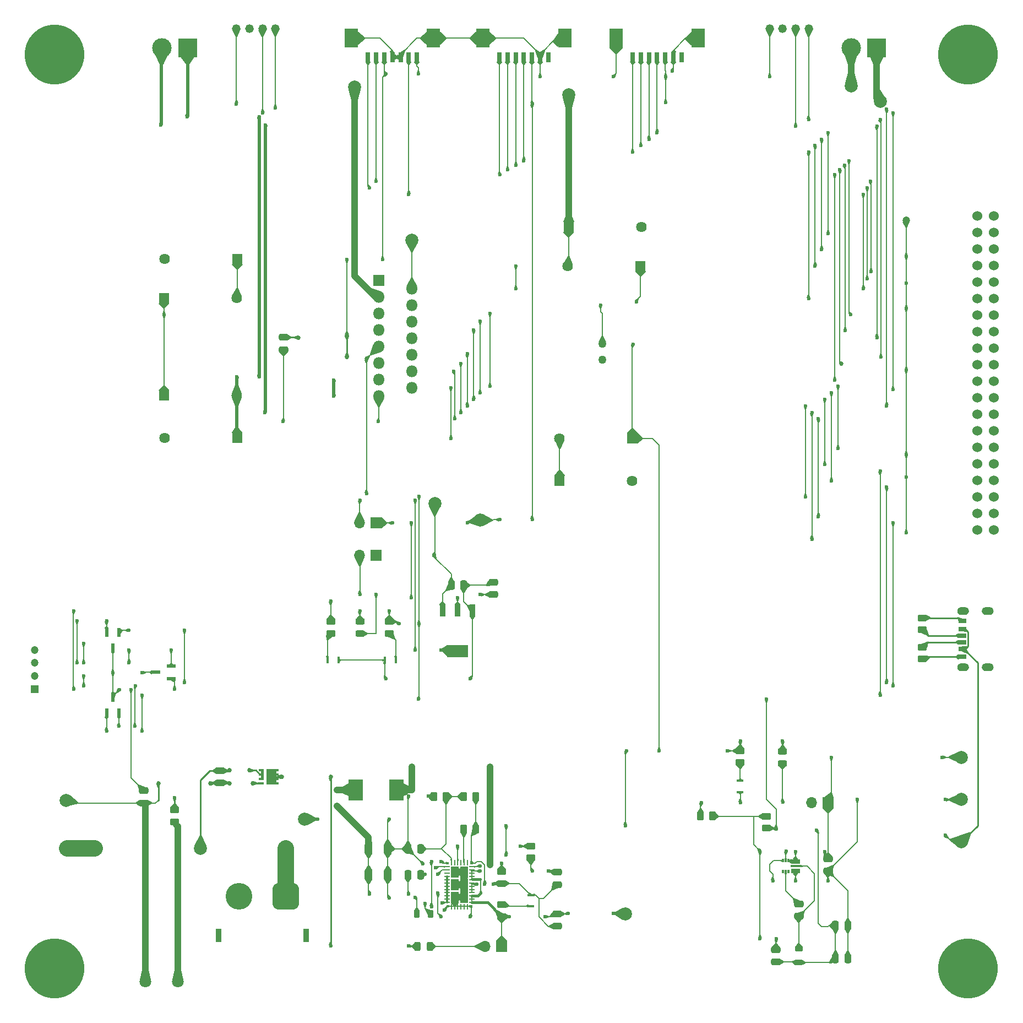
<source format=gtl>
G04 #@! TF.GenerationSoftware,KiCad,Pcbnew,8.0.6*
G04 #@! TF.CreationDate,2025-01-22T16:51:43-05:00*
G04 #@! TF.ProjectId,Main_Board_Rev1,4d61696e-5f42-46f6-9172-645f52657631,rev?*
G04 #@! TF.SameCoordinates,Original*
G04 #@! TF.FileFunction,Copper,L1,Top*
G04 #@! TF.FilePolarity,Positive*
%FSLAX46Y46*%
G04 Gerber Fmt 4.6, Leading zero omitted, Abs format (unit mm)*
G04 Created by KiCad (PCBNEW 8.0.6) date 2025-01-22 16:51:43*
%MOMM*%
%LPD*%
G01*
G04 APERTURE LIST*
G04 Aperture macros list*
%AMRoundRect*
0 Rectangle with rounded corners*
0 $1 Rounding radius*
0 $2 $3 $4 $5 $6 $7 $8 $9 X,Y pos of 4 corners*
0 Add a 4 corners polygon primitive as box body*
4,1,4,$2,$3,$4,$5,$6,$7,$8,$9,$2,$3,0*
0 Add four circle primitives for the rounded corners*
1,1,$1+$1,$2,$3*
1,1,$1+$1,$4,$5*
1,1,$1+$1,$6,$7*
1,1,$1+$1,$8,$9*
0 Add four rect primitives between the rounded corners*
20,1,$1+$1,$2,$3,$4,$5,0*
20,1,$1+$1,$4,$5,$6,$7,0*
20,1,$1+$1,$6,$7,$8,$9,0*
20,1,$1+$1,$8,$9,$2,$3,0*%
%AMFreePoly0*
4,1,29,0.628536,0.848536,0.630000,0.845000,0.630000,-0.845000,0.628536,-0.848536,0.625000,-0.850000,-0.175000,-0.850000,-0.178536,-0.848536,-0.180000,-0.845000,-0.180000,-0.495000,-0.178536,-0.491464,-0.175000,-0.490000,0.195000,-0.490000,0.195000,-0.180000,-0.175000,-0.180000,-0.178536,-0.178536,-0.180000,-0.175000,-0.180000,0.175000,-0.178536,0.178536,-0.175000,0.180000,0.195000,0.180000,
0.195000,0.490000,-0.175000,0.490000,-0.178536,0.491464,-0.180000,0.495000,-0.180000,0.845000,-0.178536,0.848536,-0.175000,0.850000,0.625000,0.850000,0.628536,0.848536,0.628536,0.848536,$1*%
%AMFreePoly1*
4,1,37,1.528536,1.183536,1.530000,1.180000,1.530000,0.830000,1.528536,0.826464,1.525000,0.825000,1.180000,0.825000,1.180000,0.515000,1.525000,0.515000,1.528536,0.513536,1.530000,0.510000,1.530000,0.160000,1.528536,0.156464,1.525000,0.155000,1.180000,0.155000,1.180000,-0.155000,1.525000,-0.155000,1.528536,-0.156464,1.530000,-0.160000,1.530000,-0.510000,1.528536,-0.513536,
1.525000,-0.515000,1.180000,-0.515000,1.180000,-0.825000,1.525000,-0.825000,1.528536,-0.826464,1.530000,-0.830000,1.530000,-1.180000,1.528536,-1.183536,1.525000,-1.185000,-0.354000,-1.185000,-0.357536,-1.183536,-0.359000,-1.180000,-0.359000,1.180000,-0.357536,1.183536,-0.354000,1.185000,1.525000,1.185000,1.528536,1.183536,1.528536,1.183536,$1*%
G04 Aperture macros list end*
G04 #@! TA.AperFunction,EtchedComponent*
%ADD10C,0.010000*%
G04 #@! TD*
G04 #@! TA.AperFunction,SMDPad,CuDef*
%ADD11RoundRect,0.250000X0.450000X-0.262500X0.450000X0.262500X-0.450000X0.262500X-0.450000X-0.262500X0*%
G04 #@! TD*
G04 #@! TA.AperFunction,SMDPad,CuDef*
%ADD12RoundRect,0.250000X-0.450000X0.262500X-0.450000X-0.262500X0.450000X-0.262500X0.450000X0.262500X0*%
G04 #@! TD*
G04 #@! TA.AperFunction,ComponentPad*
%ADD13O,1.600000X0.800000*%
G04 #@! TD*
G04 #@! TA.AperFunction,SMDPad,CuDef*
%ADD14R,1.200000X0.700000*%
G04 #@! TD*
G04 #@! TA.AperFunction,SMDPad,CuDef*
%ADD15R,1.200000X0.760000*%
G04 #@! TD*
G04 #@! TA.AperFunction,SMDPad,CuDef*
%ADD16R,1.200000X0.800000*%
G04 #@! TD*
G04 #@! TA.AperFunction,ComponentPad*
%ADD17R,1.625600X1.625600*%
G04 #@! TD*
G04 #@! TA.AperFunction,ComponentPad*
%ADD18C,1.625600*%
G04 #@! TD*
G04 #@! TA.AperFunction,SMDPad,CuDef*
%ADD19RoundRect,0.250000X0.262500X0.450000X-0.262500X0.450000X-0.262500X-0.450000X0.262500X-0.450000X0*%
G04 #@! TD*
G04 #@! TA.AperFunction,SMDPad,CuDef*
%ADD20R,1.450000X0.800000*%
G04 #@! TD*
G04 #@! TA.AperFunction,SMDPad,CuDef*
%ADD21R,0.300000X0.600000*%
G04 #@! TD*
G04 #@! TA.AperFunction,SMDPad,CuDef*
%ADD22R,1.725000X0.300000*%
G04 #@! TD*
G04 #@! TA.AperFunction,SMDPad,CuDef*
%ADD23C,2.000000*%
G04 #@! TD*
G04 #@! TA.AperFunction,SMDPad,CuDef*
%ADD24RoundRect,0.250000X-0.475000X0.250000X-0.475000X-0.250000X0.475000X-0.250000X0.475000X0.250000X0*%
G04 #@! TD*
G04 #@! TA.AperFunction,SMDPad,CuDef*
%ADD25RoundRect,0.250000X0.250000X0.475000X-0.250000X0.475000X-0.250000X-0.475000X0.250000X-0.475000X0*%
G04 #@! TD*
G04 #@! TA.AperFunction,ComponentPad*
%ADD26C,9.200000*%
G04 #@! TD*
G04 #@! TA.AperFunction,SMDPad,CuDef*
%ADD27RoundRect,0.243750X-0.243750X-0.456250X0.243750X-0.456250X0.243750X0.456250X-0.243750X0.456250X0*%
G04 #@! TD*
G04 #@! TA.AperFunction,SMDPad,CuDef*
%ADD28R,0.800000X1.600000*%
G04 #@! TD*
G04 #@! TA.AperFunction,SMDPad,CuDef*
%ADD29R,2.100000X3.000000*%
G04 #@! TD*
G04 #@! TA.AperFunction,SMDPad,CuDef*
%ADD30R,2.184400X3.200400*%
G04 #@! TD*
G04 #@! TA.AperFunction,SMDPad,CuDef*
%ADD31R,0.406400X0.990600*%
G04 #@! TD*
G04 #@! TA.AperFunction,SMDPad,CuDef*
%ADD32R,1.320800X0.558800*%
G04 #@! TD*
G04 #@! TA.AperFunction,SMDPad,CuDef*
%ADD33RoundRect,0.243750X-0.456250X0.243750X-0.456250X-0.243750X0.456250X-0.243750X0.456250X0.243750X0*%
G04 #@! TD*
G04 #@! TA.AperFunction,ComponentPad*
%ADD34C,1.524000*%
G04 #@! TD*
G04 #@! TA.AperFunction,SMDPad,CuDef*
%ADD35R,0.990600X0.406400*%
G04 #@! TD*
G04 #@! TA.AperFunction,SMDPad,CuDef*
%ADD36RoundRect,0.250000X-0.250000X-0.475000X0.250000X-0.475000X0.250000X0.475000X-0.250000X0.475000X0*%
G04 #@! TD*
G04 #@! TA.AperFunction,ComponentPad*
%ADD37R,1.800000X1.800000*%
G04 #@! TD*
G04 #@! TA.AperFunction,ComponentPad*
%ADD38O,1.800000X1.800000*%
G04 #@! TD*
G04 #@! TA.AperFunction,ComponentPad*
%ADD39R,1.700000X1.700000*%
G04 #@! TD*
G04 #@! TA.AperFunction,ComponentPad*
%ADD40O,1.700000X1.700000*%
G04 #@! TD*
G04 #@! TA.AperFunction,SMDPad,CuDef*
%ADD41RoundRect,0.250000X-0.262500X-0.450000X0.262500X-0.450000X0.262500X0.450000X-0.262500X0.450000X0*%
G04 #@! TD*
G04 #@! TA.AperFunction,SMDPad,CuDef*
%ADD42R,0.812800X0.228600*%
G04 #@! TD*
G04 #@! TA.AperFunction,SMDPad,CuDef*
%ADD43R,0.228600X0.812800*%
G04 #@! TD*
G04 #@! TA.AperFunction,SMDPad,CuDef*
%ADD44R,1.193800X1.727200*%
G04 #@! TD*
G04 #@! TA.AperFunction,SMDPad,CuDef*
%ADD45R,0.381000X0.381000*%
G04 #@! TD*
G04 #@! TA.AperFunction,SMDPad,CuDef*
%ADD46RoundRect,0.250000X0.325000X0.650000X-0.325000X0.650000X-0.325000X-0.650000X0.325000X-0.650000X0*%
G04 #@! TD*
G04 #@! TA.AperFunction,ComponentPad*
%ADD47C,1.270000*%
G04 #@! TD*
G04 #@! TA.AperFunction,ComponentPad*
%ADD48R,0.900000X2.000000*%
G04 #@! TD*
G04 #@! TA.AperFunction,ComponentPad*
%ADD49RoundRect,1.025000X1.025000X1.025000X-1.025000X1.025000X-1.025000X-1.025000X1.025000X-1.025000X0*%
G04 #@! TD*
G04 #@! TA.AperFunction,ComponentPad*
%ADD50C,4.100000*%
G04 #@! TD*
G04 #@! TA.AperFunction,SMDPad,CuDef*
%ADD51R,0.558800X1.320800*%
G04 #@! TD*
G04 #@! TA.AperFunction,SMDPad,CuDef*
%ADD52RoundRect,0.250000X0.475000X-0.250000X0.475000X0.250000X-0.475000X0.250000X-0.475000X-0.250000X0*%
G04 #@! TD*
G04 #@! TA.AperFunction,SMDPad,CuDef*
%ADD53RoundRect,0.218750X-0.381250X0.218750X-0.381250X-0.218750X0.381250X-0.218750X0.381250X0.218750X0*%
G04 #@! TD*
G04 #@! TA.AperFunction,ComponentPad*
%ADD54C,1.803400*%
G04 #@! TD*
G04 #@! TA.AperFunction,ComponentPad*
%ADD55C,1.320800*%
G04 #@! TD*
G04 #@! TA.AperFunction,SMDPad,CuDef*
%ADD56FreePoly0,0.000000*%
G04 #@! TD*
G04 #@! TA.AperFunction,SMDPad,CuDef*
%ADD57R,0.800000X0.350000*%
G04 #@! TD*
G04 #@! TA.AperFunction,SMDPad,CuDef*
%ADD58FreePoly1,0.000000*%
G04 #@! TD*
G04 #@! TA.AperFunction,ComponentPad*
%ADD59R,1.200000X1.200000*%
G04 #@! TD*
G04 #@! TA.AperFunction,ComponentPad*
%ADD60C,1.200000*%
G04 #@! TD*
G04 #@! TA.AperFunction,SMDPad,CuDef*
%ADD61R,0.900000X1.850000*%
G04 #@! TD*
G04 #@! TA.AperFunction,SMDPad,CuDef*
%ADD62R,3.200000X1.850000*%
G04 #@! TD*
G04 #@! TA.AperFunction,SMDPad,CuDef*
%ADD63RoundRect,0.218750X0.218750X0.381250X-0.218750X0.381250X-0.218750X-0.381250X0.218750X-0.381250X0*%
G04 #@! TD*
G04 #@! TA.AperFunction,ComponentPad*
%ADD64R,3.000000X3.000000*%
G04 #@! TD*
G04 #@! TA.AperFunction,ComponentPad*
%ADD65C,3.000000*%
G04 #@! TD*
G04 #@! TA.AperFunction,ViaPad*
%ADD66C,0.685800*%
G04 #@! TD*
G04 #@! TA.AperFunction,ViaPad*
%ADD67C,0.600000*%
G04 #@! TD*
G04 #@! TA.AperFunction,ViaPad*
%ADD68C,1.200000*%
G04 #@! TD*
G04 #@! TA.AperFunction,ViaPad*
%ADD69C,2.000000*%
G04 #@! TD*
G04 #@! TA.AperFunction,Conductor*
%ADD70C,0.254000*%
G04 #@! TD*
G04 #@! TA.AperFunction,Conductor*
%ADD71C,0.200000*%
G04 #@! TD*
G04 #@! TA.AperFunction,Conductor*
%ADD72C,1.016000*%
G04 #@! TD*
G04 #@! TA.AperFunction,Conductor*
%ADD73C,0.400000*%
G04 #@! TD*
G04 #@! TA.AperFunction,Conductor*
%ADD74C,0.300000*%
G04 #@! TD*
G04 #@! TA.AperFunction,Conductor*
%ADD75C,2.540000*%
G04 #@! TD*
G04 #@! TA.AperFunction,Conductor*
%ADD76C,0.508000*%
G04 #@! TD*
G04 APERTURE END LIST*
D10*
X164029000Y-109951000D02*
X164057000Y-109953000D01*
X164086000Y-109957000D01*
X164114000Y-109962000D01*
X164142000Y-109969000D01*
X164170000Y-109977000D01*
X164197000Y-109987000D01*
X164224000Y-109998000D01*
X164250000Y-110010000D01*
X164275000Y-110024000D01*
X164300000Y-110039000D01*
X164323000Y-110055000D01*
X164346000Y-110073000D01*
X164368000Y-110091000D01*
X164389000Y-110111000D01*
X164409000Y-110132000D01*
X164427000Y-110154000D01*
X164445000Y-110177000D01*
X164461000Y-110200000D01*
X164476000Y-110225000D01*
X164490000Y-110250000D01*
X164502000Y-110276000D01*
X164513000Y-110303000D01*
X164523000Y-110330000D01*
X164531000Y-110358000D01*
X164538000Y-110386000D01*
X164543000Y-110414000D01*
X164547000Y-110443000D01*
X164549000Y-110471000D01*
X164550000Y-110500000D01*
X164549000Y-110529000D01*
X164547000Y-110557000D01*
X164543000Y-110586000D01*
X164538000Y-110614000D01*
X164531000Y-110642000D01*
X164523000Y-110670000D01*
X164513000Y-110697000D01*
X164502000Y-110724000D01*
X164490000Y-110750000D01*
X164476000Y-110775000D01*
X164461000Y-110800000D01*
X164445000Y-110823000D01*
X164427000Y-110846000D01*
X164409000Y-110868000D01*
X164389000Y-110889000D01*
X164368000Y-110909000D01*
X164346000Y-110927000D01*
X164323000Y-110945000D01*
X164300000Y-110961000D01*
X164275000Y-110976000D01*
X164250000Y-110990000D01*
X164224000Y-111002000D01*
X164197000Y-111013000D01*
X164170000Y-111023000D01*
X164142000Y-111031000D01*
X164114000Y-111038000D01*
X164086000Y-111043000D01*
X164057000Y-111047000D01*
X164029000Y-111049000D01*
X164000000Y-111050000D01*
X163400000Y-111050000D01*
X163371000Y-111049000D01*
X163343000Y-111047000D01*
X163314000Y-111043000D01*
X163286000Y-111038000D01*
X163258000Y-111031000D01*
X163230000Y-111023000D01*
X163203000Y-111013000D01*
X163176000Y-111002000D01*
X163150000Y-110990000D01*
X163125000Y-110976000D01*
X163100000Y-110961000D01*
X163077000Y-110945000D01*
X163054000Y-110927000D01*
X163032000Y-110909000D01*
X163011000Y-110889000D01*
X162991000Y-110868000D01*
X162973000Y-110846000D01*
X162955000Y-110823000D01*
X162939000Y-110800000D01*
X162924000Y-110775000D01*
X162910000Y-110750000D01*
X162898000Y-110724000D01*
X162887000Y-110697000D01*
X162877000Y-110670000D01*
X162869000Y-110642000D01*
X162862000Y-110614000D01*
X162857000Y-110586000D01*
X162853000Y-110557000D01*
X162851000Y-110529000D01*
X162850000Y-110500000D01*
X162851000Y-110471000D01*
X162853000Y-110443000D01*
X162857000Y-110414000D01*
X162862000Y-110386000D01*
X162869000Y-110358000D01*
X162877000Y-110330000D01*
X162887000Y-110303000D01*
X162898000Y-110276000D01*
X162910000Y-110250000D01*
X162924000Y-110225000D01*
X162939000Y-110200000D01*
X162955000Y-110177000D01*
X162973000Y-110154000D01*
X162991000Y-110132000D01*
X163011000Y-110111000D01*
X163032000Y-110091000D01*
X163054000Y-110073000D01*
X163077000Y-110055000D01*
X163100000Y-110039000D01*
X163125000Y-110024000D01*
X163150000Y-110010000D01*
X163176000Y-109998000D01*
X163203000Y-109987000D01*
X163230000Y-109977000D01*
X163258000Y-109969000D01*
X163286000Y-109962000D01*
X163314000Y-109957000D01*
X163343000Y-109953000D01*
X163371000Y-109951000D01*
X163400000Y-109950000D01*
X164000000Y-109950000D01*
X164029000Y-109951000D01*
G04 #@! TA.AperFunction,EtchedComponent*
G36*
X164029000Y-109951000D02*
G01*
X164057000Y-109953000D01*
X164086000Y-109957000D01*
X164114000Y-109962000D01*
X164142000Y-109969000D01*
X164170000Y-109977000D01*
X164197000Y-109987000D01*
X164224000Y-109998000D01*
X164250000Y-110010000D01*
X164275000Y-110024000D01*
X164300000Y-110039000D01*
X164323000Y-110055000D01*
X164346000Y-110073000D01*
X164368000Y-110091000D01*
X164389000Y-110111000D01*
X164409000Y-110132000D01*
X164427000Y-110154000D01*
X164445000Y-110177000D01*
X164461000Y-110200000D01*
X164476000Y-110225000D01*
X164490000Y-110250000D01*
X164502000Y-110276000D01*
X164513000Y-110303000D01*
X164523000Y-110330000D01*
X164531000Y-110358000D01*
X164538000Y-110386000D01*
X164543000Y-110414000D01*
X164547000Y-110443000D01*
X164549000Y-110471000D01*
X164550000Y-110500000D01*
X164549000Y-110529000D01*
X164547000Y-110557000D01*
X164543000Y-110586000D01*
X164538000Y-110614000D01*
X164531000Y-110642000D01*
X164523000Y-110670000D01*
X164513000Y-110697000D01*
X164502000Y-110724000D01*
X164490000Y-110750000D01*
X164476000Y-110775000D01*
X164461000Y-110800000D01*
X164445000Y-110823000D01*
X164427000Y-110846000D01*
X164409000Y-110868000D01*
X164389000Y-110889000D01*
X164368000Y-110909000D01*
X164346000Y-110927000D01*
X164323000Y-110945000D01*
X164300000Y-110961000D01*
X164275000Y-110976000D01*
X164250000Y-110990000D01*
X164224000Y-111002000D01*
X164197000Y-111013000D01*
X164170000Y-111023000D01*
X164142000Y-111031000D01*
X164114000Y-111038000D01*
X164086000Y-111043000D01*
X164057000Y-111047000D01*
X164029000Y-111049000D01*
X164000000Y-111050000D01*
X163400000Y-111050000D01*
X163371000Y-111049000D01*
X163343000Y-111047000D01*
X163314000Y-111043000D01*
X163286000Y-111038000D01*
X163258000Y-111031000D01*
X163230000Y-111023000D01*
X163203000Y-111013000D01*
X163176000Y-111002000D01*
X163150000Y-110990000D01*
X163125000Y-110976000D01*
X163100000Y-110961000D01*
X163077000Y-110945000D01*
X163054000Y-110927000D01*
X163032000Y-110909000D01*
X163011000Y-110889000D01*
X162991000Y-110868000D01*
X162973000Y-110846000D01*
X162955000Y-110823000D01*
X162939000Y-110800000D01*
X162924000Y-110775000D01*
X162910000Y-110750000D01*
X162898000Y-110724000D01*
X162887000Y-110697000D01*
X162877000Y-110670000D01*
X162869000Y-110642000D01*
X162862000Y-110614000D01*
X162857000Y-110586000D01*
X162853000Y-110557000D01*
X162851000Y-110529000D01*
X162850000Y-110500000D01*
X162851000Y-110471000D01*
X162853000Y-110443000D01*
X162857000Y-110414000D01*
X162862000Y-110386000D01*
X162869000Y-110358000D01*
X162877000Y-110330000D01*
X162887000Y-110303000D01*
X162898000Y-110276000D01*
X162910000Y-110250000D01*
X162924000Y-110225000D01*
X162939000Y-110200000D01*
X162955000Y-110177000D01*
X162973000Y-110154000D01*
X162991000Y-110132000D01*
X163011000Y-110111000D01*
X163032000Y-110091000D01*
X163054000Y-110073000D01*
X163077000Y-110055000D01*
X163100000Y-110039000D01*
X163125000Y-110024000D01*
X163150000Y-110010000D01*
X163176000Y-109998000D01*
X163203000Y-109987000D01*
X163230000Y-109977000D01*
X163258000Y-109969000D01*
X163286000Y-109962000D01*
X163314000Y-109957000D01*
X163343000Y-109953000D01*
X163371000Y-109951000D01*
X163400000Y-109950000D01*
X164000000Y-109950000D01*
X164029000Y-109951000D01*
G37*
G04 #@! TD.AperFunction*
X164029000Y-118591000D02*
X164057000Y-118593000D01*
X164086000Y-118597000D01*
X164114000Y-118602000D01*
X164142000Y-118609000D01*
X164170000Y-118617000D01*
X164197000Y-118627000D01*
X164224000Y-118638000D01*
X164250000Y-118650000D01*
X164275000Y-118664000D01*
X164300000Y-118679000D01*
X164323000Y-118695000D01*
X164346000Y-118713000D01*
X164368000Y-118731000D01*
X164389000Y-118751000D01*
X164409000Y-118772000D01*
X164427000Y-118794000D01*
X164445000Y-118817000D01*
X164461000Y-118840000D01*
X164476000Y-118865000D01*
X164490000Y-118890000D01*
X164502000Y-118916000D01*
X164513000Y-118943000D01*
X164523000Y-118970000D01*
X164531000Y-118998000D01*
X164538000Y-119026000D01*
X164543000Y-119054000D01*
X164547000Y-119083000D01*
X164549000Y-119111000D01*
X164550000Y-119140000D01*
X164549000Y-119169000D01*
X164547000Y-119197000D01*
X164543000Y-119226000D01*
X164538000Y-119254000D01*
X164531000Y-119282000D01*
X164523000Y-119310000D01*
X164513000Y-119337000D01*
X164502000Y-119364000D01*
X164490000Y-119390000D01*
X164476000Y-119415000D01*
X164461000Y-119440000D01*
X164445000Y-119463000D01*
X164427000Y-119486000D01*
X164409000Y-119508000D01*
X164389000Y-119529000D01*
X164368000Y-119549000D01*
X164346000Y-119567000D01*
X164323000Y-119585000D01*
X164300000Y-119601000D01*
X164275000Y-119616000D01*
X164250000Y-119630000D01*
X164224000Y-119642000D01*
X164197000Y-119653000D01*
X164170000Y-119663000D01*
X164142000Y-119671000D01*
X164114000Y-119678000D01*
X164086000Y-119683000D01*
X164057000Y-119687000D01*
X164029000Y-119689000D01*
X164000000Y-119690000D01*
X163400000Y-119690000D01*
X163371000Y-119689000D01*
X163343000Y-119687000D01*
X163314000Y-119683000D01*
X163286000Y-119678000D01*
X163258000Y-119671000D01*
X163230000Y-119663000D01*
X163203000Y-119653000D01*
X163176000Y-119642000D01*
X163150000Y-119630000D01*
X163125000Y-119616000D01*
X163100000Y-119601000D01*
X163077000Y-119585000D01*
X163054000Y-119567000D01*
X163032000Y-119549000D01*
X163011000Y-119529000D01*
X162991000Y-119508000D01*
X162973000Y-119486000D01*
X162955000Y-119463000D01*
X162939000Y-119440000D01*
X162924000Y-119415000D01*
X162910000Y-119390000D01*
X162898000Y-119364000D01*
X162887000Y-119337000D01*
X162877000Y-119310000D01*
X162869000Y-119282000D01*
X162862000Y-119254000D01*
X162857000Y-119226000D01*
X162853000Y-119197000D01*
X162851000Y-119169000D01*
X162850000Y-119140000D01*
X162851000Y-119111000D01*
X162853000Y-119083000D01*
X162857000Y-119054000D01*
X162862000Y-119026000D01*
X162869000Y-118998000D01*
X162877000Y-118970000D01*
X162887000Y-118943000D01*
X162898000Y-118916000D01*
X162910000Y-118890000D01*
X162924000Y-118865000D01*
X162939000Y-118840000D01*
X162955000Y-118817000D01*
X162973000Y-118794000D01*
X162991000Y-118772000D01*
X163011000Y-118751000D01*
X163032000Y-118731000D01*
X163054000Y-118713000D01*
X163077000Y-118695000D01*
X163100000Y-118679000D01*
X163125000Y-118664000D01*
X163150000Y-118650000D01*
X163176000Y-118638000D01*
X163203000Y-118627000D01*
X163230000Y-118617000D01*
X163258000Y-118609000D01*
X163286000Y-118602000D01*
X163314000Y-118597000D01*
X163343000Y-118593000D01*
X163371000Y-118591000D01*
X163400000Y-118590000D01*
X164000000Y-118590000D01*
X164029000Y-118591000D01*
G04 #@! TA.AperFunction,EtchedComponent*
G36*
X164029000Y-118591000D02*
G01*
X164057000Y-118593000D01*
X164086000Y-118597000D01*
X164114000Y-118602000D01*
X164142000Y-118609000D01*
X164170000Y-118617000D01*
X164197000Y-118627000D01*
X164224000Y-118638000D01*
X164250000Y-118650000D01*
X164275000Y-118664000D01*
X164300000Y-118679000D01*
X164323000Y-118695000D01*
X164346000Y-118713000D01*
X164368000Y-118731000D01*
X164389000Y-118751000D01*
X164409000Y-118772000D01*
X164427000Y-118794000D01*
X164445000Y-118817000D01*
X164461000Y-118840000D01*
X164476000Y-118865000D01*
X164490000Y-118890000D01*
X164502000Y-118916000D01*
X164513000Y-118943000D01*
X164523000Y-118970000D01*
X164531000Y-118998000D01*
X164538000Y-119026000D01*
X164543000Y-119054000D01*
X164547000Y-119083000D01*
X164549000Y-119111000D01*
X164550000Y-119140000D01*
X164549000Y-119169000D01*
X164547000Y-119197000D01*
X164543000Y-119226000D01*
X164538000Y-119254000D01*
X164531000Y-119282000D01*
X164523000Y-119310000D01*
X164513000Y-119337000D01*
X164502000Y-119364000D01*
X164490000Y-119390000D01*
X164476000Y-119415000D01*
X164461000Y-119440000D01*
X164445000Y-119463000D01*
X164427000Y-119486000D01*
X164409000Y-119508000D01*
X164389000Y-119529000D01*
X164368000Y-119549000D01*
X164346000Y-119567000D01*
X164323000Y-119585000D01*
X164300000Y-119601000D01*
X164275000Y-119616000D01*
X164250000Y-119630000D01*
X164224000Y-119642000D01*
X164197000Y-119653000D01*
X164170000Y-119663000D01*
X164142000Y-119671000D01*
X164114000Y-119678000D01*
X164086000Y-119683000D01*
X164057000Y-119687000D01*
X164029000Y-119689000D01*
X164000000Y-119690000D01*
X163400000Y-119690000D01*
X163371000Y-119689000D01*
X163343000Y-119687000D01*
X163314000Y-119683000D01*
X163286000Y-119678000D01*
X163258000Y-119671000D01*
X163230000Y-119663000D01*
X163203000Y-119653000D01*
X163176000Y-119642000D01*
X163150000Y-119630000D01*
X163125000Y-119616000D01*
X163100000Y-119601000D01*
X163077000Y-119585000D01*
X163054000Y-119567000D01*
X163032000Y-119549000D01*
X163011000Y-119529000D01*
X162991000Y-119508000D01*
X162973000Y-119486000D01*
X162955000Y-119463000D01*
X162939000Y-119440000D01*
X162924000Y-119415000D01*
X162910000Y-119390000D01*
X162898000Y-119364000D01*
X162887000Y-119337000D01*
X162877000Y-119310000D01*
X162869000Y-119282000D01*
X162862000Y-119254000D01*
X162857000Y-119226000D01*
X162853000Y-119197000D01*
X162851000Y-119169000D01*
X162850000Y-119140000D01*
X162851000Y-119111000D01*
X162853000Y-119083000D01*
X162857000Y-119054000D01*
X162862000Y-119026000D01*
X162869000Y-118998000D01*
X162877000Y-118970000D01*
X162887000Y-118943000D01*
X162898000Y-118916000D01*
X162910000Y-118890000D01*
X162924000Y-118865000D01*
X162939000Y-118840000D01*
X162955000Y-118817000D01*
X162973000Y-118794000D01*
X162991000Y-118772000D01*
X163011000Y-118751000D01*
X163032000Y-118731000D01*
X163054000Y-118713000D01*
X163077000Y-118695000D01*
X163100000Y-118679000D01*
X163125000Y-118664000D01*
X163150000Y-118650000D01*
X163176000Y-118638000D01*
X163203000Y-118627000D01*
X163230000Y-118617000D01*
X163258000Y-118609000D01*
X163286000Y-118602000D01*
X163314000Y-118597000D01*
X163343000Y-118593000D01*
X163371000Y-118591000D01*
X163400000Y-118590000D01*
X164000000Y-118590000D01*
X164029000Y-118591000D01*
G37*
G04 #@! TD.AperFunction*
X167829000Y-109951000D02*
X167857000Y-109953000D01*
X167886000Y-109957000D01*
X167914000Y-109962000D01*
X167942000Y-109969000D01*
X167970000Y-109977000D01*
X167997000Y-109987000D01*
X168024000Y-109998000D01*
X168050000Y-110010000D01*
X168075000Y-110024000D01*
X168100000Y-110039000D01*
X168123000Y-110055000D01*
X168146000Y-110073000D01*
X168168000Y-110091000D01*
X168189000Y-110111000D01*
X168209000Y-110132000D01*
X168227000Y-110154000D01*
X168245000Y-110177000D01*
X168261000Y-110200000D01*
X168276000Y-110225000D01*
X168290000Y-110250000D01*
X168302000Y-110276000D01*
X168313000Y-110303000D01*
X168323000Y-110330000D01*
X168331000Y-110358000D01*
X168338000Y-110386000D01*
X168343000Y-110414000D01*
X168347000Y-110443000D01*
X168349000Y-110471000D01*
X168350000Y-110500000D01*
X168349000Y-110529000D01*
X168347000Y-110557000D01*
X168343000Y-110586000D01*
X168338000Y-110614000D01*
X168331000Y-110642000D01*
X168323000Y-110670000D01*
X168313000Y-110697000D01*
X168302000Y-110724000D01*
X168290000Y-110750000D01*
X168276000Y-110775000D01*
X168261000Y-110800000D01*
X168245000Y-110823000D01*
X168227000Y-110846000D01*
X168209000Y-110868000D01*
X168189000Y-110889000D01*
X168168000Y-110909000D01*
X168146000Y-110927000D01*
X168123000Y-110945000D01*
X168100000Y-110961000D01*
X168075000Y-110976000D01*
X168050000Y-110990000D01*
X168024000Y-111002000D01*
X167997000Y-111013000D01*
X167970000Y-111023000D01*
X167942000Y-111031000D01*
X167914000Y-111038000D01*
X167886000Y-111043000D01*
X167857000Y-111047000D01*
X167829000Y-111049000D01*
X167800000Y-111050000D01*
X167200000Y-111050000D01*
X167171000Y-111049000D01*
X167143000Y-111047000D01*
X167114000Y-111043000D01*
X167086000Y-111038000D01*
X167058000Y-111031000D01*
X167030000Y-111023000D01*
X167003000Y-111013000D01*
X166976000Y-111002000D01*
X166950000Y-110990000D01*
X166925000Y-110976000D01*
X166900000Y-110961000D01*
X166877000Y-110945000D01*
X166854000Y-110927000D01*
X166832000Y-110909000D01*
X166811000Y-110889000D01*
X166791000Y-110868000D01*
X166773000Y-110846000D01*
X166755000Y-110823000D01*
X166739000Y-110800000D01*
X166724000Y-110775000D01*
X166710000Y-110750000D01*
X166698000Y-110724000D01*
X166687000Y-110697000D01*
X166677000Y-110670000D01*
X166669000Y-110642000D01*
X166662000Y-110614000D01*
X166657000Y-110586000D01*
X166653000Y-110557000D01*
X166651000Y-110529000D01*
X166650000Y-110500000D01*
X166651000Y-110471000D01*
X166653000Y-110443000D01*
X166657000Y-110414000D01*
X166662000Y-110386000D01*
X166669000Y-110358000D01*
X166677000Y-110330000D01*
X166687000Y-110303000D01*
X166698000Y-110276000D01*
X166710000Y-110250000D01*
X166724000Y-110225000D01*
X166739000Y-110200000D01*
X166755000Y-110177000D01*
X166773000Y-110154000D01*
X166791000Y-110132000D01*
X166811000Y-110111000D01*
X166832000Y-110091000D01*
X166854000Y-110073000D01*
X166877000Y-110055000D01*
X166900000Y-110039000D01*
X166925000Y-110024000D01*
X166950000Y-110010000D01*
X166976000Y-109998000D01*
X167003000Y-109987000D01*
X167030000Y-109977000D01*
X167058000Y-109969000D01*
X167086000Y-109962000D01*
X167114000Y-109957000D01*
X167143000Y-109953000D01*
X167171000Y-109951000D01*
X167200000Y-109950000D01*
X167800000Y-109950000D01*
X167829000Y-109951000D01*
G04 #@! TA.AperFunction,EtchedComponent*
G36*
X167829000Y-109951000D02*
G01*
X167857000Y-109953000D01*
X167886000Y-109957000D01*
X167914000Y-109962000D01*
X167942000Y-109969000D01*
X167970000Y-109977000D01*
X167997000Y-109987000D01*
X168024000Y-109998000D01*
X168050000Y-110010000D01*
X168075000Y-110024000D01*
X168100000Y-110039000D01*
X168123000Y-110055000D01*
X168146000Y-110073000D01*
X168168000Y-110091000D01*
X168189000Y-110111000D01*
X168209000Y-110132000D01*
X168227000Y-110154000D01*
X168245000Y-110177000D01*
X168261000Y-110200000D01*
X168276000Y-110225000D01*
X168290000Y-110250000D01*
X168302000Y-110276000D01*
X168313000Y-110303000D01*
X168323000Y-110330000D01*
X168331000Y-110358000D01*
X168338000Y-110386000D01*
X168343000Y-110414000D01*
X168347000Y-110443000D01*
X168349000Y-110471000D01*
X168350000Y-110500000D01*
X168349000Y-110529000D01*
X168347000Y-110557000D01*
X168343000Y-110586000D01*
X168338000Y-110614000D01*
X168331000Y-110642000D01*
X168323000Y-110670000D01*
X168313000Y-110697000D01*
X168302000Y-110724000D01*
X168290000Y-110750000D01*
X168276000Y-110775000D01*
X168261000Y-110800000D01*
X168245000Y-110823000D01*
X168227000Y-110846000D01*
X168209000Y-110868000D01*
X168189000Y-110889000D01*
X168168000Y-110909000D01*
X168146000Y-110927000D01*
X168123000Y-110945000D01*
X168100000Y-110961000D01*
X168075000Y-110976000D01*
X168050000Y-110990000D01*
X168024000Y-111002000D01*
X167997000Y-111013000D01*
X167970000Y-111023000D01*
X167942000Y-111031000D01*
X167914000Y-111038000D01*
X167886000Y-111043000D01*
X167857000Y-111047000D01*
X167829000Y-111049000D01*
X167800000Y-111050000D01*
X167200000Y-111050000D01*
X167171000Y-111049000D01*
X167143000Y-111047000D01*
X167114000Y-111043000D01*
X167086000Y-111038000D01*
X167058000Y-111031000D01*
X167030000Y-111023000D01*
X167003000Y-111013000D01*
X166976000Y-111002000D01*
X166950000Y-110990000D01*
X166925000Y-110976000D01*
X166900000Y-110961000D01*
X166877000Y-110945000D01*
X166854000Y-110927000D01*
X166832000Y-110909000D01*
X166811000Y-110889000D01*
X166791000Y-110868000D01*
X166773000Y-110846000D01*
X166755000Y-110823000D01*
X166739000Y-110800000D01*
X166724000Y-110775000D01*
X166710000Y-110750000D01*
X166698000Y-110724000D01*
X166687000Y-110697000D01*
X166677000Y-110670000D01*
X166669000Y-110642000D01*
X166662000Y-110614000D01*
X166657000Y-110586000D01*
X166653000Y-110557000D01*
X166651000Y-110529000D01*
X166650000Y-110500000D01*
X166651000Y-110471000D01*
X166653000Y-110443000D01*
X166657000Y-110414000D01*
X166662000Y-110386000D01*
X166669000Y-110358000D01*
X166677000Y-110330000D01*
X166687000Y-110303000D01*
X166698000Y-110276000D01*
X166710000Y-110250000D01*
X166724000Y-110225000D01*
X166739000Y-110200000D01*
X166755000Y-110177000D01*
X166773000Y-110154000D01*
X166791000Y-110132000D01*
X166811000Y-110111000D01*
X166832000Y-110091000D01*
X166854000Y-110073000D01*
X166877000Y-110055000D01*
X166900000Y-110039000D01*
X166925000Y-110024000D01*
X166950000Y-110010000D01*
X166976000Y-109998000D01*
X167003000Y-109987000D01*
X167030000Y-109977000D01*
X167058000Y-109969000D01*
X167086000Y-109962000D01*
X167114000Y-109957000D01*
X167143000Y-109953000D01*
X167171000Y-109951000D01*
X167200000Y-109950000D01*
X167800000Y-109950000D01*
X167829000Y-109951000D01*
G37*
G04 #@! TD.AperFunction*
X167829000Y-118591000D02*
X167857000Y-118593000D01*
X167886000Y-118597000D01*
X167914000Y-118602000D01*
X167942000Y-118609000D01*
X167970000Y-118617000D01*
X167997000Y-118627000D01*
X168024000Y-118638000D01*
X168050000Y-118650000D01*
X168075000Y-118664000D01*
X168100000Y-118679000D01*
X168123000Y-118695000D01*
X168146000Y-118713000D01*
X168168000Y-118731000D01*
X168189000Y-118751000D01*
X168209000Y-118772000D01*
X168227000Y-118794000D01*
X168245000Y-118817000D01*
X168261000Y-118840000D01*
X168276000Y-118865000D01*
X168290000Y-118890000D01*
X168302000Y-118916000D01*
X168313000Y-118943000D01*
X168323000Y-118970000D01*
X168331000Y-118998000D01*
X168338000Y-119026000D01*
X168343000Y-119054000D01*
X168347000Y-119083000D01*
X168349000Y-119111000D01*
X168350000Y-119140000D01*
X168349000Y-119169000D01*
X168347000Y-119197000D01*
X168343000Y-119226000D01*
X168338000Y-119254000D01*
X168331000Y-119282000D01*
X168323000Y-119310000D01*
X168313000Y-119337000D01*
X168302000Y-119364000D01*
X168290000Y-119390000D01*
X168276000Y-119415000D01*
X168261000Y-119440000D01*
X168245000Y-119463000D01*
X168227000Y-119486000D01*
X168209000Y-119508000D01*
X168189000Y-119529000D01*
X168168000Y-119549000D01*
X168146000Y-119567000D01*
X168123000Y-119585000D01*
X168100000Y-119601000D01*
X168075000Y-119616000D01*
X168050000Y-119630000D01*
X168024000Y-119642000D01*
X167997000Y-119653000D01*
X167970000Y-119663000D01*
X167942000Y-119671000D01*
X167914000Y-119678000D01*
X167886000Y-119683000D01*
X167857000Y-119687000D01*
X167829000Y-119689000D01*
X167800000Y-119690000D01*
X167200000Y-119690000D01*
X167171000Y-119689000D01*
X167143000Y-119687000D01*
X167114000Y-119683000D01*
X167086000Y-119678000D01*
X167058000Y-119671000D01*
X167030000Y-119663000D01*
X167003000Y-119653000D01*
X166976000Y-119642000D01*
X166950000Y-119630000D01*
X166925000Y-119616000D01*
X166900000Y-119601000D01*
X166877000Y-119585000D01*
X166854000Y-119567000D01*
X166832000Y-119549000D01*
X166811000Y-119529000D01*
X166791000Y-119508000D01*
X166773000Y-119486000D01*
X166755000Y-119463000D01*
X166739000Y-119440000D01*
X166724000Y-119415000D01*
X166710000Y-119390000D01*
X166698000Y-119364000D01*
X166687000Y-119337000D01*
X166677000Y-119310000D01*
X166669000Y-119282000D01*
X166662000Y-119254000D01*
X166657000Y-119226000D01*
X166653000Y-119197000D01*
X166651000Y-119169000D01*
X166650000Y-119140000D01*
X166651000Y-119111000D01*
X166653000Y-119083000D01*
X166657000Y-119054000D01*
X166662000Y-119026000D01*
X166669000Y-118998000D01*
X166677000Y-118970000D01*
X166687000Y-118943000D01*
X166698000Y-118916000D01*
X166710000Y-118890000D01*
X166724000Y-118865000D01*
X166739000Y-118840000D01*
X166755000Y-118817000D01*
X166773000Y-118794000D01*
X166791000Y-118772000D01*
X166811000Y-118751000D01*
X166832000Y-118731000D01*
X166854000Y-118713000D01*
X166877000Y-118695000D01*
X166900000Y-118679000D01*
X166925000Y-118664000D01*
X166950000Y-118650000D01*
X166976000Y-118638000D01*
X167003000Y-118627000D01*
X167030000Y-118617000D01*
X167058000Y-118609000D01*
X167086000Y-118602000D01*
X167114000Y-118597000D01*
X167143000Y-118593000D01*
X167171000Y-118591000D01*
X167200000Y-118590000D01*
X167800000Y-118590000D01*
X167829000Y-118591000D01*
G04 #@! TA.AperFunction,EtchedComponent*
G36*
X167829000Y-118591000D02*
G01*
X167857000Y-118593000D01*
X167886000Y-118597000D01*
X167914000Y-118602000D01*
X167942000Y-118609000D01*
X167970000Y-118617000D01*
X167997000Y-118627000D01*
X168024000Y-118638000D01*
X168050000Y-118650000D01*
X168075000Y-118664000D01*
X168100000Y-118679000D01*
X168123000Y-118695000D01*
X168146000Y-118713000D01*
X168168000Y-118731000D01*
X168189000Y-118751000D01*
X168209000Y-118772000D01*
X168227000Y-118794000D01*
X168245000Y-118817000D01*
X168261000Y-118840000D01*
X168276000Y-118865000D01*
X168290000Y-118890000D01*
X168302000Y-118916000D01*
X168313000Y-118943000D01*
X168323000Y-118970000D01*
X168331000Y-118998000D01*
X168338000Y-119026000D01*
X168343000Y-119054000D01*
X168347000Y-119083000D01*
X168349000Y-119111000D01*
X168350000Y-119140000D01*
X168349000Y-119169000D01*
X168347000Y-119197000D01*
X168343000Y-119226000D01*
X168338000Y-119254000D01*
X168331000Y-119282000D01*
X168323000Y-119310000D01*
X168313000Y-119337000D01*
X168302000Y-119364000D01*
X168290000Y-119390000D01*
X168276000Y-119415000D01*
X168261000Y-119440000D01*
X168245000Y-119463000D01*
X168227000Y-119486000D01*
X168209000Y-119508000D01*
X168189000Y-119529000D01*
X168168000Y-119549000D01*
X168146000Y-119567000D01*
X168123000Y-119585000D01*
X168100000Y-119601000D01*
X168075000Y-119616000D01*
X168050000Y-119630000D01*
X168024000Y-119642000D01*
X167997000Y-119653000D01*
X167970000Y-119663000D01*
X167942000Y-119671000D01*
X167914000Y-119678000D01*
X167886000Y-119683000D01*
X167857000Y-119687000D01*
X167829000Y-119689000D01*
X167800000Y-119690000D01*
X167200000Y-119690000D01*
X167171000Y-119689000D01*
X167143000Y-119687000D01*
X167114000Y-119683000D01*
X167086000Y-119678000D01*
X167058000Y-119671000D01*
X167030000Y-119663000D01*
X167003000Y-119653000D01*
X166976000Y-119642000D01*
X166950000Y-119630000D01*
X166925000Y-119616000D01*
X166900000Y-119601000D01*
X166877000Y-119585000D01*
X166854000Y-119567000D01*
X166832000Y-119549000D01*
X166811000Y-119529000D01*
X166791000Y-119508000D01*
X166773000Y-119486000D01*
X166755000Y-119463000D01*
X166739000Y-119440000D01*
X166724000Y-119415000D01*
X166710000Y-119390000D01*
X166698000Y-119364000D01*
X166687000Y-119337000D01*
X166677000Y-119310000D01*
X166669000Y-119282000D01*
X166662000Y-119254000D01*
X166657000Y-119226000D01*
X166653000Y-119197000D01*
X166651000Y-119169000D01*
X166650000Y-119140000D01*
X166651000Y-119111000D01*
X166653000Y-119083000D01*
X166657000Y-119054000D01*
X166662000Y-119026000D01*
X166669000Y-118998000D01*
X166677000Y-118970000D01*
X166687000Y-118943000D01*
X166698000Y-118916000D01*
X166710000Y-118890000D01*
X166724000Y-118865000D01*
X166739000Y-118840000D01*
X166755000Y-118817000D01*
X166773000Y-118794000D01*
X166791000Y-118772000D01*
X166811000Y-118751000D01*
X166832000Y-118731000D01*
X166854000Y-118713000D01*
X166877000Y-118695000D01*
X166900000Y-118679000D01*
X166925000Y-118664000D01*
X166950000Y-118650000D01*
X166976000Y-118638000D01*
X167003000Y-118627000D01*
X167030000Y-118617000D01*
X167058000Y-118609000D01*
X167086000Y-118602000D01*
X167114000Y-118597000D01*
X167143000Y-118593000D01*
X167171000Y-118591000D01*
X167200000Y-118590000D01*
X167800000Y-118590000D01*
X167829000Y-118591000D01*
G37*
G04 #@! TD.AperFunction*
D11*
X157500000Y-117912500D03*
X157500000Y-116087500D03*
D12*
X157500000Y-111587500D03*
X157500000Y-113412500D03*
D13*
X167500000Y-110500000D03*
X167500000Y-119140000D03*
X163700000Y-110500000D03*
X163700000Y-119140000D03*
D14*
X163620000Y-114320000D03*
X163620000Y-115320000D03*
D15*
X163620000Y-113300000D03*
X163620000Y-116340000D03*
D16*
X163620000Y-112070000D03*
X163620000Y-117570000D03*
D17*
X40865500Y-77425000D03*
D18*
X52041500Y-77425000D03*
D19*
X125200000Y-142000000D03*
X123375000Y-142000000D03*
D20*
X137975000Y-149000000D03*
D21*
X136925000Y-148900000D03*
X136475000Y-148900000D03*
X136025000Y-148900000D03*
X136025000Y-150600000D03*
X136475000Y-150600000D03*
X136925000Y-150600000D03*
D20*
X137975000Y-150500000D03*
D22*
X138112500Y-149750000D03*
D23*
X163500000Y-133000000D03*
X79000000Y-53500000D03*
D24*
X138475000Y-155550000D03*
X138475000Y-157450000D03*
D19*
X88799976Y-139070108D03*
X86974976Y-139070108D03*
D24*
X101299976Y-150670108D03*
X101299976Y-152570108D03*
D25*
X80299976Y-151070108D03*
X78399976Y-151070108D03*
D26*
X24000000Y-165500000D03*
D27*
X79862476Y-162070108D03*
X81737476Y-162070108D03*
D23*
X163500000Y-139500000D03*
D17*
X52144500Y-83925000D03*
D18*
X40968500Y-83925000D03*
D11*
X42500000Y-142912500D03*
X42500000Y-141087500D03*
D28*
X79750000Y-25400000D03*
X78500000Y-25400000D03*
X77250000Y-25400000D03*
X76000000Y-25400000D03*
X74750000Y-25400000D03*
X73500000Y-25400000D03*
X72250000Y-25400000D03*
D29*
X82300000Y-22500000D03*
X69700000Y-22500000D03*
D17*
X114156000Y-57500000D03*
D18*
X102980000Y-57500000D03*
D30*
X70375800Y-138000000D03*
X76624200Y-138000000D03*
D26*
X24000000Y-25000000D03*
D31*
X67701800Y-118062500D03*
X66000000Y-118062500D03*
D32*
X42000000Y-120905000D03*
X42000000Y-119000000D03*
X39612400Y-119952500D03*
D33*
X135975000Y-132062500D03*
X135975000Y-133937500D03*
D34*
X165960000Y-49840000D03*
X168500000Y-49840000D03*
X165960000Y-52380000D03*
X168500000Y-52380000D03*
X165960000Y-54920000D03*
X168500000Y-54920000D03*
X165960000Y-57460000D03*
X168500000Y-57460000D03*
X165960000Y-60000000D03*
X168500000Y-60000000D03*
X165960000Y-62540000D03*
X168500000Y-62540000D03*
X165960000Y-65080000D03*
X168500000Y-65080000D03*
X165960000Y-67620000D03*
X168500000Y-67620000D03*
X165960000Y-70160000D03*
X168500000Y-70160000D03*
X165960000Y-72700000D03*
X168500000Y-72700000D03*
X165960000Y-75240000D03*
X168500000Y-75240000D03*
X165960000Y-77780000D03*
X168500000Y-77780000D03*
X165960000Y-80320000D03*
X168500000Y-80320000D03*
X165960000Y-82860000D03*
X168500000Y-82860000D03*
X165960000Y-85400000D03*
X168500000Y-85400000D03*
X165960000Y-87940000D03*
X168500000Y-87940000D03*
X165960000Y-90480000D03*
X168500000Y-90480000D03*
X165960000Y-93020000D03*
X168500000Y-93020000D03*
X165960000Y-95560000D03*
X168500000Y-95560000D03*
X165960000Y-98100000D03*
X168500000Y-98100000D03*
D35*
X129475000Y-138334900D03*
X129475000Y-136633100D03*
D36*
X85050000Y-106562500D03*
X86950000Y-106562500D03*
D37*
X73920000Y-59690000D03*
D38*
X79000000Y-60960000D03*
X73920000Y-62230000D03*
X79000000Y-63500000D03*
X73920000Y-64770000D03*
X79000000Y-66040000D03*
X73920000Y-67310000D03*
X79000000Y-68580000D03*
X73920000Y-69850000D03*
X79000000Y-71120000D03*
X73920000Y-72390000D03*
X79000000Y-73660000D03*
X73920000Y-74930000D03*
X79000000Y-76200000D03*
X73920000Y-77470000D03*
D17*
X103110500Y-51500000D03*
D18*
X114286500Y-51500000D03*
D11*
X133475000Y-143912500D03*
X133475000Y-142087500D03*
D23*
X25800000Y-139600000D03*
D36*
X78399976Y-147070108D03*
X80299976Y-147070108D03*
D11*
X92799976Y-152395108D03*
X92799976Y-150570108D03*
D39*
X73500000Y-102000000D03*
D40*
X70960000Y-102000000D03*
D41*
X86974976Y-144070108D03*
X88799976Y-144070108D03*
D42*
X84407676Y-149819415D03*
X84407676Y-150319541D03*
X84407676Y-150819667D03*
X84407676Y-151319793D03*
X84407676Y-151819919D03*
X84407676Y-152320045D03*
X84407676Y-152820171D03*
X84407676Y-153320297D03*
X84407676Y-153820423D03*
X84407676Y-154320549D03*
X84407676Y-154820675D03*
X84407676Y-155320801D03*
D43*
X85049661Y-155973708D03*
X85549787Y-155973708D03*
X86049913Y-155973708D03*
X86550039Y-155973708D03*
X87050165Y-155973708D03*
X87550291Y-155973708D03*
D42*
X88192276Y-155320801D03*
X88192276Y-154820675D03*
X88192276Y-154320549D03*
X88192276Y-153820423D03*
X88192276Y-153320297D03*
X88192276Y-152820171D03*
X88192276Y-152320045D03*
X88192276Y-151819919D03*
X88192276Y-151319793D03*
X88192276Y-150819667D03*
X88192276Y-150319541D03*
X88192276Y-149819415D03*
D43*
X87550291Y-149166508D03*
X87050165Y-149166508D03*
X86550039Y-149166508D03*
X86049913Y-149166508D03*
X85549787Y-149166508D03*
X85049661Y-149166508D03*
D44*
X85599952Y-150640108D03*
X87000000Y-150640108D03*
X85599952Y-152570108D03*
X87000000Y-152570108D03*
X85599952Y-154500000D03*
X87000000Y-154500000D03*
D45*
X84487476Y-149257607D03*
X84487476Y-155882609D03*
X88112476Y-155882609D03*
X88112476Y-149257607D03*
D26*
X164500000Y-25000000D03*
D28*
X99950000Y-25400000D03*
X98700000Y-25400000D03*
X97450000Y-25400000D03*
X96200000Y-25400000D03*
X94950000Y-25400000D03*
X93700000Y-25400000D03*
X92450000Y-25400000D03*
D29*
X102500000Y-22500000D03*
X89900000Y-22500000D03*
D23*
X89500000Y-96562500D03*
D35*
X97299976Y-154165100D03*
X97299976Y-155866900D03*
D28*
X120450000Y-25400000D03*
X119200000Y-25400000D03*
X117950000Y-25400000D03*
X116700000Y-25400000D03*
X115450000Y-25400000D03*
X114200000Y-25400000D03*
X112950000Y-25400000D03*
D29*
X123000000Y-22500000D03*
X110400000Y-22500000D03*
D46*
X75274976Y-147070108D03*
X72324976Y-147070108D03*
D24*
X101299976Y-157070108D03*
X101299976Y-158970108D03*
D39*
X142975000Y-140000000D03*
D40*
X140435000Y-140000000D03*
D47*
X108255000Y-69425000D03*
X108255000Y-71925000D03*
D26*
X164500000Y-165500000D03*
D11*
X97299976Y-148482608D03*
X97299976Y-146657608D03*
D48*
X62750000Y-160350000D03*
X49250000Y-160350000D03*
D49*
X59600000Y-154350000D03*
D50*
X52400000Y-154350000D03*
D51*
X32047500Y-126193800D03*
X33952500Y-126193800D03*
X33000000Y-123806200D03*
D46*
X75274976Y-151070108D03*
X72324976Y-151070108D03*
D17*
X112889500Y-84000000D03*
D18*
X101713500Y-84000000D03*
D23*
X82500000Y-94000000D03*
D12*
X75500000Y-112150000D03*
X75500000Y-113975000D03*
D52*
X134975000Y-164450000D03*
X134975000Y-162550000D03*
D36*
X144125000Y-158900000D03*
X146025000Y-158900000D03*
D53*
X138475000Y-162437500D03*
X138475000Y-164562500D03*
D23*
X26000000Y-147000000D03*
D19*
X84212476Y-139070108D03*
X82387476Y-139070108D03*
D12*
X66500000Y-112150000D03*
X66500000Y-113975000D03*
D54*
X43000000Y-167500000D03*
X38000000Y-167500000D03*
D24*
X59255000Y-68475000D03*
X59255000Y-70375000D03*
D36*
X144125000Y-163900000D03*
X146025000Y-163900000D03*
D23*
X163500000Y-146000000D03*
D31*
X74798200Y-118062500D03*
X76500000Y-118062500D03*
D11*
X92799976Y-157482608D03*
X92799976Y-155657608D03*
D55*
X52000000Y-21000000D03*
X53999999Y-21000000D03*
X56000000Y-21000000D03*
X57999998Y-21000000D03*
D33*
X71000000Y-112125000D03*
X71000000Y-114000000D03*
D17*
X101713500Y-90500000D03*
D18*
X112889500Y-90500000D03*
D12*
X129475000Y-132000000D03*
X129475000Y-133825000D03*
D56*
X55650000Y-135665000D03*
D57*
X55875000Y-137005000D03*
D58*
X57000000Y-136000000D03*
D55*
X134000002Y-21000000D03*
X136000001Y-21000000D03*
X138000002Y-21000000D03*
X140000000Y-21000000D03*
D39*
X92799976Y-162070108D03*
D40*
X90259976Y-162070108D03*
D59*
X21000000Y-122500000D03*
D60*
X21000000Y-120500000D03*
X21000000Y-118500000D03*
X21000000Y-116500000D03*
D51*
X33952500Y-113806200D03*
X32047500Y-113806200D03*
X33000000Y-116193800D03*
D23*
X62500000Y-142500000D03*
D24*
X142975000Y-148600000D03*
X142975000Y-150500000D03*
D61*
X88300000Y-110462500D03*
X86000000Y-110462500D03*
X83700000Y-110462500D03*
D62*
X86000000Y-116662500D03*
D23*
X111799976Y-157070108D03*
D17*
X40865500Y-62425000D03*
D18*
X52041500Y-62425000D03*
D63*
X81862476Y-157070108D03*
X79737476Y-157070108D03*
D17*
X52144500Y-56425000D03*
D18*
X40968500Y-56425000D03*
D39*
X73500000Y-97000000D03*
D40*
X70960000Y-97000000D03*
D64*
X150480000Y-24000000D03*
D65*
X146520000Y-24000000D03*
D64*
X44500000Y-24000000D03*
D65*
X40540000Y-24000000D03*
D52*
X37770000Y-140035720D03*
X37770000Y-138135720D03*
X91500000Y-108012500D03*
X91500000Y-106112500D03*
D12*
X49500000Y-135087500D03*
X49500000Y-136912500D03*
D66*
X145000000Y-72500000D03*
X40000000Y-137000000D03*
X51000000Y-137000000D03*
X54500000Y-137000000D03*
X48000000Y-137000000D03*
D67*
X134500000Y-152000000D03*
X83500000Y-157500000D03*
X84000000Y-156500000D03*
X59200000Y-81400000D03*
X155000000Y-60100000D03*
X75000000Y-120900000D03*
X155000000Y-73500000D03*
X143000000Y-152000000D03*
X83000000Y-153900000D03*
X78500000Y-154000000D03*
X33000000Y-120000000D03*
D66*
X67500000Y-140500000D03*
D67*
X155000000Y-98500000D03*
D66*
X67500000Y-138000000D03*
D67*
X34000000Y-122600000D03*
X72500000Y-154000000D03*
X89000000Y-152500000D03*
X155000000Y-89900000D03*
X91500000Y-152500000D03*
X82000000Y-155970108D03*
X88000000Y-157500000D03*
D68*
X155000000Y-50500000D03*
D67*
X73800000Y-81400000D03*
X90200000Y-152500000D03*
X42500000Y-139186250D03*
X123500000Y-140000000D03*
X161000000Y-139500000D03*
X155000000Y-86500000D03*
X35805500Y-122600000D03*
X138000000Y-152000000D03*
X88000000Y-120900000D03*
X82000000Y-149000000D03*
X83500000Y-149000000D03*
X37500000Y-120000000D03*
X98700000Y-28400000D03*
X110000000Y-28400000D03*
X129500000Y-140000000D03*
X155000000Y-56000000D03*
X155000000Y-64000000D03*
X119000000Y-27500000D03*
X147500000Y-139500000D03*
X83000000Y-151000000D03*
X81000000Y-151000000D03*
X97500000Y-150500000D03*
X100000000Y-150500000D03*
X91000000Y-134500000D03*
X79000000Y-134500000D03*
X89500000Y-150500000D03*
X103000000Y-157000000D03*
X94000000Y-157500000D03*
X99500000Y-157500000D03*
X91000000Y-149527000D03*
X110000000Y-157000000D03*
X75500000Y-154600000D03*
X113500000Y-63000000D03*
X82600000Y-150000000D03*
X129500000Y-130500000D03*
X112000000Y-132000000D03*
X81500000Y-139000000D03*
X93500000Y-148000000D03*
X111799976Y-143500000D03*
X117000000Y-132000000D03*
X79500000Y-154500000D03*
X127500000Y-132000000D03*
X78500000Y-139000000D03*
X40865500Y-65000000D03*
X64500000Y-142500000D03*
X108000000Y-63500000D03*
X93500000Y-143500000D03*
X136000000Y-130500000D03*
X80664934Y-149335066D03*
X75500000Y-142500000D03*
X113000000Y-69500000D03*
X82400000Y-102000000D03*
X52000000Y-32600000D03*
X87500000Y-97000000D03*
X66500000Y-109000000D03*
X78900000Y-97000000D03*
X118000000Y-32400000D03*
X86000000Y-108500000D03*
X97500000Y-32600000D03*
X92500000Y-96500000D03*
X134000000Y-28400000D03*
X118000000Y-28400000D03*
X89500000Y-108000000D03*
X78900000Y-108500000D03*
X97500000Y-96500000D03*
X76000000Y-97000000D03*
X160500000Y-133000000D03*
X138000000Y-147500000D03*
X143500000Y-133000000D03*
X142500000Y-147500000D03*
X75500000Y-110500000D03*
X77000000Y-112500000D03*
X27000000Y-110500000D03*
X80100000Y-112500000D03*
X27000000Y-122500000D03*
D66*
X69000000Y-71500000D03*
D67*
X141250000Y-144250000D03*
X69000000Y-56500000D03*
X80065687Y-92934313D03*
X80000000Y-28000000D03*
X74500000Y-56500000D03*
D66*
X72000000Y-71770000D03*
D67*
X135000000Y-144000000D03*
D66*
X69000000Y-68180000D03*
D67*
X80000000Y-124100000D03*
X75000000Y-28000000D03*
X161000000Y-145000000D03*
X71000000Y-110500000D03*
X133500000Y-124100000D03*
D66*
X61500000Y-68500000D03*
D67*
X72000000Y-92500000D03*
X136525000Y-147400000D03*
X135025000Y-160900000D03*
X132525000Y-147400000D03*
X132525000Y-160900000D03*
X66500000Y-162000000D03*
D66*
X59000000Y-136000000D03*
X66500000Y-136000000D03*
D67*
X78500000Y-162000000D03*
X71000000Y-108000000D03*
X73500000Y-108000000D03*
X136025000Y-139900000D03*
X86000000Y-146657608D03*
X95657608Y-146657608D03*
X83629902Y-155391777D03*
X81000000Y-155500000D03*
X92799976Y-149299976D03*
X89500000Y-149699997D03*
X79500000Y-93500000D03*
X71000000Y-93500000D03*
X83500000Y-116500000D03*
X79500000Y-116500000D03*
X32047500Y-129000000D03*
X37500000Y-123500000D03*
X151000000Y-123500000D03*
X37500000Y-129000000D03*
X151000000Y-89000000D03*
X36405500Y-128241300D03*
X33905500Y-128241300D03*
X33905500Y-128241300D03*
X28500000Y-122000000D03*
X36500000Y-122000000D03*
X28500000Y-120500000D03*
X32047500Y-112047500D03*
X27500000Y-112000000D03*
X27500000Y-118500000D03*
X44000000Y-121500000D03*
X44000000Y-113500000D03*
X35500000Y-113500000D03*
X152000000Y-121500000D03*
X152000000Y-91500000D03*
X153000000Y-122000000D03*
X153000000Y-97000000D03*
X42500000Y-122500000D03*
X28500000Y-115500000D03*
X35500000Y-118500000D03*
X42000000Y-116500000D03*
X35500000Y-116500000D03*
X28500000Y-118500000D03*
D69*
X46500000Y-147000000D03*
X30200000Y-147000000D03*
D66*
X51000000Y-135000000D03*
D69*
X59600000Y-147000000D03*
D66*
X54000000Y-135000000D03*
D67*
X95000000Y-61000000D03*
D69*
X151000000Y-32173000D03*
D67*
X95000000Y-57500000D03*
D69*
X103110500Y-31200000D03*
X146520000Y-29800000D03*
X70200000Y-30000000D03*
D67*
X67000000Y-75000000D03*
X67000000Y-77500000D03*
X55500000Y-74500000D03*
X44400000Y-34600000D03*
X52083000Y-74500000D03*
X55500000Y-34600000D03*
X56500000Y-35800000D03*
X85000000Y-84000000D03*
X56400000Y-80000000D03*
X85000000Y-76200000D03*
X40400000Y-35800000D03*
X72500000Y-45500000D03*
X149000000Y-45500000D03*
X149000000Y-59500000D03*
X78500000Y-46500000D03*
X148400000Y-46500000D03*
X148434313Y-61000000D03*
X150500000Y-36000000D03*
X150500000Y-68500000D03*
X138000000Y-36000000D03*
X140000000Y-35000000D03*
X151100000Y-71500000D03*
X151000000Y-35000000D03*
X58000000Y-33200000D03*
X152000000Y-33400000D03*
X152000000Y-79000000D03*
X56065687Y-34000000D03*
X153000000Y-34000000D03*
X153000000Y-76500000D03*
X73500000Y-44500000D03*
X149600000Y-58338000D03*
X149500000Y-44500000D03*
X93700000Y-42700000D03*
X144800000Y-42700000D03*
X145500000Y-42000000D03*
X95000000Y-42000000D03*
X145600000Y-67400000D03*
X142000000Y-55000000D03*
X142000000Y-38000000D03*
X115450000Y-38000000D03*
X140000000Y-62540000D03*
X112950000Y-40000000D03*
X140000000Y-40000000D03*
X143000000Y-52500000D03*
X116700000Y-37000000D03*
X143000000Y-37000000D03*
X96200000Y-41300000D03*
X146200000Y-41300000D03*
X146500000Y-65000000D03*
X89500000Y-66000000D03*
X143500000Y-77000000D03*
X89500000Y-77000000D03*
X143500000Y-90500000D03*
X85600000Y-81000000D03*
X85400000Y-73660000D03*
X141500000Y-96000000D03*
X141500000Y-81000000D03*
X86500000Y-72500000D03*
X140500000Y-99500000D03*
X86500000Y-80000000D03*
X140500000Y-80000000D03*
X144500000Y-76000000D03*
X91000000Y-76000000D03*
X144500000Y-85500000D03*
X91000000Y-64770000D03*
X139500000Y-79000000D03*
X87500000Y-79000000D03*
X139500000Y-93020000D03*
X87500000Y-71000000D03*
X88500000Y-78000000D03*
X142500000Y-88000000D03*
X142500000Y-78000000D03*
X88500000Y-67310000D03*
X144000000Y-43500000D03*
X144000000Y-75000000D03*
X92500000Y-43500000D03*
X114200000Y-39000000D03*
X141000000Y-57500000D03*
X141000000Y-39000000D03*
D70*
X145000000Y-72500000D02*
X144800000Y-72300000D01*
X157842500Y-117570000D02*
X163620000Y-117570000D01*
X157500000Y-117912500D02*
X157842500Y-117570000D01*
X163840000Y-116340000D02*
X166000000Y-118500000D01*
X166000000Y-118500000D02*
X166000000Y-143500000D01*
X166000000Y-143500000D02*
X163500000Y-146000000D01*
X163620000Y-116340000D02*
X163840000Y-116340000D01*
X164058000Y-116340000D02*
X163620000Y-116340000D01*
X164474000Y-115924000D02*
X164058000Y-116340000D01*
X164058000Y-113300000D02*
X164474000Y-113716000D01*
X164474000Y-113716000D02*
X164474000Y-115924000D01*
X163620000Y-113300000D02*
X164058000Y-113300000D01*
X158267500Y-115320000D02*
X163620000Y-115320000D01*
X157500000Y-116087500D02*
X158267500Y-115320000D01*
X158407500Y-114320000D02*
X163620000Y-114320000D01*
X157500000Y-113412500D02*
X158407500Y-114320000D01*
X163137500Y-111587500D02*
X163620000Y-112070000D01*
X157500000Y-111587500D02*
X163137500Y-111587500D01*
X50912500Y-136912500D02*
X51000000Y-137000000D01*
D71*
X26435720Y-140035720D02*
X37770000Y-140035720D01*
X39564280Y-140035720D02*
X37770000Y-140035720D01*
D70*
X40000000Y-139600000D02*
X40000000Y-137000000D01*
X55870000Y-137000000D02*
X55875000Y-137005000D01*
D71*
X26000000Y-139600000D02*
X26435720Y-140035720D01*
X25800000Y-139600000D02*
X26000000Y-139600000D01*
X38000000Y-140265720D02*
X37770000Y-140035720D01*
D70*
X49412500Y-137000000D02*
X49500000Y-136912500D01*
D71*
X40000000Y-139600000D02*
X39564280Y-140035720D01*
D70*
X49500000Y-136912500D02*
X50912500Y-136912500D01*
X48000000Y-137000000D02*
X49412500Y-137000000D01*
D72*
X38000000Y-167500000D02*
X38000000Y-140265720D01*
D70*
X54500000Y-137000000D02*
X55870000Y-137000000D01*
D71*
X37770000Y-140035720D02*
X37867140Y-140132860D01*
X88799976Y-139070108D02*
X88799976Y-144070108D01*
X85599952Y-154500000D02*
X85599952Y-155923543D01*
X163500000Y-139500000D02*
X161000000Y-139500000D01*
X97995276Y-154165100D02*
X98500000Y-154669824D01*
X99200260Y-154669824D02*
X101299976Y-152570108D01*
X98700000Y-25000000D02*
X96200000Y-22500000D01*
X72324976Y-153824976D02*
X72500000Y-154000000D01*
X33000000Y-123600000D02*
X34000000Y-122600000D01*
X92799976Y-152395108D02*
X91604892Y-152395108D01*
X77250000Y-25000000D02*
X79750000Y-22500000D01*
X98500000Y-157500000D02*
X98500000Y-154669824D01*
X101270084Y-159000000D02*
X100000000Y-159000000D01*
X35805500Y-136171220D02*
X37770000Y-138135720D01*
X134500000Y-151000000D02*
X134500000Y-152000000D01*
X73800000Y-81400000D02*
X73920000Y-81280000D01*
X134000000Y-149500000D02*
X134000000Y-150500000D01*
X129500000Y-138359900D02*
X129475000Y-138334900D01*
X70375800Y-138000000D02*
X69386800Y-137011000D01*
X129500000Y-140000000D02*
X129500000Y-138359900D01*
X134000000Y-150500000D02*
X134500000Y-151000000D01*
X74798200Y-120698200D02*
X74798200Y-118062500D01*
X59200000Y-81400000D02*
X59255000Y-81345000D01*
X110000000Y-28400000D02*
X110000000Y-28300000D01*
X70375800Y-138000000D02*
X69386800Y-138989000D01*
X110400000Y-27900000D02*
X110400000Y-22500000D01*
X137975000Y-151975000D02*
X138000000Y-152000000D01*
X37547500Y-119952500D02*
X39612400Y-119952500D01*
X88300000Y-110462500D02*
X88300000Y-120600000D01*
X98700000Y-25000000D02*
X101200000Y-22500000D01*
X86950000Y-109112500D02*
X88300000Y-110462500D01*
X155000000Y-64000000D02*
X155000000Y-73500000D01*
X72324976Y-151070108D02*
X72324976Y-153824976D01*
X76000000Y-25400000D02*
X77250000Y-25400000D01*
X88799976Y-144299976D02*
X88112476Y-144987476D01*
X84000000Y-156370085D02*
X84487476Y-155882609D01*
X85599952Y-155923543D02*
X85549787Y-155973708D01*
X88799976Y-144070108D02*
X88799976Y-144299976D01*
X134600000Y-148900000D02*
X134000000Y-149500000D01*
X88112476Y-157387524D02*
X88000000Y-157500000D01*
X76000000Y-24400000D02*
X76000000Y-25400000D01*
X92799976Y-152395108D02*
X95529984Y-152395108D01*
X155000000Y-50500000D02*
X155000000Y-56000000D01*
X33000000Y-123806200D02*
X33000000Y-123600000D01*
X74798200Y-118062500D02*
X67701800Y-118062500D01*
X75000000Y-120900000D02*
X74798200Y-120698200D01*
X136025000Y-148900000D02*
X134600000Y-148900000D01*
X121100000Y-22500000D02*
X119200000Y-24400000D01*
X86950000Y-106562500D02*
X91050000Y-106562500D01*
X119200000Y-25400000D02*
X119200000Y-27300000D01*
X98700000Y-25400000D02*
X98700000Y-25000000D01*
X123000000Y-22500000D02*
X121100000Y-22500000D01*
X137975000Y-150500000D02*
X137975000Y-151975000D01*
X88112476Y-155882609D02*
X84487476Y-155882609D01*
D70*
X42500000Y-140857500D02*
X42500000Y-139186250D01*
D71*
X110000000Y-28300000D02*
X110400000Y-27900000D01*
X119200000Y-27300000D02*
X119000000Y-27500000D01*
D72*
X70375800Y-138000000D02*
X67500000Y-138000000D01*
D71*
X98500000Y-154669824D02*
X99200260Y-154669824D01*
X33000000Y-116193800D02*
X33000000Y-120000000D01*
X82300000Y-22500000D02*
X89900000Y-22500000D01*
X147500000Y-145975000D02*
X142975000Y-150500000D01*
X89648532Y-149000000D02*
X90200000Y-149551468D01*
X59255000Y-81345000D02*
X59255000Y-70375000D01*
X142975000Y-150500000D02*
X146025000Y-153550000D01*
X78399976Y-153899976D02*
X78399976Y-151070108D01*
X155000000Y-86500000D02*
X155000000Y-98500000D01*
X88112476Y-149257607D02*
X88742393Y-149257607D01*
X89000000Y-152500000D02*
X88372231Y-152500000D01*
X87000000Y-150640108D02*
X87000000Y-152570108D01*
X143000000Y-152000000D02*
X143000000Y-150525000D01*
X73920000Y-81280000D02*
X73920000Y-77470000D01*
D70*
X42500000Y-140857500D02*
X42270000Y-141087500D01*
D71*
X123375000Y-140125000D02*
X123500000Y-140000000D01*
X88372231Y-152500000D02*
X88192276Y-152320045D01*
X33000000Y-120000000D02*
X33000000Y-123806200D01*
X88742393Y-149257607D02*
X89000000Y-149000000D01*
X119200000Y-24400000D02*
X119200000Y-25400000D01*
D72*
X67500000Y-140500000D02*
X72324976Y-145324976D01*
D71*
X88112476Y-144987476D02*
X88112476Y-149257607D01*
X77250000Y-25400000D02*
X77250000Y-25000000D01*
X83000000Y-153900000D02*
X83000000Y-157000000D01*
X95529984Y-152395108D02*
X97299976Y-154165100D01*
X88112476Y-155882609D02*
X88112476Y-157387524D01*
X155000000Y-73500000D02*
X155000000Y-86500000D01*
X37500000Y-120000000D02*
X37547500Y-119952500D01*
X155000000Y-56000000D02*
X155000000Y-64000000D01*
X88300000Y-120600000D02*
X88000000Y-120900000D01*
X84487476Y-149257607D02*
X83757607Y-149257607D01*
X147500000Y-139500000D02*
X147500000Y-145975000D01*
X78500000Y-154000000D02*
X78399976Y-153899976D01*
X85599952Y-154500000D02*
X87000000Y-154500000D01*
X101200000Y-22500000D02*
X102500000Y-22500000D01*
X72324976Y-147070108D02*
X72324976Y-151070108D01*
X87000000Y-152570108D02*
X87000000Y-154500000D01*
X82000000Y-149000000D02*
X82000000Y-155970108D01*
X79750000Y-22500000D02*
X82300000Y-22500000D01*
X100000000Y-159000000D02*
X98500000Y-157500000D01*
X146025000Y-153550000D02*
X146025000Y-158900000D01*
X96200000Y-22500000D02*
X89900000Y-22500000D01*
X91050000Y-106562500D02*
X91500000Y-106112500D01*
X90200000Y-149551468D02*
X90200000Y-152500000D01*
X83000000Y-157000000D02*
X83500000Y-157500000D01*
X97299976Y-154165100D02*
X97995276Y-154165100D01*
X146025000Y-163900000D02*
X146025000Y-158900000D01*
X84000000Y-156500000D02*
X84000000Y-156370085D01*
X83757607Y-149257607D02*
X83500000Y-149000000D01*
X91604892Y-152395108D02*
X91500000Y-152500000D01*
X86950000Y-106562500D02*
X86950000Y-109112500D01*
X101299976Y-158970108D02*
X101270084Y-159000000D01*
X88192276Y-152320045D02*
X88192276Y-153820423D01*
X85599952Y-150640108D02*
X87000000Y-150640108D01*
X143000000Y-150525000D02*
X142975000Y-150500000D01*
X89000000Y-149000000D02*
X89648532Y-149000000D01*
X35805500Y-122600000D02*
X35805500Y-136171220D01*
X123375000Y-142000000D02*
X123375000Y-140125000D01*
X74100000Y-22500000D02*
X76000000Y-24400000D01*
X98700000Y-28400000D02*
X98700000Y-25300000D01*
D72*
X72324976Y-145324976D02*
X72324976Y-147070108D01*
D71*
X69700000Y-22500000D02*
X74100000Y-22500000D01*
X87000000Y-152570108D02*
X85599952Y-152570108D01*
X98700000Y-25300000D02*
X98700000Y-25400000D01*
X80299976Y-151070108D02*
X80929892Y-151070108D01*
X83680459Y-150319541D02*
X84407676Y-150319541D01*
X80929892Y-151070108D02*
X81000000Y-151000000D01*
X83000000Y-151000000D02*
X83680459Y-150319541D01*
X97299976Y-150299976D02*
X97500000Y-150500000D01*
X97299976Y-148482608D02*
X97299976Y-150299976D01*
X101129868Y-150500000D02*
X101299976Y-150670108D01*
X100000000Y-150500000D02*
X101129868Y-150500000D01*
X100870084Y-157500000D02*
X101299976Y-157070108D01*
X88192276Y-150500000D02*
X88192276Y-150319541D01*
X88500000Y-150500000D02*
X88192276Y-150500000D01*
D73*
X92799976Y-157482608D02*
X90638169Y-155320801D01*
D71*
X88192276Y-155320801D02*
X88192276Y-154320549D01*
X110000000Y-157000000D02*
X111729868Y-157000000D01*
D72*
X76624200Y-138000000D02*
X79000000Y-138000000D01*
D71*
X89600000Y-151820045D02*
X89600000Y-153900000D01*
D72*
X91000000Y-134500000D02*
X91000000Y-149527000D01*
D71*
X102929892Y-157070108D02*
X103000000Y-157000000D01*
X88372735Y-150500000D02*
X88192276Y-150319541D01*
X92799976Y-157482608D02*
X93982608Y-157482608D01*
D73*
X88292150Y-151720045D02*
X89500000Y-151720045D01*
D71*
X99500000Y-157500000D02*
X100870084Y-157500000D01*
X111729868Y-157000000D02*
X111799976Y-157070108D01*
X101299976Y-157070108D02*
X102929892Y-157070108D01*
D73*
X90638169Y-155320801D02*
X88192276Y-155320801D01*
D71*
X93212476Y-157070108D02*
X92799976Y-157482608D01*
X88500000Y-150500000D02*
X88372735Y-150500000D01*
X89500000Y-151720045D02*
X89600000Y-151820045D01*
X93982608Y-157482608D02*
X94000000Y-157500000D01*
D73*
X89600000Y-153900000D02*
X89179451Y-154320549D01*
D71*
X92799976Y-162070108D02*
X92799976Y-157482608D01*
D73*
X89179451Y-154320549D02*
X88192276Y-154320549D01*
D71*
X89500000Y-150500000D02*
X88500000Y-150500000D01*
X88192276Y-151819919D02*
X88292150Y-151720045D01*
X88192276Y-151819919D02*
X88192276Y-150500000D01*
D72*
X79000000Y-138000000D02*
X79000000Y-134500000D01*
D71*
X108000000Y-64500000D02*
X108255000Y-64755000D01*
X75274976Y-151070108D02*
X75274976Y-154374976D01*
X79500000Y-154500000D02*
X79737476Y-154737476D01*
X40865500Y-62425000D02*
X40865500Y-65000000D01*
X111799976Y-132200024D02*
X111799976Y-143500000D01*
X75274976Y-147070108D02*
X75274976Y-151070108D01*
X114156000Y-62156000D02*
X114156000Y-57500000D01*
X82387476Y-139070108D02*
X81570108Y-139070108D01*
X117000000Y-85000000D02*
X116000000Y-84000000D01*
X75500000Y-142500000D02*
X75274976Y-142725024D01*
X78399976Y-139100024D02*
X78399976Y-147070108D01*
X62500000Y-142500000D02*
X64500000Y-142500000D01*
X116000000Y-84000000D02*
X112889500Y-84000000D01*
X113500000Y-62812000D02*
X114156000Y-62156000D01*
X79737476Y-154737476D02*
X79737476Y-157070108D01*
X113500000Y-63000000D02*
X113500000Y-62812000D01*
X108000000Y-63500000D02*
X108000000Y-64500000D01*
X93500000Y-148000000D02*
X93500000Y-143500000D01*
X80414934Y-149085066D02*
X78399976Y-147070108D01*
X75274976Y-142725024D02*
X75274976Y-147070108D01*
X136000000Y-132037500D02*
X135975000Y-132062500D01*
X75274976Y-154374976D02*
X75500000Y-154600000D01*
X108255000Y-64755000D02*
X108255000Y-69425000D01*
X112889500Y-69610500D02*
X113000000Y-69500000D01*
X129475000Y-130525000D02*
X129500000Y-130500000D01*
X78500000Y-139000000D02*
X78399976Y-139100024D01*
X82680585Y-149819415D02*
X82500000Y-150000000D01*
X75274976Y-147070108D02*
X78399976Y-147070108D01*
X84407676Y-149819415D02*
X82680585Y-149819415D01*
X112000000Y-132000000D02*
X111799976Y-132200024D01*
X129475000Y-132000000D02*
X129475000Y-130525000D01*
X135912500Y-132000000D02*
X135975000Y-132062500D01*
X112889500Y-84000000D02*
X112889500Y-69610500D01*
X80414934Y-149085066D02*
X80664934Y-149335066D01*
X136000000Y-130500000D02*
X136000000Y-132037500D01*
X117000000Y-132000000D02*
X117000000Y-85000000D01*
X40865500Y-65000000D02*
X40865500Y-77425000D01*
X129475000Y-132000000D02*
X127500000Y-132000000D01*
X81570108Y-139070108D02*
X81500000Y-139000000D01*
X82500000Y-150000000D02*
X82600000Y-150000000D01*
X80299976Y-147070108D02*
X83500000Y-147070108D01*
X83500000Y-147070108D02*
X83559661Y-147070108D01*
X84212476Y-139070108D02*
X84212476Y-146357632D01*
X86974976Y-139070108D02*
X84212476Y-139070108D01*
X85049661Y-148560108D02*
X85049661Y-149166508D01*
X84212476Y-146357632D02*
X83500000Y-147070108D01*
X83559661Y-147070108D02*
X85049661Y-148560108D01*
X83700000Y-110462500D02*
X83700000Y-107912500D01*
X85050000Y-104850000D02*
X85050000Y-106562500D01*
X82500000Y-101900000D02*
X82500000Y-94000000D01*
X82400000Y-102000000D02*
X82400000Y-102200000D01*
X83700000Y-107912500D02*
X85050000Y-106562500D01*
X82400000Y-102000000D02*
X82500000Y-101900000D01*
X82400000Y-102200000D02*
X85050000Y-104850000D01*
X52000000Y-21000000D02*
X52000000Y-32600000D01*
X89512500Y-108012500D02*
X89500000Y-108000000D01*
X97500000Y-32600000D02*
X97450000Y-32550000D01*
X91500000Y-108012500D02*
X89512500Y-108012500D01*
X73500000Y-97000000D02*
X76000000Y-97000000D01*
X97450000Y-32550000D02*
X97450000Y-25400000D01*
X118000000Y-27500000D02*
X117950000Y-27450000D01*
X134000002Y-28399998D02*
X134000000Y-28400000D01*
X91500000Y-96500000D02*
X91437500Y-96562500D01*
X97500000Y-32600000D02*
X97500000Y-96500000D01*
X78900000Y-97000000D02*
X78900000Y-108500000D01*
X86000000Y-108500000D02*
X86000000Y-110462500D01*
X134000002Y-21000000D02*
X134000002Y-28399998D01*
X118000000Y-28400000D02*
X118000000Y-32400000D01*
X87937500Y-96562500D02*
X87500000Y-97000000D01*
X89500000Y-96562500D02*
X87937500Y-96562500D01*
X118000000Y-28400000D02*
X118000000Y-27500000D01*
X92500000Y-96500000D02*
X91500000Y-96500000D01*
X117950000Y-27450000D02*
X117950000Y-25400000D01*
X91437500Y-96562500D02*
X89500000Y-96562500D01*
X66500000Y-109000000D02*
X66500000Y-112150000D01*
X142500000Y-148125000D02*
X142975000Y-148600000D01*
X142975000Y-139525000D02*
X143500000Y-139000000D01*
X142500000Y-147500000D02*
X142500000Y-148125000D01*
X143500000Y-139000000D02*
X143500000Y-133000000D01*
X137975000Y-149000000D02*
X137025000Y-149000000D01*
X137025000Y-149000000D02*
X136925000Y-148900000D01*
X142975000Y-140000000D02*
X142975000Y-139525000D01*
X142975000Y-148600000D02*
X142975000Y-140000000D01*
X137975000Y-147525000D02*
X138000000Y-147500000D01*
X160500000Y-133000000D02*
X163500000Y-133000000D01*
X137975000Y-149000000D02*
X137975000Y-147525000D01*
X140900000Y-155025000D02*
X138475000Y-157450000D01*
X138475000Y-162437500D02*
X138475000Y-157450000D01*
X140900000Y-150900000D02*
X140900000Y-155025000D01*
X138850000Y-149750000D02*
X138112500Y-149750000D01*
X138112500Y-149750000D02*
X139750000Y-149750000D01*
X139750000Y-149750000D02*
X140900000Y-150900000D01*
X136475000Y-150600000D02*
X136475000Y-153550000D01*
X136475000Y-153550000D02*
X138475000Y-155550000D01*
X75500000Y-112150000D02*
X76650000Y-112150000D01*
X71000000Y-110500000D02*
X71000000Y-112125000D01*
X80100000Y-92968626D02*
X80065687Y-92934313D01*
X144125000Y-158900000D02*
X143100000Y-158900000D01*
X135000000Y-141000000D02*
X135000000Y-144000000D01*
X144125000Y-163900000D02*
X144125000Y-158900000D01*
D70*
X61475000Y-68475000D02*
X61500000Y-68500000D01*
D71*
X74750000Y-27750000D02*
X75000000Y-28000000D01*
X133500000Y-124100000D02*
X133500000Y-139500000D01*
D70*
X69000000Y-68180000D02*
X69000000Y-71500000D01*
D71*
X26900000Y-110600000D02*
X26900000Y-122400000D01*
X75500000Y-112150000D02*
X75500000Y-110500000D01*
X80000000Y-28000000D02*
X80000000Y-27000000D01*
X134975000Y-164450000D02*
X138362500Y-164450000D01*
X133500000Y-139500000D02*
X135000000Y-141000000D01*
X142000000Y-159000000D02*
X141500000Y-158500000D01*
X138475000Y-164562500D02*
X143462500Y-164562500D01*
X141500000Y-144500000D02*
X141250000Y-144250000D01*
X80000000Y-27000000D02*
X79750000Y-26750000D01*
D70*
X59255000Y-68475000D02*
X61475000Y-68475000D01*
D71*
X143462500Y-164562500D02*
X144125000Y-163900000D01*
X141500000Y-158500000D02*
X141500000Y-144500000D01*
X69000000Y-56500000D02*
X69000000Y-68180000D01*
X79750000Y-26750000D02*
X79750000Y-25400000D01*
X72000000Y-71770000D02*
X73920000Y-69850000D01*
X27000000Y-110500000D02*
X26900000Y-110600000D01*
X143000000Y-159000000D02*
X142000000Y-159000000D01*
X76650000Y-112150000D02*
X77000000Y-112500000D01*
X143100000Y-158900000D02*
X143000000Y-159000000D01*
X74500000Y-28500000D02*
X74500000Y-56500000D01*
X72000000Y-92500000D02*
X72000000Y-71770000D01*
X161000000Y-145000000D02*
X162000000Y-146000000D01*
X80100000Y-112500000D02*
X80100000Y-124000000D01*
X134912500Y-143912500D02*
X135000000Y-144000000D01*
X80100000Y-124000000D02*
X80000000Y-124100000D01*
X133475000Y-143912500D02*
X134912500Y-143912500D01*
X80100000Y-112500000D02*
X80100000Y-92968626D01*
X162000000Y-146000000D02*
X163500000Y-146000000D01*
X26900000Y-122400000D02*
X27000000Y-122500000D01*
X75000000Y-28000000D02*
X74500000Y-28500000D01*
X138362500Y-164450000D02*
X138475000Y-164562500D01*
X74750000Y-25400000D02*
X74750000Y-27750000D01*
X132525000Y-160900000D02*
X132525000Y-147400000D01*
X134975000Y-162550000D02*
X134975000Y-162450000D01*
X131525000Y-146400000D02*
X132525000Y-147400000D01*
X133475000Y-142087500D02*
X131525000Y-142087500D01*
X136475000Y-147450000D02*
X136475000Y-148900000D01*
X134975000Y-160950000D02*
X135025000Y-160900000D01*
X131525000Y-142087500D02*
X131525000Y-146400000D01*
X134975000Y-162450000D02*
X134525000Y-162900000D01*
X136525000Y-147400000D02*
X136475000Y-147450000D01*
X133475000Y-142087500D02*
X125287500Y-142087500D01*
X134975000Y-162550000D02*
X134975000Y-160950000D01*
X125287500Y-142087500D02*
X125200000Y-142000000D01*
X79929892Y-162070108D02*
X80000000Y-162000000D01*
X79862476Y-162070108D02*
X79929892Y-162070108D01*
D70*
X66500000Y-136000000D02*
X66500000Y-162000000D01*
X57000000Y-136000000D02*
X59000000Y-136000000D01*
D71*
X78570108Y-162070108D02*
X78500000Y-162000000D01*
X79862476Y-162070108D02*
X78570108Y-162070108D01*
X90259976Y-162070108D02*
X81737476Y-162070108D01*
X70960000Y-102000000D02*
X71000000Y-102000000D01*
X71000000Y-102000000D02*
X71000000Y-108000000D01*
X73500000Y-114000000D02*
X71000000Y-114000000D01*
X73500000Y-108000000D02*
X73500000Y-114000000D01*
X135975000Y-133937500D02*
X135975000Y-138400000D01*
X140435000Y-139990000D02*
X140525000Y-139900000D01*
X135975000Y-138400000D02*
X135975000Y-139850000D01*
X135975000Y-139850000D02*
X136025000Y-139900000D01*
X140435000Y-140000000D02*
X140435000Y-139990000D01*
X86049913Y-146707521D02*
X86049913Y-149166508D01*
X86000000Y-146657608D02*
X86049913Y-146707521D01*
X95657608Y-146657608D02*
X97299976Y-146657608D01*
X81000000Y-155500000D02*
X81000000Y-156207632D01*
X84407676Y-155320801D02*
X83700878Y-155320801D01*
X81000000Y-156207632D02*
X81862476Y-157070108D01*
D74*
X84407676Y-155320801D02*
X84407676Y-151319793D01*
D71*
X81862476Y-157070108D02*
X81929892Y-157070108D01*
X83700878Y-155320801D02*
X83629902Y-155391777D01*
X86974976Y-144025024D02*
X87000000Y-144000000D01*
X86974976Y-144070108D02*
X86974976Y-149091319D01*
X86974976Y-149091319D02*
X87050165Y-149166508D01*
X86974976Y-144070108D02*
X86974976Y-144025024D01*
X87000000Y-144000000D02*
X87050165Y-144050165D01*
X89380582Y-149819415D02*
X88192276Y-149819415D01*
X92799976Y-149299976D02*
X92799976Y-150570108D01*
X89500000Y-149699997D02*
X89380582Y-149819415D01*
X71000000Y-93500000D02*
X70960000Y-93540000D01*
X70960000Y-93540000D02*
X70960000Y-97000000D01*
X79500000Y-116500000D02*
X79500000Y-93500000D01*
X86000000Y-116662500D02*
X86000000Y-116500000D01*
X86000000Y-116500000D02*
X83500000Y-116500000D01*
X32047500Y-129000000D02*
X32047500Y-126193800D01*
X151000000Y-123500000D02*
X151000000Y-89000000D01*
X37500000Y-123500000D02*
X37500000Y-129000000D01*
X33952500Y-126194300D02*
X33905500Y-126241300D01*
X36405500Y-122000000D02*
X36500000Y-122000000D01*
X33905500Y-128241300D02*
X33952500Y-128194300D01*
X33952500Y-126193800D02*
X33952500Y-126194300D01*
X33952500Y-128194300D02*
X33952500Y-126193800D01*
X36405500Y-128241300D02*
X36405500Y-122000000D01*
X28500000Y-122000000D02*
X28500000Y-120500000D01*
X32047500Y-113806200D02*
X32047500Y-112047500D01*
X32000000Y-112000000D02*
X32047500Y-112047500D01*
X27500000Y-112000000D02*
X27500000Y-118500000D01*
X34258700Y-113500000D02*
X33952500Y-113806200D01*
X44000000Y-113500000D02*
X44000000Y-121500000D01*
X35500000Y-113500000D02*
X34258700Y-113500000D01*
X152000000Y-121500000D02*
X152000000Y-91500000D01*
X153000000Y-122000000D02*
X153000000Y-97000000D01*
X42500000Y-121405000D02*
X42000000Y-120905000D01*
X42500000Y-122500000D02*
X42500000Y-121405000D01*
X35500000Y-116500000D02*
X35500000Y-118500000D01*
X42000000Y-119000000D02*
X42000000Y-116500000D01*
X28500000Y-118500000D02*
X28500000Y-115500000D01*
D70*
X49500000Y-135087500D02*
X47912500Y-135087500D01*
X54000000Y-135000000D02*
X54985000Y-135000000D01*
X49500000Y-135087500D02*
X50912500Y-135087500D01*
X54985000Y-135000000D02*
X55650000Y-135665000D01*
X46500000Y-136500000D02*
X46500000Y-147000000D01*
D75*
X30200000Y-147000000D02*
X26000000Y-147000000D01*
X59600000Y-154350000D02*
X59600000Y-147000000D01*
D70*
X50912500Y-135087500D02*
X51000000Y-135000000D01*
X47912500Y-135087500D02*
X46500000Y-136500000D01*
D71*
X43000000Y-167500000D02*
X42500000Y-167000000D01*
X43000000Y-143642500D02*
X42270000Y-142912500D01*
D72*
X43000000Y-167500000D02*
X43000000Y-143642500D01*
D71*
X97299976Y-155866900D02*
X93009268Y-155866900D01*
X93009268Y-155866900D02*
X92799976Y-155657608D01*
X76500000Y-114975000D02*
X76500000Y-118062500D01*
X75500000Y-113975000D02*
X76500000Y-114975000D01*
X66500000Y-114000000D02*
X66000000Y-114500000D01*
X66500000Y-113975000D02*
X66500000Y-114000000D01*
X66000000Y-114500000D02*
X66000000Y-118062500D01*
X129475000Y-136633100D02*
X129475000Y-133825000D01*
D72*
X150480000Y-31653000D02*
X151000000Y-32173000D01*
D71*
X151000000Y-32173000D02*
X150500000Y-31673000D01*
D72*
X150480000Y-24000000D02*
X150480000Y-31653000D01*
D71*
X79000000Y-53500000D02*
X79000000Y-60960000D01*
X103000000Y-57500000D02*
X103110500Y-57389500D01*
X103110500Y-57389500D02*
X103110500Y-51500000D01*
X95000000Y-61000000D02*
X95000000Y-57500000D01*
X102980000Y-57500000D02*
X103000000Y-57500000D01*
X150500000Y-31673000D02*
X150500000Y-30000000D01*
D72*
X103110500Y-31200000D02*
X103110500Y-51500000D01*
D71*
X52041500Y-62425000D02*
X52041500Y-62458500D01*
X52041500Y-62458500D02*
X52000000Y-62500000D01*
D72*
X146520000Y-29800000D02*
X146520000Y-24000000D01*
X70200000Y-59040000D02*
X73390000Y-62230000D01*
X70200000Y-30000000D02*
X70200000Y-59040000D01*
D71*
X52144500Y-62355500D02*
X52144500Y-56425000D01*
D72*
X73390000Y-62230000D02*
X73920000Y-62230000D01*
D71*
X73650000Y-62500000D02*
X73920000Y-62230000D01*
X52041500Y-62041500D02*
X52000000Y-62000000D01*
X146520000Y-24000000D02*
X146500000Y-24000000D01*
X52041500Y-62458500D02*
X52144500Y-62355500D01*
D76*
X55500000Y-34600000D02*
X55500000Y-74500000D01*
D71*
X52144500Y-83925000D02*
X52075000Y-83925000D01*
X52083000Y-74500000D02*
X52041500Y-74541500D01*
D76*
X44500000Y-34500000D02*
X44500000Y-24000000D01*
X67000000Y-77500000D02*
X67000000Y-75000000D01*
X52041500Y-74541500D02*
X52041500Y-77425000D01*
D71*
X52075000Y-83925000D02*
X52041500Y-83958500D01*
D76*
X52041500Y-83958500D02*
X52041500Y-77425000D01*
X44400000Y-34600000D02*
X44500000Y-34500000D01*
X40500000Y-35700000D02*
X40500000Y-24000000D01*
D71*
X40500000Y-24000000D02*
X40540000Y-24000000D01*
X79000000Y-76200000D02*
X79200000Y-76200000D01*
D76*
X40400000Y-35800000D02*
X40500000Y-35700000D01*
X56500000Y-35800000D02*
X56500000Y-79900000D01*
D71*
X101958500Y-90500000D02*
X101713500Y-90255000D01*
X101713500Y-90500000D02*
X101958500Y-90500000D01*
X85000000Y-84000000D02*
X85000000Y-76200000D01*
X101713500Y-90255000D02*
X101713500Y-84000000D01*
D76*
X56500000Y-79900000D02*
X56400000Y-80000000D01*
D71*
X72250000Y-45250000D02*
X72250000Y-25400000D01*
X149000000Y-45500000D02*
X149000000Y-59500000D01*
X72500000Y-45500000D02*
X72250000Y-45250000D01*
X148400000Y-60965687D02*
X148400000Y-46500000D01*
X78500000Y-25400000D02*
X78500000Y-46500000D01*
X148434313Y-61000000D02*
X148400000Y-60965687D01*
X138000002Y-21000000D02*
X138000000Y-21000000D01*
X150500000Y-36000000D02*
X150500000Y-68500000D01*
X138000000Y-21000000D02*
X138000000Y-36000000D01*
X151100000Y-71500000D02*
X151100000Y-35100000D01*
X140000000Y-21000000D02*
X140000000Y-35000000D01*
X151100000Y-35100000D02*
X151000000Y-35000000D01*
X58000000Y-21000000D02*
X57999998Y-21000000D01*
X152000000Y-33400000D02*
X152000000Y-79000000D01*
X58000000Y-33200000D02*
X58000000Y-21000000D01*
X153000000Y-34000000D02*
X153000000Y-76500000D01*
X56065687Y-34000000D02*
X56000000Y-33934313D01*
X56000000Y-33934313D02*
X56000000Y-21000000D01*
X73500000Y-25400000D02*
X73500000Y-44500000D01*
X149500000Y-44500000D02*
X149600000Y-44600000D01*
X149600000Y-44600000D02*
X149600000Y-58338000D01*
X93700000Y-42700000D02*
X93700000Y-25400000D01*
X95000000Y-25500000D02*
X95000000Y-42000000D01*
X145600000Y-42100000D02*
X145500000Y-42000000D01*
X94950000Y-25400000D02*
X94950000Y-25450000D01*
X145600000Y-67400000D02*
X145600000Y-42100000D01*
X94950000Y-25450000D02*
X95000000Y-25500000D01*
X115450000Y-25400000D02*
X115450000Y-38000000D01*
X142000000Y-55000000D02*
X142000000Y-38000000D01*
X112950000Y-40000000D02*
X112950000Y-25400000D01*
X113043200Y-25493200D02*
X112950000Y-25400000D01*
X140000000Y-62540000D02*
X140000000Y-40000000D01*
X143000000Y-52500000D02*
X143000000Y-37000000D01*
X116700000Y-37000000D02*
X116700000Y-25400000D01*
X146200000Y-64700000D02*
X146500000Y-65000000D01*
X146200000Y-41300000D02*
X146200000Y-64700000D01*
X96200000Y-25400000D02*
X96200000Y-41300000D01*
X143500000Y-90500000D02*
X143500000Y-77000000D01*
X89500000Y-66000000D02*
X89500000Y-77000000D01*
X141500000Y-96000000D02*
X141500000Y-81000000D01*
X85600000Y-73860000D02*
X85400000Y-73660000D01*
X85600000Y-81000000D02*
X85600000Y-73860000D01*
X140500000Y-99500000D02*
X140500000Y-80000000D01*
X86500000Y-80000000D02*
X86500000Y-72500000D01*
X144500000Y-85500000D02*
X144500000Y-76000000D01*
X91000000Y-76000000D02*
X91000000Y-64770000D01*
X139500000Y-79000000D02*
X139500000Y-93020000D01*
X87500000Y-79000000D02*
X87500000Y-71000000D01*
X88500000Y-78000000D02*
X88500000Y-67310000D01*
X142500000Y-88000000D02*
X142500000Y-78000000D01*
X144000000Y-43500000D02*
X144000000Y-75000000D01*
X92450000Y-25400000D02*
X92450000Y-43450000D01*
X92450000Y-43450000D02*
X92500000Y-43500000D01*
X114200000Y-39000000D02*
X114200000Y-25400000D01*
X141000000Y-39000000D02*
X141000000Y-57500000D01*
X144800000Y-42700000D02*
X144800000Y-72300000D01*
G04 #@! TA.AperFunction,Conductor*
G36*
X163026563Y-117174368D02*
G01*
X163026679Y-117174445D01*
X163606365Y-117560260D01*
X163611353Y-117567697D01*
X163609622Y-117576483D01*
X163606365Y-117579740D01*
X163026565Y-117965630D01*
X163017779Y-117967361D01*
X163013486Y-117965554D01*
X162625104Y-117700483D01*
X162620203Y-117692989D01*
X162620000Y-117690819D01*
X162620000Y-117449180D01*
X162623427Y-117440907D01*
X162625100Y-117439518D01*
X163013487Y-117174444D01*
X163022252Y-117172612D01*
X163026563Y-117174368D01*
G37*
G04 #@! TD.AperFunction*
G04 #@! TA.AperFunction,Conductor*
G36*
X158685562Y-117442365D02*
G01*
X158693622Y-117446261D01*
X158696587Y-117454045D01*
X158696587Y-117692415D01*
X158693472Y-117700364D01*
X158191140Y-118242900D01*
X158183005Y-118246642D01*
X158177400Y-118245454D01*
X157512738Y-117919242D01*
X157506821Y-117912521D01*
X157507390Y-117903584D01*
X157509106Y-117901015D01*
X157946235Y-117404277D01*
X157954271Y-117400332D01*
X157955678Y-117400327D01*
X158685562Y-117442365D01*
G37*
G04 #@! TD.AperFunction*
G04 #@! TA.AperFunction,Conductor*
G36*
X164221532Y-116317051D02*
G01*
X164223596Y-116319557D01*
X164573685Y-116891034D01*
X164575084Y-116899879D01*
X164571981Y-116905419D01*
X164404333Y-117073067D01*
X164396060Y-117076494D01*
X164391751Y-117075671D01*
X163504235Y-116724061D01*
X163497805Y-116717828D01*
X163497431Y-116709526D01*
X163616763Y-116346979D01*
X163622604Y-116340192D01*
X163627376Y-116338948D01*
X164213121Y-116313980D01*
X164221532Y-116317051D01*
G37*
G04 #@! TD.AperFunction*
G04 #@! TA.AperFunction,Conductor*
G36*
X164826455Y-144498908D02*
G01*
X164829557Y-144501130D01*
X164998869Y-144670442D01*
X165002296Y-144678715D01*
X165001674Y-144682480D01*
X164427894Y-146370870D01*
X164421987Y-146377600D01*
X164413051Y-146378183D01*
X164412349Y-146377919D01*
X163503784Y-146002562D01*
X163497446Y-145996235D01*
X163497437Y-145996215D01*
X163122080Y-145087650D01*
X163122089Y-145078696D01*
X163128427Y-145072369D01*
X163129106Y-145072113D01*
X164817521Y-144498325D01*
X164826455Y-144498908D01*
G37*
G04 #@! TD.AperFunction*
G04 #@! TA.AperFunction,Conductor*
G36*
X164587100Y-115906637D02*
G01*
X164590527Y-115914910D01*
X164588485Y-115921513D01*
X164559051Y-115964562D01*
X164224362Y-116454060D01*
X164216864Y-116458955D01*
X164212420Y-116458931D01*
X163627378Y-116342468D01*
X163619933Y-116337492D01*
X163618274Y-116333676D01*
X163533381Y-115973400D01*
X163534819Y-115964562D01*
X163542086Y-115959329D01*
X163543955Y-115959045D01*
X164346597Y-115903237D01*
X164347409Y-115903210D01*
X164578827Y-115903210D01*
X164587100Y-115906637D01*
G37*
G04 #@! TD.AperFunction*
G04 #@! TA.AperFunction,Conductor*
G36*
X164221203Y-113182813D02*
G01*
X164224360Y-113185936D01*
X164553008Y-113666599D01*
X164588485Y-113718486D01*
X164590326Y-113727250D01*
X164585431Y-113734748D01*
X164578827Y-113736790D01*
X164347409Y-113736790D01*
X164346597Y-113736762D01*
X163543957Y-113680954D01*
X163535942Y-113676961D01*
X163533097Y-113668470D01*
X163533379Y-113666607D01*
X163618274Y-113306322D01*
X163623507Y-113299056D01*
X163627376Y-113297531D01*
X164212422Y-113181067D01*
X164221203Y-113182813D01*
G37*
G04 #@! TD.AperFunction*
G04 #@! TA.AperFunction,Conductor*
G36*
X163026161Y-114973588D02*
G01*
X163603639Y-115309890D01*
X163609064Y-115317014D01*
X163607861Y-115325888D01*
X163603639Y-115330110D01*
X163026161Y-115666411D01*
X163017287Y-115667614D01*
X163013986Y-115666168D01*
X162675413Y-115450448D01*
X162670277Y-115443113D01*
X162670000Y-115440581D01*
X162670000Y-115199418D01*
X162673427Y-115191145D01*
X162675413Y-115189551D01*
X163013987Y-114973830D01*
X163022805Y-114972275D01*
X163026161Y-114973588D01*
G37*
G04 #@! TD.AperFunction*
G04 #@! TA.AperFunction,Conductor*
G36*
X158398094Y-115198942D02*
G01*
X158404058Y-115205622D01*
X158404712Y-115209480D01*
X158404712Y-115445364D01*
X158404264Y-115448571D01*
X158202711Y-116155722D01*
X158197148Y-116162739D01*
X158190169Y-116164144D01*
X157506200Y-116088298D01*
X157498355Y-116083980D01*
X157496505Y-116080697D01*
X157315147Y-115586153D01*
X157315516Y-115577208D01*
X157322104Y-115571142D01*
X157322164Y-115571120D01*
X158389154Y-115198434D01*
X158398094Y-115198942D01*
G37*
G04 #@! TD.AperFunction*
G04 #@! TA.AperFunction,Conductor*
G36*
X163026161Y-113973588D02*
G01*
X163603639Y-114309890D01*
X163609064Y-114317014D01*
X163607861Y-114325888D01*
X163603639Y-114330110D01*
X163026161Y-114666411D01*
X163017287Y-114667614D01*
X163013986Y-114666168D01*
X162675413Y-114450448D01*
X162670277Y-114443113D01*
X162670000Y-114440581D01*
X162670000Y-114199418D01*
X162673427Y-114191145D01*
X162675413Y-114189551D01*
X163013987Y-113973830D01*
X163022805Y-113972275D01*
X163026161Y-113973588D01*
G37*
G04 #@! TD.AperFunction*
G04 #@! TA.AperFunction,Conductor*
G36*
X158199523Y-113391161D02*
G01*
X158202688Y-113396166D01*
X158452166Y-114180434D01*
X158451409Y-114189357D01*
X158449290Y-114192254D01*
X158280418Y-114361126D01*
X158272145Y-114364553D01*
X158267365Y-114363532D01*
X157298081Y-113929639D01*
X157291930Y-113923131D01*
X157292044Y-113914501D01*
X157496418Y-113418765D01*
X157502739Y-113412424D01*
X157506826Y-113411534D01*
X158191138Y-113388020D01*
X158199523Y-113391161D01*
G37*
G04 #@! TD.AperFunction*
G04 #@! TA.AperFunction,Conductor*
G36*
X162868572Y-111463919D02*
G01*
X163724435Y-111667164D01*
X163731692Y-111672409D01*
X163733114Y-111681250D01*
X163732973Y-111681790D01*
X163623064Y-112062841D01*
X163617478Y-112069840D01*
X163613638Y-112071156D01*
X163029476Y-112162946D01*
X163020771Y-112160845D01*
X163016682Y-112155434D01*
X162854894Y-111716458D01*
X162854172Y-111712412D01*
X162854172Y-111475303D01*
X162857599Y-111467030D01*
X162865872Y-111463603D01*
X162868572Y-111463919D01*
G37*
G04 #@! TD.AperFunction*
G04 #@! TA.AperFunction,Conductor*
G36*
X158052965Y-111098038D02*
G01*
X158706436Y-111457167D01*
X158712035Y-111464154D01*
X158712500Y-111467420D01*
X158712500Y-111707579D01*
X158709073Y-111715852D01*
X158706435Y-111717833D01*
X158052966Y-112076960D01*
X158044065Y-112077941D01*
X158039491Y-112075391D01*
X157643384Y-111717833D01*
X157508620Y-111596184D01*
X157504776Y-111588098D01*
X157507776Y-111579660D01*
X157508621Y-111578815D01*
X158039492Y-111099607D01*
X158047929Y-111096608D01*
X158052965Y-111098038D01*
G37*
G04 #@! TD.AperFunction*
G04 #@! TA.AperFunction,Conductor*
G36*
X37205630Y-139560051D02*
G01*
X37760358Y-140026767D01*
X37764483Y-140034716D01*
X37761779Y-140043252D01*
X37760358Y-140044673D01*
X37205630Y-140511388D01*
X37197094Y-140514092D01*
X37192212Y-140512546D01*
X36946045Y-140369220D01*
X36550813Y-140139104D01*
X36545388Y-140131980D01*
X36545000Y-140128993D01*
X36545000Y-139942446D01*
X36548427Y-139934173D01*
X36550810Y-139932337D01*
X37192213Y-139558892D01*
X37201085Y-139557692D01*
X37205630Y-139560051D01*
G37*
G04 #@! TD.AperFunction*
G04 #@! TA.AperFunction,Conductor*
G36*
X26515342Y-138900162D02*
G01*
X27684485Y-139932227D01*
X27688419Y-139940270D01*
X27688442Y-139940997D01*
X27688442Y-140126653D01*
X27685015Y-140134926D01*
X27679663Y-140137983D01*
X26192514Y-140521345D01*
X26183647Y-140520091D01*
X26178788Y-140514502D01*
X25802002Y-139607230D01*
X25801994Y-139598278D01*
X25804539Y-139594468D01*
X26499334Y-138900654D01*
X26507608Y-138897234D01*
X26515342Y-138900162D01*
G37*
G04 #@! TD.AperFunction*
G04 #@! TA.AperFunction,Conductor*
G36*
X38347785Y-139558892D02*
G01*
X38989187Y-139932335D01*
X38994612Y-139939459D01*
X38995000Y-139942446D01*
X38995000Y-140128993D01*
X38991573Y-140137266D01*
X38989187Y-140139104D01*
X38347788Y-140512546D01*
X38338914Y-140513747D01*
X38334369Y-140511388D01*
X37779641Y-140044673D01*
X37775516Y-140036724D01*
X37778220Y-140028188D01*
X37779641Y-140026767D01*
X38334371Y-139560050D01*
X38342905Y-139557347D01*
X38347785Y-139558892D01*
G37*
G04 #@! TD.AperFunction*
G04 #@! TA.AperFunction,Conductor*
G36*
X40306686Y-137127001D02*
G01*
X40313001Y-137133350D01*
X40313250Y-137141586D01*
X40129708Y-137677888D01*
X40123787Y-137684606D01*
X40118638Y-137685800D01*
X39881362Y-137685800D01*
X39873089Y-137682373D01*
X39870292Y-137677888D01*
X39686749Y-137141586D01*
X39687313Y-137132649D01*
X39693311Y-137127002D01*
X39995495Y-137000879D01*
X40004446Y-137000856D01*
X40306686Y-137127001D01*
G37*
G04 #@! TD.AperFunction*
G04 #@! TA.AperFunction,Conductor*
G36*
X50052965Y-136423038D02*
G01*
X50706436Y-136782167D01*
X50712035Y-136789154D01*
X50712500Y-136792420D01*
X50712500Y-137032579D01*
X50709073Y-137040852D01*
X50706435Y-137042833D01*
X50052966Y-137401960D01*
X50044065Y-137402941D01*
X50039491Y-137400391D01*
X49643384Y-137042833D01*
X49508620Y-136921184D01*
X49504776Y-136913098D01*
X49507776Y-136904660D01*
X49508621Y-136903815D01*
X50039492Y-136424607D01*
X50047929Y-136421608D01*
X50052965Y-136423038D01*
G37*
G04 #@! TD.AperFunction*
G04 #@! TA.AperFunction,Conductor*
G36*
X50994905Y-136661568D02*
G01*
X50999831Y-136669046D01*
X51000041Y-136671219D01*
X51000993Y-136997640D01*
X51000090Y-137002180D01*
X50873665Y-137305087D01*
X50867316Y-137311402D01*
X50858362Y-137311378D01*
X50857508Y-137310980D01*
X50337938Y-137042769D01*
X50332159Y-137035929D01*
X50331605Y-137032373D01*
X50331605Y-136795166D01*
X50335032Y-136786893D01*
X50341096Y-136783676D01*
X50986135Y-136659763D01*
X50994905Y-136661568D01*
G37*
G04 #@! TD.AperFunction*
G04 #@! TA.AperFunction,Conductor*
G36*
X48879848Y-136477859D02*
G01*
X49488960Y-136904075D01*
X49493774Y-136911626D01*
X49491838Y-136920369D01*
X49490092Y-136922346D01*
X48959838Y-137400996D01*
X48951400Y-137403996D01*
X48947482Y-137403105D01*
X48294684Y-137130005D01*
X48288375Y-137123650D01*
X48287500Y-137119211D01*
X48287500Y-136879180D01*
X48290927Y-136870907D01*
X48292604Y-136869516D01*
X48866545Y-136477780D01*
X48875309Y-136475948D01*
X48879848Y-136477859D01*
G37*
G04 #@! TD.AperFunction*
G04 #@! TA.AperFunction,Conductor*
G36*
X48677888Y-136870292D02*
G01*
X48684606Y-136876213D01*
X48685800Y-136881362D01*
X48685800Y-137118637D01*
X48682373Y-137126910D01*
X48677888Y-137129707D01*
X48141586Y-137313250D01*
X48132649Y-137312686D01*
X48127001Y-137306687D01*
X48000879Y-137004504D01*
X48000856Y-136995552D01*
X48127002Y-136693311D01*
X48133350Y-136686998D01*
X48141586Y-136686749D01*
X48677888Y-136870292D01*
G37*
G04 #@! TD.AperFunction*
G04 #@! TA.AperFunction,Conductor*
G36*
X38506894Y-165700027D02*
G01*
X38510041Y-165705755D01*
X38830925Y-167145350D01*
X38829380Y-167154170D01*
X38823993Y-167158700D01*
X38004488Y-167499135D01*
X37995534Y-167499144D01*
X37995512Y-167499135D01*
X37176006Y-167158700D01*
X37169680Y-167152361D01*
X37169074Y-167145350D01*
X37489959Y-165705755D01*
X37495104Y-165698425D01*
X37501379Y-165696600D01*
X38498621Y-165696600D01*
X38506894Y-165700027D01*
G37*
G04 #@! TD.AperFunction*
G04 #@! TA.AperFunction,Conductor*
G36*
X55478627Y-136831582D02*
G01*
X55575594Y-136873900D01*
X55851182Y-136994169D01*
X55857394Y-137000619D01*
X55857225Y-137009572D01*
X55851103Y-137015649D01*
X55478805Y-137174897D01*
X55471018Y-137175398D01*
X55308514Y-137129409D01*
X55301487Y-137123859D01*
X55300000Y-137118151D01*
X55300000Y-136882173D01*
X55303427Y-136873900D01*
X55308907Y-136870811D01*
X55471157Y-136830944D01*
X55478627Y-136831582D01*
G37*
G04 #@! TD.AperFunction*
G04 #@! TA.AperFunction,Conductor*
G36*
X55177888Y-136870292D02*
G01*
X55184606Y-136876213D01*
X55185800Y-136881362D01*
X55185800Y-137118637D01*
X55182373Y-137126910D01*
X55177888Y-137129707D01*
X54641586Y-137313250D01*
X54632649Y-137312686D01*
X54627001Y-137306687D01*
X54500879Y-137004504D01*
X54500856Y-136995552D01*
X54627002Y-136693311D01*
X54633350Y-136686998D01*
X54641586Y-136686749D01*
X55177888Y-136870292D01*
G37*
G04 #@! TD.AperFunction*
G04 #@! TA.AperFunction,Conductor*
G36*
X88901567Y-142861035D02*
G01*
X88903371Y-142863362D01*
X89289077Y-143517032D01*
X89290330Y-143525899D01*
X89287685Y-143530818D01*
X88808661Y-144061486D01*
X88800574Y-144065331D01*
X88792136Y-144062331D01*
X88791291Y-144061486D01*
X88312266Y-143530818D01*
X88309266Y-143522380D01*
X88310872Y-143517036D01*
X88696581Y-142863362D01*
X88703737Y-142857978D01*
X88706658Y-142857608D01*
X88893294Y-142857608D01*
X88901567Y-142861035D01*
G37*
G04 #@! TD.AperFunction*
G04 #@! TA.AperFunction,Conductor*
G36*
X88807816Y-139077884D02*
G01*
X88808661Y-139078729D01*
X89287685Y-139609397D01*
X89290685Y-139617835D01*
X89289077Y-139623183D01*
X88903371Y-140276854D01*
X88896215Y-140282238D01*
X88893294Y-140282608D01*
X88706658Y-140282608D01*
X88698385Y-140279181D01*
X88696581Y-140276854D01*
X88616635Y-140141367D01*
X88310873Y-139623181D01*
X88309621Y-139614316D01*
X88312264Y-139609399D01*
X88791291Y-139078728D01*
X88799378Y-139074884D01*
X88807816Y-139077884D01*
G37*
G04 #@! TD.AperFunction*
G04 #@! TA.AperFunction,Conductor*
G36*
X85607177Y-154510438D02*
G01*
X85610233Y-154513535D01*
X86176821Y-155356390D01*
X86178593Y-155365168D01*
X86176168Y-155370324D01*
X85652716Y-156010376D01*
X85644826Y-156014611D01*
X85636252Y-156012026D01*
X85635386Y-156011242D01*
X85503200Y-155879056D01*
X85503076Y-155878931D01*
X85009744Y-155370497D01*
X85006442Y-155362173D01*
X85008516Y-155355697D01*
X85590899Y-154513407D01*
X85598423Y-154508552D01*
X85607177Y-154510438D01*
G37*
G04 #@! TD.AperFunction*
G04 #@! TA.AperFunction,Conductor*
G36*
X85695702Y-155456435D02*
G01*
X85699129Y-155464708D01*
X85699102Y-155465502D01*
X85664865Y-155968745D01*
X85660885Y-155976767D01*
X85652632Y-155979638D01*
X85559038Y-155975151D01*
X85550938Y-155971331D01*
X85548096Y-155965602D01*
X85474573Y-155569672D01*
X85474664Y-155564960D01*
X85497892Y-155462130D01*
X85503057Y-155454815D01*
X85509304Y-155453008D01*
X85687429Y-155453008D01*
X85695702Y-155456435D01*
G37*
G04 #@! TD.AperFunction*
G04 #@! TA.AperFunction,Conductor*
G36*
X163121786Y-138586973D02*
G01*
X163122166Y-138587797D01*
X163499136Y-139495513D01*
X163499145Y-139504467D01*
X163499136Y-139504487D01*
X163122166Y-140412202D01*
X163115828Y-140418529D01*
X163106874Y-140418520D01*
X163106050Y-140418140D01*
X161506389Y-139603254D01*
X161500573Y-139596446D01*
X161500000Y-139592829D01*
X161500000Y-139407170D01*
X161503427Y-139398897D01*
X161506387Y-139396746D01*
X163106051Y-138581858D01*
X163114978Y-138581157D01*
X163121786Y-138586973D01*
G37*
G04 #@! TD.AperFunction*
G04 #@! TA.AperFunction,Conductor*
G36*
X161592313Y-139397193D02*
G01*
X161598909Y-139403249D01*
X161600000Y-139408183D01*
X161600000Y-139591816D01*
X161596573Y-139600089D01*
X161592313Y-139602806D01*
X161125305Y-139773330D01*
X161116358Y-139772949D01*
X161110496Y-139766851D01*
X161000883Y-139504509D01*
X161000857Y-139495556D01*
X161000862Y-139495542D01*
X161110496Y-139233147D01*
X161116848Y-139226836D01*
X161125302Y-139226669D01*
X161592313Y-139397193D01*
G37*
G04 #@! TD.AperFunction*
G04 #@! TA.AperFunction,Conductor*
G36*
X101300992Y-152572821D02*
G01*
X101303751Y-152576844D01*
X101502676Y-153059418D01*
X101502661Y-153068373D01*
X101496446Y-153074640D01*
X100528553Y-153487125D01*
X100519599Y-153487216D01*
X100515693Y-153484635D01*
X100384577Y-153353519D01*
X100381150Y-153345246D01*
X100381516Y-153342342D01*
X100572780Y-152596562D01*
X100578154Y-152589401D01*
X100583811Y-152587774D01*
X101292634Y-152569607D01*
X101300992Y-152572821D01*
G37*
G04 #@! TD.AperFunction*
G04 #@! TA.AperFunction,Conductor*
G36*
X98095720Y-24251228D02*
G01*
X98663174Y-24596739D01*
X98668458Y-24603968D01*
X98668780Y-24606262D01*
X98700337Y-25391514D01*
X98697245Y-25399918D01*
X98691861Y-25403234D01*
X98310966Y-25512078D01*
X98302069Y-25511056D01*
X98296587Y-25504329D01*
X98258751Y-25383687D01*
X97948567Y-24394628D01*
X97949361Y-24385711D01*
X97951455Y-24382859D01*
X98081366Y-24252948D01*
X98089638Y-24249522D01*
X98095720Y-24251228D01*
G37*
G04 #@! TD.AperFunction*
G04 #@! TA.AperFunction,Conductor*
G36*
X33408354Y-123055242D02*
G01*
X33411333Y-123057403D01*
X33542306Y-123188376D01*
X33545733Y-123196649D01*
X33544958Y-123200836D01*
X33283322Y-123883574D01*
X33277162Y-123890073D01*
X33268930Y-123890562D01*
X33009202Y-123809981D01*
X33002316Y-123804256D01*
X33001160Y-123796701D01*
X33119002Y-123152649D01*
X33123862Y-123145130D01*
X33126874Y-123143636D01*
X33399427Y-123054555D01*
X33408354Y-123055242D01*
G37*
G04 #@! TD.AperFunction*
G04 #@! TA.AperFunction,Conductor*
G36*
X33733174Y-122489439D02*
G01*
X33896804Y-122556629D01*
X33996184Y-122597436D01*
X34002536Y-122603748D01*
X34002563Y-122603815D01*
X34110559Y-122866824D01*
X34110532Y-122875779D01*
X34104670Y-122881877D01*
X33653867Y-123091523D01*
X33644920Y-123091904D01*
X33640660Y-123089187D01*
X33510812Y-122959339D01*
X33507385Y-122951066D01*
X33508474Y-122946136D01*
X33718124Y-122495327D01*
X33724718Y-122489273D01*
X33733174Y-122489439D01*
G37*
G04 #@! TD.AperFunction*
G04 #@! TA.AperFunction,Conductor*
G36*
X92260705Y-151907410D02*
G01*
X92748520Y-152347357D01*
X92789776Y-152384564D01*
X92793624Y-152392649D01*
X92790628Y-152401088D01*
X92788657Y-152402832D01*
X92179903Y-152829683D01*
X92171162Y-152831627D01*
X92166485Y-152829694D01*
X91664129Y-152478721D01*
X91662557Y-152477403D01*
X91532511Y-152347357D01*
X91529084Y-152339084D01*
X91532511Y-152330811D01*
X91534807Y-152329026D01*
X92246896Y-151906038D01*
X92255757Y-151904760D01*
X92260705Y-151907410D01*
G37*
G04 #@! TD.AperFunction*
G04 #@! TA.AperFunction,Conductor*
G36*
X91513547Y-152202224D02*
G01*
X92069334Y-152293498D01*
X92076940Y-152298219D01*
X92079136Y-152305042D01*
X92079136Y-152488525D01*
X92075709Y-152496798D01*
X92073510Y-152498525D01*
X91626430Y-152770101D01*
X91617580Y-152771467D01*
X91610356Y-152766175D01*
X91609562Y-152764617D01*
X91499910Y-152502178D01*
X91499007Y-152497636D01*
X91499954Y-152213730D01*
X91503408Y-152205469D01*
X91511693Y-152202070D01*
X91513547Y-152202224D01*
G37*
G04 #@! TD.AperFunction*
G04 #@! TA.AperFunction,Conductor*
G36*
X77868634Y-24252949D02*
G01*
X77998541Y-24382856D01*
X78001968Y-24391129D01*
X78001432Y-24394630D01*
X77653412Y-25504329D01*
X77647666Y-25511198D01*
X77639033Y-25512078D01*
X77258138Y-25403234D01*
X77251125Y-25397666D01*
X77249662Y-25391514D01*
X77281220Y-24606262D01*
X77284977Y-24598133D01*
X77286818Y-24596744D01*
X77854279Y-24251228D01*
X77863125Y-24249853D01*
X77868634Y-24252949D01*
G37*
G04 #@! TD.AperFunction*
G04 #@! TA.AperFunction,Conductor*
G36*
X100735833Y-158494630D02*
G01*
X101290334Y-158961155D01*
X101294459Y-158969104D01*
X101291755Y-158977640D01*
X101290334Y-158979061D01*
X100735376Y-159445969D01*
X100726840Y-159448673D01*
X100722312Y-159447326D01*
X100081144Y-159103309D01*
X100075474Y-159096378D01*
X100074976Y-159092999D01*
X100074976Y-158906469D01*
X100078403Y-158898196D01*
X100080454Y-158896560D01*
X100722081Y-158493673D01*
X100730908Y-158492177D01*
X100735833Y-158494630D01*
G37*
G04 #@! TD.AperFunction*
G04 #@! TA.AperFunction,Conductor*
G36*
X36998574Y-137218701D02*
G01*
X37797423Y-137559144D01*
X37966470Y-137631187D01*
X37972737Y-137637583D01*
X37972700Y-137646409D01*
X37773775Y-138128983D01*
X37767454Y-138135326D01*
X37762658Y-138136220D01*
X37053837Y-138118052D01*
X37045655Y-138114414D01*
X37042804Y-138109263D01*
X36851541Y-137363488D01*
X36852805Y-137354622D01*
X36854597Y-137352312D01*
X36985718Y-137221191D01*
X36993990Y-137217765D01*
X36998574Y-137218701D01*
G37*
G04 #@! TD.AperFunction*
G04 #@! TA.AperFunction,Conductor*
G36*
X134600090Y-151403427D02*
G01*
X134602807Y-151407687D01*
X134773330Y-151874694D01*
X134772949Y-151883641D01*
X134766851Y-151889503D01*
X134504511Y-151999115D01*
X134495556Y-151999142D01*
X134495489Y-151999115D01*
X134233148Y-151889503D01*
X134226836Y-151883151D01*
X134226669Y-151874697D01*
X134397193Y-151407686D01*
X134403249Y-151401091D01*
X134408183Y-151400000D01*
X134591817Y-151400000D01*
X134600090Y-151403427D01*
G37*
G04 #@! TD.AperFunction*
G04 #@! TA.AperFunction,Conductor*
G36*
X129483504Y-138341935D02*
G01*
X129483546Y-138341975D01*
X129685071Y-138532391D01*
X129688731Y-138540564D01*
X129687712Y-138545682D01*
X129603100Y-138734387D01*
X129596588Y-138740534D01*
X129592424Y-138741300D01*
X129406792Y-138741300D01*
X129398519Y-138737873D01*
X129396632Y-138735402D01*
X129288229Y-138545594D01*
X129287102Y-138536711D01*
X129289845Y-138531799D01*
X129466967Y-138342486D01*
X129475122Y-138338785D01*
X129483504Y-138341935D01*
G37*
G04 #@! TD.AperFunction*
G04 #@! TA.AperFunction,Conductor*
G36*
X129600090Y-139403427D02*
G01*
X129602807Y-139407687D01*
X129773330Y-139874694D01*
X129772949Y-139883641D01*
X129766851Y-139889503D01*
X129504511Y-139999115D01*
X129495556Y-139999142D01*
X129495489Y-139999115D01*
X129233148Y-139889503D01*
X129226836Y-139883151D01*
X129226669Y-139874697D01*
X129397193Y-139407686D01*
X129403249Y-139401091D01*
X129408183Y-139400000D01*
X129591817Y-139400000D01*
X129600090Y-139403427D01*
G37*
G04 #@! TD.AperFunction*
G04 #@! TA.AperFunction,Conductor*
G36*
X74808991Y-118087857D02*
G01*
X74809028Y-118087946D01*
X74999370Y-118552844D01*
X74999333Y-118561799D01*
X74998974Y-118562575D01*
X74901451Y-118754598D01*
X74894649Y-118760423D01*
X74891019Y-118761000D01*
X74705381Y-118761000D01*
X74697108Y-118757573D01*
X74694949Y-118754598D01*
X74597425Y-118562575D01*
X74596734Y-118553647D01*
X74597029Y-118552844D01*
X74787372Y-118087946D01*
X74793678Y-118081588D01*
X74802633Y-118081551D01*
X74808991Y-118087857D01*
G37*
G04 #@! TD.AperFunction*
G04 #@! TA.AperFunction,Conductor*
G36*
X74901610Y-120384298D02*
G01*
X75203690Y-120679615D01*
X75207210Y-120687849D01*
X75203877Y-120696160D01*
X75203804Y-120696235D01*
X75003446Y-120897537D01*
X74995180Y-120900983D01*
X74995114Y-120900983D01*
X74711620Y-120900038D01*
X74703358Y-120896584D01*
X74699959Y-120888380D01*
X74698241Y-120392705D01*
X74701639Y-120384420D01*
X74709900Y-120380964D01*
X74893431Y-120380964D01*
X74901610Y-120384298D01*
G37*
G04 #@! TD.AperFunction*
G04 #@! TA.AperFunction,Conductor*
G36*
X110406487Y-22510365D02*
G01*
X110409737Y-22513615D01*
X111394962Y-23992438D01*
X111396697Y-24001223D01*
X111393922Y-24006752D01*
X110503486Y-24996127D01*
X110495404Y-24999984D01*
X110494789Y-25000000D01*
X110305211Y-25000000D01*
X110296938Y-24996573D01*
X110296514Y-24996127D01*
X109406077Y-24006752D01*
X109403090Y-23998310D01*
X109405036Y-23992440D01*
X110390263Y-22513614D01*
X110397702Y-22508630D01*
X110406487Y-22510365D01*
G37*
G04 #@! TD.AperFunction*
G04 #@! TA.AperFunction,Conductor*
G36*
X38957676Y-119675497D02*
G01*
X39535758Y-119919701D01*
X39587886Y-119941722D01*
X39594173Y-119948098D01*
X39594111Y-119957053D01*
X39587886Y-119963278D01*
X38957683Y-120229499D01*
X38948728Y-120229561D01*
X38946808Y-120228566D01*
X38677978Y-120055953D01*
X38672868Y-120048600D01*
X38672600Y-120046108D01*
X38672600Y-119858891D01*
X38676027Y-119850618D01*
X38677972Y-119849050D01*
X38946809Y-119676432D01*
X38955622Y-119674846D01*
X38957676Y-119675497D01*
G37*
G04 #@! TD.AperFunction*
G04 #@! TA.AperFunction,Conductor*
G36*
X38081930Y-119850150D02*
G01*
X38089009Y-119855630D01*
X38090552Y-119861437D01*
X38090552Y-120045085D01*
X38087125Y-120053358D01*
X38083848Y-120055665D01*
X37625876Y-120271935D01*
X37616932Y-120272369D01*
X37610300Y-120266351D01*
X37610084Y-120265866D01*
X37500883Y-120004509D01*
X37500857Y-119995556D01*
X37500862Y-119995542D01*
X37610845Y-119732312D01*
X37617196Y-119726002D01*
X37624715Y-119725537D01*
X38081930Y-119850150D01*
G37*
G04 #@! TD.AperFunction*
G04 #@! TA.AperFunction,Conductor*
G36*
X88305114Y-110477744D02*
G01*
X88310523Y-110483153D01*
X88746817Y-111380950D01*
X88747351Y-111389889D01*
X88745529Y-111393247D01*
X88403513Y-111832983D01*
X88395729Y-111837410D01*
X88394278Y-111837500D01*
X88205722Y-111837500D01*
X88197449Y-111834073D01*
X88196487Y-111832983D01*
X87854470Y-111393247D01*
X87852095Y-111384613D01*
X87853180Y-111380955D01*
X88289477Y-110483152D01*
X88296175Y-110477210D01*
X88305114Y-110477744D01*
G37*
G04 #@! TD.AperFunction*
G04 #@! TA.AperFunction,Conductor*
G36*
X99318634Y-24252949D02*
G01*
X99448541Y-24382856D01*
X99451968Y-24391129D01*
X99451432Y-24394630D01*
X99103412Y-25504329D01*
X99097666Y-25511198D01*
X99089033Y-25512078D01*
X98708138Y-25403234D01*
X98701125Y-25397666D01*
X98699662Y-25391514D01*
X98731220Y-24606262D01*
X98734977Y-24598133D01*
X98736818Y-24596744D01*
X99304279Y-24251228D01*
X99313125Y-24249853D01*
X99318634Y-24252949D01*
G37*
G04 #@! TD.AperFunction*
G04 #@! TA.AperFunction,Conductor*
G36*
X87849125Y-109541432D02*
G01*
X87854548Y-109546842D01*
X88295255Y-110452010D01*
X88295796Y-110460949D01*
X88289858Y-110467651D01*
X88289193Y-110467950D01*
X87860564Y-110644543D01*
X87851609Y-110644526D01*
X87845398Y-110638437D01*
X87464315Y-109772338D01*
X87464120Y-109763385D01*
X87466749Y-109759355D01*
X87600619Y-109625485D01*
X87605042Y-109622711D01*
X87840185Y-109540914D01*
X87849125Y-109541432D01*
G37*
G04 #@! TD.AperFunction*
G04 #@! TA.AperFunction,Conductor*
G36*
X155100090Y-72903427D02*
G01*
X155102807Y-72907687D01*
X155273330Y-73374694D01*
X155272949Y-73383641D01*
X155266851Y-73389503D01*
X155004511Y-73499115D01*
X154995556Y-73499142D01*
X154995489Y-73499115D01*
X154733148Y-73389503D01*
X154726836Y-73383151D01*
X154726669Y-73374697D01*
X154897193Y-72907686D01*
X154903249Y-72901091D01*
X154908183Y-72900000D01*
X155091817Y-72900000D01*
X155100090Y-72903427D01*
G37*
G04 #@! TD.AperFunction*
G04 #@! TA.AperFunction,Conductor*
G36*
X155266851Y-64110496D02*
G01*
X155273163Y-64116848D01*
X155273330Y-64125305D01*
X155102807Y-64592313D01*
X155096751Y-64598909D01*
X155091817Y-64600000D01*
X154908183Y-64600000D01*
X154899910Y-64596573D01*
X154897193Y-64592313D01*
X154726669Y-64125302D01*
X154727050Y-64116358D01*
X154733147Y-64110496D01*
X154995490Y-64000883D01*
X155004444Y-64000857D01*
X155266851Y-64110496D01*
G37*
G04 #@! TD.AperFunction*
G04 #@! TA.AperFunction,Conductor*
G36*
X72331964Y-151079314D02*
G01*
X72334357Y-151081707D01*
X72876171Y-151809366D01*
X72878364Y-151818049D01*
X72876708Y-151822556D01*
X72428413Y-152539610D01*
X72421121Y-152544809D01*
X72418492Y-152545108D01*
X72231460Y-152545108D01*
X72223187Y-152541681D01*
X72221539Y-152539610D01*
X71773243Y-151822556D01*
X71771763Y-151813725D01*
X71773778Y-151809369D01*
X72315593Y-151081709D01*
X72323281Y-151077121D01*
X72331964Y-151079314D01*
G37*
G04 #@! TD.AperFunction*
G04 #@! TA.AperFunction,Conductor*
G36*
X72427976Y-153466500D02*
G01*
X72428468Y-153467023D01*
X72704860Y-153779643D01*
X72707773Y-153788111D01*
X72704388Y-153795647D01*
X72503446Y-153997537D01*
X72495181Y-154000983D01*
X72495114Y-154000983D01*
X72212215Y-154000040D01*
X72203953Y-153996586D01*
X72200554Y-153988301D01*
X72200566Y-153987829D01*
X72224457Y-153474228D01*
X72228264Y-153466124D01*
X72236144Y-153463073D01*
X72419703Y-153463073D01*
X72427976Y-153466500D01*
G37*
G04 #@! TD.AperFunction*
G04 #@! TA.AperFunction,Conductor*
G36*
X76408107Y-25006080D02*
G01*
X76795320Y-25296490D01*
X76799882Y-25304195D01*
X76800000Y-25305850D01*
X76800000Y-25494150D01*
X76796573Y-25502423D01*
X76795320Y-25503510D01*
X76408107Y-25793919D01*
X76399432Y-25796141D01*
X76392824Y-25792842D01*
X76007302Y-25408281D01*
X76003866Y-25400015D01*
X76007282Y-25391738D01*
X76392825Y-25007156D01*
X76401102Y-25003740D01*
X76408107Y-25006080D01*
G37*
G04 #@! TD.AperFunction*
G04 #@! TA.AperFunction,Conductor*
G36*
X76857175Y-25007157D02*
G01*
X77242696Y-25391717D01*
X77246133Y-25399985D01*
X77242716Y-25408263D01*
X77242696Y-25408283D01*
X76857175Y-25792842D01*
X76848897Y-25796259D01*
X76841892Y-25793919D01*
X76454680Y-25503510D01*
X76450118Y-25495805D01*
X76450000Y-25494150D01*
X76450000Y-25305850D01*
X76453427Y-25297577D01*
X76454680Y-25296490D01*
X76841894Y-25006079D01*
X76850567Y-25003858D01*
X76857175Y-25007157D01*
G37*
G04 #@! TD.AperFunction*
G04 #@! TA.AperFunction,Conductor*
G36*
X88299431Y-143919088D02*
G01*
X88789105Y-144065849D01*
X88793363Y-144067126D01*
X88800304Y-144072783D01*
X88801438Y-144075854D01*
X88949985Y-144760954D01*
X88948389Y-144769765D01*
X88943473Y-144774047D01*
X88214818Y-145111932D01*
X88209896Y-145113018D01*
X88027167Y-145113018D01*
X88018894Y-145109591D01*
X88015467Y-145101318D01*
X88015764Y-145098699D01*
X88090318Y-144774047D01*
X88284680Y-143927678D01*
X88289871Y-143920383D01*
X88298702Y-143918895D01*
X88299431Y-143919088D01*
G37*
G04 #@! TD.AperFunction*
G04 #@! TA.AperFunction,Conductor*
G36*
X84306160Y-155807457D02*
G01*
X84483640Y-155880044D01*
X84490000Y-155886347D01*
X84490040Y-155886444D01*
X84562627Y-156063924D01*
X84562587Y-156072879D01*
X84557935Y-156078314D01*
X84240854Y-156273672D01*
X84232013Y-156275094D01*
X84226444Y-156271984D01*
X84098100Y-156143640D01*
X84094673Y-156135367D01*
X84096412Y-156129230D01*
X84136648Y-156063924D01*
X84291771Y-155812147D01*
X84299027Y-155806903D01*
X84306160Y-155807457D01*
G37*
G04 #@! TD.AperFunction*
G04 #@! TA.AperFunction,Conductor*
G36*
X84282552Y-155959866D02*
G01*
X84412314Y-156089628D01*
X84415741Y-156097901D01*
X84415340Y-156100939D01*
X84280614Y-156601972D01*
X84275156Y-156609072D01*
X84266277Y-156610233D01*
X84264871Y-156609757D01*
X84001483Y-156501606D01*
X83997626Y-156499029D01*
X83797754Y-156297820D01*
X83794355Y-156289535D01*
X83797809Y-156281273D01*
X83799428Y-156279931D01*
X84267657Y-155958492D01*
X84276417Y-155956636D01*
X84282552Y-155959866D01*
G37*
G04 #@! TD.AperFunction*
G04 #@! TA.AperFunction,Conductor*
G36*
X75937161Y-24196542D02*
G01*
X75937543Y-24196942D01*
X76299322Y-24594691D01*
X76302354Y-24603116D01*
X76301608Y-24606709D01*
X76010165Y-25375747D01*
X76004028Y-25382269D01*
X75995078Y-25382542D01*
X75988761Y-25376837D01*
X75603105Y-24606205D01*
X75602467Y-24597273D01*
X75603953Y-24594303D01*
X75787276Y-24330142D01*
X75788604Y-24328553D01*
X75920616Y-24196541D01*
X75928888Y-24193115D01*
X75937161Y-24196542D01*
G37*
G04 #@! TD.AperFunction*
G04 #@! TA.AperFunction,Conductor*
G36*
X93353048Y-151906005D02*
G01*
X94006723Y-152291713D01*
X94012106Y-152298868D01*
X94012476Y-152301789D01*
X94012476Y-152488426D01*
X94009049Y-152496699D01*
X94006722Y-152498503D01*
X93353051Y-152884209D01*
X93344184Y-152885462D01*
X93339265Y-152882817D01*
X92913518Y-152498503D01*
X92808596Y-152403792D01*
X92804752Y-152395706D01*
X92807752Y-152387268D01*
X92808597Y-152386423D01*
X93339266Y-151907397D01*
X93347703Y-151904398D01*
X93353048Y-151906005D01*
G37*
G04 #@! TD.AperFunction*
G04 #@! TA.AperFunction,Conductor*
G36*
X155543043Y-50724915D02*
G01*
X155549365Y-50731256D01*
X155549351Y-50740211D01*
X155549145Y-50740678D01*
X155103155Y-51693261D01*
X155096544Y-51699301D01*
X155092559Y-51700000D01*
X154907441Y-51700000D01*
X154899168Y-51696573D01*
X154896845Y-51693261D01*
X154450854Y-50740678D01*
X154450449Y-50731732D01*
X154456489Y-50725121D01*
X154456929Y-50724926D01*
X154995507Y-50500868D01*
X155004458Y-50500855D01*
X155543043Y-50724915D01*
G37*
G04 #@! TD.AperFunction*
G04 #@! TA.AperFunction,Conductor*
G36*
X155100090Y-55403427D02*
G01*
X155102807Y-55407687D01*
X155273330Y-55874694D01*
X155272949Y-55883641D01*
X155266851Y-55889503D01*
X155004511Y-55999115D01*
X154995556Y-55999142D01*
X154995489Y-55999115D01*
X154733148Y-55889503D01*
X154726836Y-55883151D01*
X154726669Y-55874697D01*
X154897193Y-55407686D01*
X154903249Y-55401091D01*
X154908183Y-55400000D01*
X155091817Y-55400000D01*
X155100090Y-55403427D01*
G37*
G04 #@! TD.AperFunction*
G04 #@! TA.AperFunction,Conductor*
G36*
X74601000Y-117865271D02*
G01*
X74698708Y-117962500D01*
X74790866Y-118054207D01*
X74794313Y-118062471D01*
X74790906Y-118070753D01*
X74790866Y-118070793D01*
X74601002Y-118259727D01*
X74592720Y-118263134D01*
X74587451Y-118261866D01*
X74398202Y-118165751D01*
X74392377Y-118158949D01*
X74391800Y-118155319D01*
X74391800Y-117969680D01*
X74395227Y-117961407D01*
X74398199Y-117959249D01*
X74587453Y-117863132D01*
X74596379Y-117862442D01*
X74601000Y-117865271D01*
G37*
G04 #@! TD.AperFunction*
G04 #@! TA.AperFunction,Conductor*
G36*
X67912546Y-117863132D02*
G01*
X68101798Y-117959249D01*
X68107623Y-117966050D01*
X68108200Y-117969680D01*
X68108200Y-118155319D01*
X68104773Y-118163592D01*
X68101798Y-118165751D01*
X67912548Y-118261866D01*
X67903620Y-118262557D01*
X67898998Y-118259727D01*
X67709132Y-118070791D01*
X67705686Y-118062529D01*
X67709092Y-118054248D01*
X67898999Y-117865270D01*
X67907279Y-117861865D01*
X67912546Y-117863132D01*
G37*
G04 #@! TD.AperFunction*
G04 #@! TA.AperFunction,Conductor*
G36*
X135877097Y-148752913D02*
G01*
X135880111Y-148755077D01*
X136017643Y-148891699D01*
X136021097Y-148899961D01*
X136017698Y-148908246D01*
X136017643Y-148908301D01*
X135880111Y-149044922D01*
X135871826Y-149048321D01*
X135868165Y-149047721D01*
X135733000Y-149002666D01*
X135726235Y-148996798D01*
X135725000Y-148991566D01*
X135725000Y-148808433D01*
X135728427Y-148800160D01*
X135732998Y-148797333D01*
X135868165Y-148752278D01*
X135877097Y-148752913D01*
G37*
G04 #@! TD.AperFunction*
G04 #@! TA.AperFunction,Conductor*
G36*
X90783569Y-105868643D02*
G01*
X91494569Y-106110314D01*
X91501299Y-106116221D01*
X91502291Y-106119167D01*
X91595262Y-106599144D01*
X91593470Y-106607918D01*
X91586000Y-106612856D01*
X91584256Y-106613059D01*
X90395160Y-106661998D01*
X90386753Y-106658914D01*
X90382989Y-106650789D01*
X90382979Y-106650308D01*
X90382979Y-106465999D01*
X90384900Y-106459575D01*
X90608516Y-106119167D01*
X90770030Y-105873296D01*
X90777435Y-105868265D01*
X90783569Y-105868643D01*
G37*
G04 #@! TD.AperFunction*
G04 #@! TA.AperFunction,Conductor*
G36*
X87453226Y-106068995D02*
G01*
X87945565Y-106458987D01*
X87949922Y-106466809D01*
X87950000Y-106468157D01*
X87950000Y-106656842D01*
X87946573Y-106665115D01*
X87945565Y-106666013D01*
X87453229Y-107056003D01*
X87444616Y-107058454D01*
X87437658Y-107055072D01*
X87051690Y-106666013D01*
X86957173Y-106570739D01*
X86953780Y-106562453D01*
X86957173Y-106554260D01*
X87437659Y-106069926D01*
X87445917Y-106066467D01*
X87453226Y-106068995D01*
G37*
G04 #@! TD.AperFunction*
G04 #@! TA.AperFunction,Conductor*
G36*
X119205227Y-25414720D02*
G01*
X119210467Y-25419960D01*
X119596771Y-26193534D01*
X119597402Y-26202466D01*
X119595664Y-26205781D01*
X119303510Y-26595320D01*
X119295805Y-26599882D01*
X119294150Y-26600000D01*
X119105850Y-26600000D01*
X119097577Y-26596573D01*
X119096490Y-26595320D01*
X118804334Y-26205779D01*
X118802113Y-26197106D01*
X118803226Y-26193539D01*
X119189533Y-25419959D01*
X119196295Y-25414089D01*
X119205227Y-25414720D01*
G37*
G04 #@! TD.AperFunction*
G04 #@! TA.AperFunction,Conductor*
G36*
X119296573Y-26983189D02*
G01*
X119300000Y-26991462D01*
X119300000Y-27488338D01*
X119296573Y-27496611D01*
X119288339Y-27500038D01*
X119004885Y-27500983D01*
X118996600Y-27497584D01*
X118996553Y-27497537D01*
X118995631Y-27496611D01*
X118796155Y-27296194D01*
X118792748Y-27287912D01*
X118796192Y-27279651D01*
X119096583Y-26983135D01*
X119104802Y-26979762D01*
X119288300Y-26979762D01*
X119296573Y-26983189D01*
G37*
G04 #@! TD.AperFunction*
G04 #@! TA.AperFunction,Conductor*
G36*
X121958066Y-21561041D02*
G01*
X122991568Y-22491069D01*
X122995426Y-22499150D01*
X122992439Y-22507592D01*
X122992041Y-22508013D01*
X121958247Y-23548312D01*
X121949985Y-23551765D01*
X121941701Y-23548364D01*
X121064645Y-22676776D01*
X120931685Y-22543816D01*
X120928258Y-22535543D01*
X120931685Y-22527270D01*
X120931839Y-22527118D01*
X121942156Y-21561280D01*
X121950503Y-21558041D01*
X121958066Y-21561041D01*
G37*
G04 #@! TD.AperFunction*
G04 #@! TA.AperFunction,Conductor*
G36*
X137983261Y-150507282D02*
G01*
X138367842Y-150892824D01*
X138371259Y-150901102D01*
X138368919Y-150908107D01*
X138078510Y-151295320D01*
X138070805Y-151299882D01*
X138069150Y-151300000D01*
X137880850Y-151300000D01*
X137872577Y-151296573D01*
X137871490Y-151295320D01*
X137581080Y-150908107D01*
X137578858Y-150899432D01*
X137582155Y-150892826D01*
X137966718Y-150507302D01*
X137974985Y-150503866D01*
X137983261Y-150507282D01*
G37*
G04 #@! TD.AperFunction*
G04 #@! TA.AperFunction,Conductor*
G36*
X138075504Y-151408400D02*
G01*
X138078014Y-151412133D01*
X138272611Y-151874381D01*
X138272663Y-151883336D01*
X138266368Y-151889704D01*
X138266339Y-151889717D01*
X138004511Y-151999115D01*
X137995556Y-151999142D01*
X137995489Y-151999115D01*
X137732711Y-151889321D01*
X137726399Y-151882969D01*
X137726069Y-151874991D01*
X137726263Y-151874381D01*
X137872413Y-151413139D01*
X137878178Y-151406287D01*
X137883566Y-151404973D01*
X138067231Y-151404973D01*
X138075504Y-151408400D01*
G37*
G04 #@! TD.AperFunction*
G04 #@! TA.AperFunction,Conductor*
G36*
X84685410Y-155695640D02*
G01*
X84861797Y-155779436D01*
X84867799Y-155786081D01*
X84868476Y-155790004D01*
X84868476Y-155975213D01*
X84865049Y-155983486D01*
X84861797Y-155985781D01*
X84685411Y-156069576D01*
X84676467Y-156070031D01*
X84672140Y-156067303D01*
X84494813Y-155890903D01*
X84491365Y-155882640D01*
X84494770Y-155874358D01*
X84672141Y-155697912D01*
X84680421Y-155694509D01*
X84685410Y-155695640D01*
G37*
G04 #@! TD.AperFunction*
G04 #@! TA.AperFunction,Conductor*
G36*
X87927810Y-155697913D02*
G01*
X88012951Y-155782609D01*
X88105137Y-155874314D01*
X88108586Y-155882578D01*
X88105181Y-155890860D01*
X88105137Y-155890904D01*
X87927812Y-156067303D01*
X87919530Y-156070708D01*
X87914540Y-156069576D01*
X87738155Y-155985781D01*
X87732153Y-155979136D01*
X87731476Y-155975213D01*
X87731476Y-155790004D01*
X87734903Y-155781731D01*
X87738155Y-155779436D01*
X87914541Y-155695640D01*
X87923484Y-155695186D01*
X87927810Y-155697913D01*
G37*
G04 #@! TD.AperFunction*
G04 #@! TA.AperFunction,Conductor*
G36*
X42629350Y-140065927D02*
G01*
X42630507Y-140067275D01*
X43006486Y-140579242D01*
X43008621Y-140587938D01*
X43005235Y-140594533D01*
X42508179Y-141080503D01*
X42499868Y-141083836D01*
X42491821Y-141080503D01*
X41994764Y-140594533D01*
X41991244Y-140586299D01*
X41993512Y-140579244D01*
X42369493Y-140067274D01*
X42377152Y-140062635D01*
X42378923Y-140062500D01*
X42621077Y-140062500D01*
X42629350Y-140065927D01*
G37*
G04 #@! TD.AperFunction*
G04 #@! TA.AperFunction,Conductor*
G36*
X42767354Y-139296956D02*
G01*
X42773666Y-139303308D01*
X42774020Y-139311211D01*
X42629551Y-139778009D01*
X42623831Y-139784899D01*
X42618374Y-139786250D01*
X42381626Y-139786250D01*
X42373353Y-139782823D01*
X42370449Y-139778009D01*
X42225979Y-139311211D01*
X42226807Y-139302295D01*
X42232643Y-139296957D01*
X42495490Y-139187133D01*
X42504444Y-139187107D01*
X42767354Y-139296956D01*
G37*
G04 #@! TD.AperFunction*
G04 #@! TA.AperFunction,Conductor*
G36*
X110300219Y-27871584D02*
G01*
X110430032Y-28001397D01*
X110433459Y-28009670D01*
X110432933Y-28013139D01*
X110280955Y-28502594D01*
X110275229Y-28509479D01*
X110266312Y-28510299D01*
X110265337Y-28509948D01*
X110003815Y-28402563D01*
X109997463Y-28396251D01*
X109997436Y-28396184D01*
X109888927Y-28131926D01*
X109888954Y-28122971D01*
X109893502Y-28117590D01*
X110285700Y-27869963D01*
X110294525Y-27868445D01*
X110300219Y-27871584D01*
G37*
G04 #@! TD.AperFunction*
G04 #@! TA.AperFunction,Conductor*
G36*
X69289492Y-137005390D02*
G01*
X69817939Y-137488784D01*
X70367362Y-137991367D01*
X70371153Y-137999480D01*
X70368098Y-138007897D01*
X70367362Y-138008633D01*
X69289494Y-138994608D01*
X69281077Y-138997663D01*
X69276432Y-138996473D01*
X68290135Y-138511215D01*
X68284224Y-138504488D01*
X68283600Y-138500717D01*
X68283600Y-137499282D01*
X68287027Y-137491009D01*
X68290131Y-137488786D01*
X69276433Y-137003525D01*
X69285368Y-137002948D01*
X69289492Y-137005390D01*
G37*
G04 #@! TD.AperFunction*
G04 #@! TA.AperFunction,Conductor*
G36*
X33004553Y-116212088D02*
G01*
X33010778Y-116218313D01*
X33276999Y-116848516D01*
X33277061Y-116857471D01*
X33276066Y-116859391D01*
X33103453Y-117128222D01*
X33096100Y-117133332D01*
X33093608Y-117133600D01*
X32906392Y-117133600D01*
X32898119Y-117130173D01*
X32896547Y-117128222D01*
X32723933Y-116859391D01*
X32722346Y-116850577D01*
X32722996Y-116848526D01*
X32989222Y-116218312D01*
X32995598Y-116212026D01*
X33004553Y-116212088D01*
G37*
G04 #@! TD.AperFunction*
G04 #@! TA.AperFunction,Conductor*
G36*
X33100090Y-119403427D02*
G01*
X33102807Y-119407687D01*
X33273330Y-119874694D01*
X33272949Y-119883641D01*
X33266851Y-119889503D01*
X33004511Y-119999115D01*
X32995556Y-119999142D01*
X32995489Y-119999115D01*
X32733148Y-119889503D01*
X32726836Y-119883151D01*
X32726669Y-119874697D01*
X32897193Y-119407686D01*
X32903249Y-119401091D01*
X32908183Y-119400000D01*
X33091817Y-119400000D01*
X33100090Y-119403427D01*
G37*
G04 #@! TD.AperFunction*
G04 #@! TA.AperFunction,Conductor*
G36*
X88857844Y-21507463D02*
G01*
X89892091Y-22491524D01*
X89895722Y-22499709D01*
X89892502Y-22508065D01*
X89892091Y-22508476D01*
X88857844Y-23492536D01*
X88849488Y-23495756D01*
X88841952Y-23492757D01*
X88841706Y-23492536D01*
X88622378Y-23295141D01*
X87853873Y-22603485D01*
X87850016Y-22595403D01*
X87850000Y-22594788D01*
X87850000Y-22405211D01*
X87853427Y-22396938D01*
X87853873Y-22396514D01*
X88841954Y-21507241D01*
X88850394Y-21504255D01*
X88857844Y-21507463D01*
G37*
G04 #@! TD.AperFunction*
G04 #@! TA.AperFunction,Conductor*
G36*
X83358046Y-21507241D02*
G01*
X83358293Y-21507463D01*
X84346127Y-22396514D01*
X84349984Y-22404596D01*
X84350000Y-22405211D01*
X84350000Y-22594788D01*
X84346573Y-22603061D01*
X84346127Y-22603485D01*
X83358047Y-23492757D01*
X83349605Y-23495744D01*
X83342155Y-23492536D01*
X82407762Y-22603485D01*
X82307907Y-22508475D01*
X82304277Y-22500291D01*
X82307497Y-22491935D01*
X82307908Y-22491524D01*
X82398623Y-22405211D01*
X83342157Y-21507462D01*
X83350511Y-21504243D01*
X83358046Y-21507241D01*
G37*
G04 #@! TD.AperFunction*
G04 #@! TA.AperFunction,Conductor*
G36*
X143759282Y-149585472D02*
G01*
X143890398Y-149716588D01*
X143893825Y-149724861D01*
X143893458Y-149727768D01*
X143702195Y-150473543D01*
X143696821Y-150480705D01*
X143691162Y-150482332D01*
X142982341Y-150500500D01*
X142973983Y-150497286D01*
X142971224Y-150493263D01*
X142966718Y-150482332D01*
X142772299Y-150010688D01*
X142772314Y-150001734D01*
X142778528Y-149995467D01*
X143746424Y-149582981D01*
X143755376Y-149582891D01*
X143759282Y-149585472D01*
G37*
G04 #@! TD.AperFunction*
G04 #@! TA.AperFunction,Conductor*
G36*
X59263239Y-70382173D02*
G01*
X59747572Y-70862658D01*
X59751032Y-70870917D01*
X59748503Y-70878229D01*
X59358513Y-71370565D01*
X59350690Y-71374922D01*
X59349342Y-71375000D01*
X59160658Y-71375000D01*
X59152385Y-71371573D01*
X59151487Y-71370565D01*
X59129322Y-71342584D01*
X58761495Y-70878227D01*
X58759045Y-70869616D01*
X58762426Y-70862659D01*
X59246760Y-70382173D01*
X59255047Y-70378780D01*
X59263239Y-70382173D01*
G37*
G04 #@! TD.AperFunction*
G04 #@! TA.AperFunction,Conductor*
G36*
X59354205Y-80814367D02*
G01*
X59357262Y-80819721D01*
X59474637Y-81275384D01*
X59473382Y-81284251D01*
X59467818Y-81289099D01*
X59204511Y-81399115D01*
X59195556Y-81399142D01*
X59195489Y-81399115D01*
X58934292Y-81289981D01*
X58927980Y-81283629D01*
X58928007Y-81274674D01*
X58928278Y-81274077D01*
X59099527Y-80924256D01*
X59151791Y-80817496D01*
X59158506Y-80811572D01*
X59162299Y-80810940D01*
X59345932Y-80810940D01*
X59354205Y-80814367D01*
G37*
G04 #@! TD.AperFunction*
G04 #@! TA.AperFunction,Conductor*
G36*
X143691163Y-150517666D02*
G01*
X143699344Y-150521304D01*
X143702195Y-150526455D01*
X143893458Y-151272231D01*
X143892194Y-151281097D01*
X143890398Y-151283411D01*
X143759282Y-151414527D01*
X143751009Y-151417954D01*
X143746422Y-151417017D01*
X142778529Y-151004532D01*
X142772262Y-150998136D01*
X142772298Y-150989311D01*
X142971225Y-150506734D01*
X142977545Y-150500393D01*
X142982339Y-150499499D01*
X143691163Y-150517666D01*
G37*
G04 #@! TD.AperFunction*
G04 #@! TA.AperFunction,Conductor*
G36*
X78407508Y-151078328D02*
G01*
X78408929Y-151079749D01*
X78875644Y-151634477D01*
X78878348Y-151643013D01*
X78876802Y-151647896D01*
X78503361Y-152289295D01*
X78496237Y-152294720D01*
X78493250Y-152295108D01*
X78306702Y-152295108D01*
X78298429Y-152291681D01*
X78296591Y-152289295D01*
X77923148Y-151647894D01*
X77921948Y-151639022D01*
X77924305Y-151634480D01*
X78391023Y-151079748D01*
X78398972Y-151075624D01*
X78407508Y-151078328D01*
G37*
G04 #@! TD.AperFunction*
G04 #@! TA.AperFunction,Conductor*
G36*
X78501600Y-153423323D02*
G01*
X78503379Y-153425608D01*
X78770262Y-153873609D01*
X78771552Y-153882470D01*
X78766198Y-153889649D01*
X78764721Y-153890393D01*
X78502182Y-154000088D01*
X78497632Y-154000992D01*
X78213841Y-154000046D01*
X78205579Y-153996592D01*
X78202180Y-153988307D01*
X78202349Y-153986369D01*
X78298302Y-153429608D01*
X78303084Y-153422038D01*
X78309832Y-153419896D01*
X78493327Y-153419896D01*
X78501600Y-153423323D01*
G37*
G04 #@! TD.AperFunction*
G04 #@! TA.AperFunction,Conductor*
G36*
X155100090Y-97903427D02*
G01*
X155102807Y-97907687D01*
X155273330Y-98374694D01*
X155272949Y-98383641D01*
X155266851Y-98389503D01*
X155004511Y-98499115D01*
X154995556Y-98499142D01*
X154995489Y-98499115D01*
X154733148Y-98389503D01*
X154726836Y-98383151D01*
X154726669Y-98374697D01*
X154897193Y-97907686D01*
X154903249Y-97901091D01*
X154908183Y-97900000D01*
X155091817Y-97900000D01*
X155100090Y-97903427D01*
G37*
G04 #@! TD.AperFunction*
G04 #@! TA.AperFunction,Conductor*
G36*
X155029657Y-89903427D02*
G01*
X155033084Y-89911700D01*
X155029657Y-89919973D01*
X155024791Y-89922893D01*
X154802408Y-89990583D01*
X154793495Y-89989714D01*
X154787808Y-89982797D01*
X154788677Y-89973884D01*
X154792635Y-89969574D01*
X154897097Y-89901880D01*
X154903460Y-89900000D01*
X155021384Y-89900000D01*
X155029657Y-89903427D01*
G37*
G04 #@! TD.AperFunction*
G04 #@! TA.AperFunction,Conductor*
G36*
X155266851Y-86610496D02*
G01*
X155273163Y-86616848D01*
X155273330Y-86625305D01*
X155102807Y-87092313D01*
X155096751Y-87098909D01*
X155091817Y-87100000D01*
X154908183Y-87100000D01*
X154899910Y-87096573D01*
X154897193Y-87092313D01*
X154726669Y-86625302D01*
X154727050Y-86616358D01*
X154733147Y-86610496D01*
X154995490Y-86500883D01*
X155004444Y-86500857D01*
X155266851Y-86610496D01*
G37*
G04 #@! TD.AperFunction*
G04 #@! TA.AperFunction,Conductor*
G36*
X88310410Y-149070638D02*
G01*
X88486797Y-149154434D01*
X88492799Y-149161079D01*
X88493476Y-149165002D01*
X88493476Y-149350211D01*
X88490049Y-149358484D01*
X88486797Y-149360779D01*
X88310411Y-149444574D01*
X88301467Y-149445029D01*
X88297140Y-149442301D01*
X88119813Y-149265901D01*
X88116365Y-149257638D01*
X88119770Y-149249356D01*
X88297141Y-149072910D01*
X88305421Y-149069507D01*
X88310410Y-149070638D01*
G37*
G04 #@! TD.AperFunction*
G04 #@! TA.AperFunction,Conductor*
G36*
X88883641Y-152227050D02*
G01*
X88889503Y-152233148D01*
X88999115Y-152495489D01*
X88999142Y-152504444D01*
X88999115Y-152504511D01*
X88889503Y-152766851D01*
X88883151Y-152773163D01*
X88874694Y-152773329D01*
X88740947Y-152724493D01*
X88407687Y-152602806D01*
X88401091Y-152596750D01*
X88400000Y-152591816D01*
X88400000Y-152408183D01*
X88403427Y-152399910D01*
X88407687Y-152397193D01*
X88874697Y-152226669D01*
X88883641Y-152227050D01*
G37*
G04 #@! TD.AperFunction*
G04 #@! TA.AperFunction,Conductor*
G36*
X87102789Y-151113035D02*
G01*
X87103508Y-151113822D01*
X87591218Y-151699683D01*
X87593877Y-151708234D01*
X87591854Y-151713816D01*
X87009628Y-152557161D01*
X87002108Y-152562023D01*
X86993353Y-152560142D01*
X86990372Y-152557161D01*
X86408145Y-151713816D01*
X86406264Y-151705061D01*
X86408780Y-151699684D01*
X86896492Y-151113822D01*
X86904419Y-151109657D01*
X86905484Y-151109608D01*
X87094516Y-151109608D01*
X87102789Y-151113035D01*
G37*
G04 #@! TD.AperFunction*
G04 #@! TA.AperFunction,Conductor*
G36*
X87006647Y-150650073D02*
G01*
X87009628Y-150653054D01*
X87591854Y-151496399D01*
X87593735Y-151505154D01*
X87591218Y-151510532D01*
X87103508Y-152096394D01*
X87095581Y-152100559D01*
X87094516Y-152100608D01*
X86905484Y-152100608D01*
X86897211Y-152097181D01*
X86896492Y-152096394D01*
X86408781Y-151510532D01*
X86406122Y-151501981D01*
X86408143Y-151496401D01*
X86990372Y-150653053D01*
X86997892Y-150648192D01*
X87006647Y-150650073D01*
G37*
G04 #@! TD.AperFunction*
G04 #@! TA.AperFunction,Conductor*
G36*
X142983361Y-150507052D02*
G01*
X143479967Y-150985307D01*
X143483549Y-150993514D01*
X143481150Y-151000835D01*
X143103512Y-151495401D01*
X143095768Y-151499896D01*
X143094213Y-151500000D01*
X142905532Y-151500000D01*
X142897259Y-151496573D01*
X142896490Y-151495726D01*
X142862644Y-151454514D01*
X142493950Y-151005578D01*
X142491349Y-150997011D01*
X142494629Y-150989974D01*
X142966882Y-150507296D01*
X142975117Y-150503780D01*
X142983361Y-150507052D01*
G37*
G04 #@! TD.AperFunction*
G04 #@! TA.AperFunction,Conductor*
G36*
X143100090Y-151403427D02*
G01*
X143102807Y-151407687D01*
X143273330Y-151874694D01*
X143272949Y-151883641D01*
X143266851Y-151889503D01*
X143004511Y-151999115D01*
X142995556Y-151999142D01*
X142995489Y-151999115D01*
X142733148Y-151889503D01*
X142726836Y-151883151D01*
X142726669Y-151874697D01*
X142897193Y-151407686D01*
X142903249Y-151401091D01*
X142908183Y-151400000D01*
X143091817Y-151400000D01*
X143100090Y-151403427D01*
G37*
G04 #@! TD.AperFunction*
G04 #@! TA.AperFunction,Conductor*
G36*
X74439993Y-77685013D02*
G01*
X74739879Y-77809591D01*
X74746205Y-77815930D01*
X74746196Y-77824884D01*
X74745845Y-77825650D01*
X74023239Y-79263554D01*
X74016462Y-79269407D01*
X74012785Y-79270000D01*
X73827215Y-79270000D01*
X73818942Y-79266573D01*
X73816761Y-79263554D01*
X73094154Y-77825650D01*
X73093501Y-77816719D01*
X73099354Y-77809942D01*
X73100120Y-77809591D01*
X73915512Y-77470863D01*
X73924465Y-77470855D01*
X74439993Y-77685013D01*
G37*
G04 #@! TD.AperFunction*
G04 #@! TA.AperFunction,Conductor*
G36*
X74018091Y-80829734D02*
G01*
X74021406Y-80836391D01*
X74098149Y-81386728D01*
X74095897Y-81395395D01*
X74088177Y-81399932D01*
X74086600Y-81400044D01*
X73802367Y-81400992D01*
X73797817Y-81400088D01*
X73797606Y-81400000D01*
X73753062Y-81381388D01*
X73535759Y-81290594D01*
X73529447Y-81284242D01*
X73529474Y-81275287D01*
X73530446Y-81273442D01*
X73816542Y-80831647D01*
X73823916Y-80826566D01*
X73826363Y-80826307D01*
X74009818Y-80826307D01*
X74018091Y-80829734D01*
G37*
G04 #@! TD.AperFunction*
G04 #@! TA.AperFunction,Conductor*
G36*
X33101881Y-122869827D02*
G01*
X33103453Y-122871778D01*
X33276066Y-123140608D01*
X33277653Y-123149422D01*
X33276999Y-123151483D01*
X33010778Y-123781686D01*
X33004402Y-123787973D01*
X32995447Y-123787911D01*
X32989222Y-123781686D01*
X32967201Y-123729558D01*
X32722999Y-123151481D01*
X32722938Y-123142528D01*
X32723929Y-123140613D01*
X32896547Y-122871778D01*
X32903900Y-122866668D01*
X32906392Y-122866400D01*
X33093608Y-122866400D01*
X33101881Y-122869827D01*
G37*
G04 #@! TD.AperFunction*
G04 #@! TA.AperFunction,Conductor*
G36*
X33266851Y-120110496D02*
G01*
X33273163Y-120116848D01*
X33273330Y-120125305D01*
X33102807Y-120592313D01*
X33096751Y-120598909D01*
X33091817Y-120600000D01*
X32908183Y-120600000D01*
X32899910Y-120596573D01*
X32897193Y-120592313D01*
X32726669Y-120125302D01*
X32727050Y-120116358D01*
X32733147Y-120110496D01*
X32995490Y-120000883D01*
X33004444Y-120000857D01*
X33266851Y-120110496D01*
G37*
G04 #@! TD.AperFunction*
G04 #@! TA.AperFunction,Conductor*
G36*
X119278984Y-24196160D02*
G01*
X119279384Y-24196542D01*
X119411389Y-24328547D01*
X119412728Y-24330149D01*
X119596043Y-24594298D01*
X119597945Y-24603049D01*
X119596894Y-24606205D01*
X119211238Y-25376837D01*
X119204471Y-25382702D01*
X119195539Y-25382064D01*
X119189834Y-25375747D01*
X119144774Y-25256846D01*
X118898391Y-24606707D01*
X118898664Y-24597759D01*
X118900672Y-24594697D01*
X119262457Y-24196941D01*
X119270558Y-24193128D01*
X119278984Y-24196160D01*
G37*
G04 #@! TD.AperFunction*
G04 #@! TA.AperFunction,Conductor*
G36*
X88213354Y-148880034D02*
G01*
X88215649Y-148883286D01*
X88299443Y-149059671D01*
X88299898Y-149068615D01*
X88297170Y-149072943D01*
X88120771Y-149250268D01*
X88112507Y-149253717D01*
X88104225Y-149250312D01*
X88104181Y-149250268D01*
X88022331Y-149167989D01*
X87927780Y-149072942D01*
X87924376Y-149064661D01*
X87925507Y-149059673D01*
X88009303Y-148883285D01*
X88015948Y-148877284D01*
X88019871Y-148876607D01*
X88205081Y-148876607D01*
X88213354Y-148880034D01*
G37*
G04 #@! TD.AperFunction*
G04 #@! TA.AperFunction,Conductor*
G36*
X83266851Y-154010496D02*
G01*
X83273163Y-154016848D01*
X83273330Y-154025305D01*
X83102807Y-154492313D01*
X83096751Y-154498909D01*
X83091817Y-154500000D01*
X82908183Y-154500000D01*
X82899910Y-154496573D01*
X82897193Y-154492313D01*
X82726669Y-154025302D01*
X82727050Y-154016358D01*
X82733147Y-154010496D01*
X82995490Y-153900883D01*
X83004444Y-153900857D01*
X83266851Y-154010496D01*
G37*
G04 #@! TD.AperFunction*
G04 #@! TA.AperFunction,Conductor*
G36*
X97031620Y-153752157D02*
G01*
X97350206Y-153941707D01*
X97375478Y-153956744D01*
X97380836Y-153963919D01*
X97380324Y-153971231D01*
X97305136Y-154154925D01*
X97298831Y-154161284D01*
X97289876Y-154161321D01*
X97289823Y-154161299D01*
X96825568Y-153968608D01*
X96819240Y-153962272D01*
X96819247Y-153953317D01*
X96821778Y-153949531D01*
X96882382Y-153888927D01*
X97017369Y-153753939D01*
X97025641Y-153750513D01*
X97031620Y-153752157D01*
G37*
G04 #@! TD.AperFunction*
G04 #@! TA.AperFunction,Conductor*
G36*
X88120726Y-155889902D02*
G01*
X88297170Y-156067272D01*
X88300575Y-156075554D01*
X88299443Y-156080543D01*
X88215649Y-156256929D01*
X88209004Y-156262932D01*
X88205081Y-156263609D01*
X88019871Y-156263609D01*
X88011598Y-156260182D01*
X88009303Y-156256930D01*
X87925508Y-156080544D01*
X87925053Y-156071600D01*
X87927778Y-156067276D01*
X88104181Y-155889946D01*
X88112445Y-155886498D01*
X88120726Y-155889902D01*
G37*
G04 #@! TD.AperFunction*
G04 #@! TA.AperFunction,Conductor*
G36*
X88210688Y-156925800D02*
G01*
X88213983Y-156932320D01*
X88297968Y-157486592D01*
X88295819Y-157495285D01*
X88288153Y-157499913D01*
X88286439Y-157500045D01*
X88002367Y-157500992D01*
X87997817Y-157500088D01*
X87997606Y-157500000D01*
X87735557Y-157390510D01*
X87729245Y-157384158D01*
X87729272Y-157375203D01*
X87730147Y-157373511D01*
X88009038Y-156927865D01*
X88016332Y-156922671D01*
X88018956Y-156922373D01*
X88202415Y-156922373D01*
X88210688Y-156925800D01*
G37*
G04 #@! TD.AperFunction*
G04 #@! TA.AperFunction,Conductor*
G36*
X155100090Y-85903427D02*
G01*
X155102807Y-85907687D01*
X155273330Y-86374694D01*
X155272949Y-86383641D01*
X155266851Y-86389503D01*
X155004511Y-86499115D01*
X154995556Y-86499142D01*
X154995489Y-86499115D01*
X154733148Y-86389503D01*
X154726836Y-86383151D01*
X154726669Y-86374697D01*
X154897193Y-85907686D01*
X154903249Y-85901091D01*
X154908183Y-85900000D01*
X155091817Y-85900000D01*
X155100090Y-85903427D01*
G37*
G04 #@! TD.AperFunction*
G04 #@! TA.AperFunction,Conductor*
G36*
X155266851Y-73610496D02*
G01*
X155273163Y-73616848D01*
X155273330Y-73625305D01*
X155102807Y-74092313D01*
X155096751Y-74098909D01*
X155091817Y-74100000D01*
X154908183Y-74100000D01*
X154899910Y-74096573D01*
X154897193Y-74092313D01*
X154726669Y-73625302D01*
X154727050Y-73616358D01*
X154733147Y-73610496D01*
X154995490Y-73500883D01*
X155004444Y-73500857D01*
X155266851Y-73610496D01*
G37*
G04 #@! TD.AperFunction*
G04 #@! TA.AperFunction,Conductor*
G36*
X155029657Y-60103427D02*
G01*
X155033084Y-60111700D01*
X155029657Y-60119973D01*
X155024791Y-60122893D01*
X154802408Y-60190583D01*
X154793495Y-60189714D01*
X154787808Y-60182797D01*
X154788677Y-60173884D01*
X154792635Y-60169574D01*
X154897097Y-60101880D01*
X154903460Y-60100000D01*
X155021384Y-60100000D01*
X155029657Y-60103427D01*
G37*
G04 #@! TD.AperFunction*
G04 #@! TA.AperFunction,Conductor*
G36*
X155266851Y-56110496D02*
G01*
X155273163Y-56116848D01*
X155273330Y-56125305D01*
X155102807Y-56592313D01*
X155096751Y-56598909D01*
X155091817Y-56600000D01*
X154908183Y-56600000D01*
X154899910Y-56596573D01*
X154897193Y-56592313D01*
X154726669Y-56125302D01*
X154727050Y-56116358D01*
X154733147Y-56110496D01*
X154995490Y-56000883D01*
X155004444Y-56000857D01*
X155266851Y-56110496D01*
G37*
G04 #@! TD.AperFunction*
G04 #@! TA.AperFunction,Conductor*
G36*
X155100090Y-63403427D02*
G01*
X155102807Y-63407687D01*
X155273330Y-63874694D01*
X155272949Y-63883641D01*
X155266851Y-63889503D01*
X155004511Y-63999115D01*
X154995556Y-63999142D01*
X154995489Y-63999115D01*
X154733148Y-63889503D01*
X154726836Y-63883151D01*
X154726669Y-63874697D01*
X154897193Y-63407686D01*
X154903249Y-63401091D01*
X154908183Y-63400000D01*
X155091817Y-63400000D01*
X155100090Y-63403427D01*
G37*
G04 #@! TD.AperFunction*
G04 #@! TA.AperFunction,Conductor*
G36*
X88393889Y-120427691D02*
G01*
X88397316Y-120435964D01*
X88397071Y-120438347D01*
X88280032Y-121001014D01*
X88274992Y-121008416D01*
X88266194Y-121010086D01*
X88264133Y-121009454D01*
X88004510Y-120902852D01*
X87998160Y-120896542D01*
X87888952Y-120631938D01*
X87888963Y-120622986D01*
X87893523Y-120617582D01*
X88197140Y-120426067D01*
X88203382Y-120424264D01*
X88385616Y-120424264D01*
X88393889Y-120427691D01*
G37*
G04 #@! TD.AperFunction*
G04 #@! TA.AperFunction,Conductor*
G36*
X84302810Y-149072911D02*
G01*
X84387951Y-149157607D01*
X84480137Y-149249312D01*
X84483586Y-149257576D01*
X84480181Y-149265858D01*
X84480137Y-149265902D01*
X84302812Y-149442301D01*
X84294530Y-149445706D01*
X84289540Y-149444574D01*
X84113155Y-149360779D01*
X84107153Y-149354134D01*
X84106476Y-149350211D01*
X84106476Y-149165002D01*
X84109903Y-149156729D01*
X84113155Y-149154434D01*
X84289541Y-149070638D01*
X84298484Y-149070184D01*
X84302810Y-149072911D01*
G37*
G04 #@! TD.AperFunction*
G04 #@! TA.AperFunction,Conductor*
G36*
X147766851Y-139610496D02*
G01*
X147773163Y-139616848D01*
X147773330Y-139625305D01*
X147602807Y-140092313D01*
X147596751Y-140098909D01*
X147591817Y-140100000D01*
X147408183Y-140100000D01*
X147399910Y-140096573D01*
X147397193Y-140092313D01*
X147226669Y-139625302D01*
X147227050Y-139616358D01*
X147233147Y-139610496D01*
X147495490Y-139500883D01*
X147504444Y-139500857D01*
X147766851Y-139610496D01*
G37*
G04 #@! TD.AperFunction*
G04 #@! TA.AperFunction,Conductor*
G36*
X86410651Y-153910638D02*
G01*
X86992706Y-154491720D01*
X86996140Y-154499990D01*
X86992720Y-154508266D01*
X86992706Y-154508280D01*
X86410651Y-155089361D01*
X86402375Y-155092781D01*
X86394899Y-155090073D01*
X85810414Y-154603508D01*
X85806249Y-154595581D01*
X85806200Y-154594516D01*
X85806200Y-154405483D01*
X85809627Y-154397210D01*
X85810401Y-154396502D01*
X86394901Y-153909925D01*
X86403450Y-153907267D01*
X86410651Y-153910638D01*
G37*
G04 #@! TD.AperFunction*
G04 #@! TA.AperFunction,Conductor*
G36*
X86205051Y-153909925D02*
G01*
X86789538Y-154396492D01*
X86793703Y-154404418D01*
X86793752Y-154405483D01*
X86793752Y-154594516D01*
X86790325Y-154602789D01*
X86789538Y-154603508D01*
X86205052Y-155090073D01*
X86196501Y-155092732D01*
X86189300Y-155089361D01*
X85702633Y-154603508D01*
X85607244Y-154508278D01*
X85603811Y-154500010D01*
X85607230Y-154491735D01*
X86189302Y-153910637D01*
X86197576Y-153907218D01*
X86205051Y-153909925D01*
G37*
G04 #@! TD.AperFunction*
G04 #@! TA.AperFunction,Conductor*
G36*
X101459516Y-21769482D02*
G01*
X102490619Y-22492222D01*
X102495426Y-22499777D01*
X102493484Y-22508519D01*
X102493126Y-22509003D01*
X101458338Y-23834543D01*
X101450545Y-23838955D01*
X101441915Y-23836566D01*
X101440648Y-23835417D01*
X100740387Y-23101046D01*
X100605953Y-22966612D01*
X100602526Y-22958339D01*
X100604691Y-22951559D01*
X100919734Y-22508519D01*
X101443265Y-21772282D01*
X101450852Y-21767526D01*
X101459516Y-21769482D01*
G37*
G04 #@! TD.AperFunction*
G04 #@! TA.AperFunction,Conductor*
G36*
X72331964Y-147079314D02*
G01*
X72334357Y-147081707D01*
X72876171Y-147809366D01*
X72878364Y-147818049D01*
X72876708Y-147822556D01*
X72428413Y-148539610D01*
X72421121Y-148544809D01*
X72418492Y-148545108D01*
X72231460Y-148545108D01*
X72223187Y-148541681D01*
X72221539Y-148539610D01*
X71773243Y-147822556D01*
X71771763Y-147813725D01*
X71773778Y-147809369D01*
X72315593Y-147081709D01*
X72323281Y-147077121D01*
X72331964Y-147079314D01*
G37*
G04 #@! TD.AperFunction*
G04 #@! TA.AperFunction,Conductor*
G36*
X72426765Y-149598535D02*
G01*
X72428413Y-149600606D01*
X72876708Y-150317659D01*
X72878188Y-150326490D01*
X72876171Y-150330849D01*
X72334360Y-151058505D01*
X72326671Y-151063094D01*
X72317988Y-151060901D01*
X72315592Y-151058505D01*
X71773780Y-150330849D01*
X71771587Y-150322166D01*
X71773242Y-150317661D01*
X72221539Y-149600606D01*
X72228831Y-149595407D01*
X72231460Y-149595108D01*
X72418492Y-149595108D01*
X72426765Y-149598535D01*
G37*
G04 #@! TD.AperFunction*
G04 #@! TA.AperFunction,Conductor*
G36*
X87102789Y-153042927D02*
G01*
X87103508Y-153043714D01*
X87591218Y-153629575D01*
X87593877Y-153638126D01*
X87591854Y-153643708D01*
X87009628Y-154487053D01*
X87002108Y-154491915D01*
X86993353Y-154490034D01*
X86990372Y-154487053D01*
X86408145Y-153643708D01*
X86406264Y-153634953D01*
X86408780Y-153629576D01*
X86896492Y-153043714D01*
X86904419Y-153039549D01*
X86905484Y-153039500D01*
X87094516Y-153039500D01*
X87102789Y-153042927D01*
G37*
G04 #@! TD.AperFunction*
G04 #@! TA.AperFunction,Conductor*
G36*
X87006647Y-152580073D02*
G01*
X87009628Y-152583054D01*
X87591854Y-153426399D01*
X87593735Y-153435154D01*
X87591218Y-153440532D01*
X87103508Y-154026394D01*
X87095581Y-154030559D01*
X87094516Y-154030608D01*
X86905484Y-154030608D01*
X86897211Y-154027181D01*
X86896492Y-154026394D01*
X86408781Y-153440532D01*
X86406122Y-153431981D01*
X86408143Y-153426401D01*
X86990372Y-152583053D01*
X86997892Y-152578192D01*
X87006647Y-152580073D01*
G37*
G04 #@! TD.AperFunction*
G04 #@! TA.AperFunction,Conductor*
G36*
X82100090Y-155373535D02*
G01*
X82102807Y-155377795D01*
X82273330Y-155844802D01*
X82272949Y-155853749D01*
X82266851Y-155859611D01*
X82004511Y-155969223D01*
X81995556Y-155969250D01*
X81995489Y-155969223D01*
X81733148Y-155859611D01*
X81726836Y-155853259D01*
X81726669Y-155844805D01*
X81897193Y-155377794D01*
X81903249Y-155371199D01*
X81908183Y-155370108D01*
X82091817Y-155370108D01*
X82100090Y-155373535D01*
G37*
G04 #@! TD.AperFunction*
G04 #@! TA.AperFunction,Conductor*
G36*
X82266851Y-149110496D02*
G01*
X82273163Y-149116848D01*
X82273330Y-149125305D01*
X82102807Y-149592313D01*
X82096751Y-149598909D01*
X82091817Y-149600000D01*
X81908183Y-149600000D01*
X81899910Y-149596573D01*
X81897193Y-149592313D01*
X81726669Y-149125302D01*
X81727050Y-149116358D01*
X81733147Y-149110496D01*
X81995490Y-149000883D01*
X82004444Y-149000857D01*
X82266851Y-149110496D01*
G37*
G04 #@! TD.AperFunction*
G04 #@! TA.AperFunction,Conductor*
G36*
X81257844Y-21507463D02*
G01*
X82292091Y-22491524D01*
X82295722Y-22499709D01*
X82292502Y-22508065D01*
X82292091Y-22508476D01*
X81257844Y-23492536D01*
X81249488Y-23495756D01*
X81241952Y-23492757D01*
X81241706Y-23492536D01*
X81022378Y-23295141D01*
X80253873Y-22603485D01*
X80250016Y-22595403D01*
X80250000Y-22594788D01*
X80250000Y-22405211D01*
X80253427Y-22396938D01*
X80253873Y-22396514D01*
X81241954Y-21507241D01*
X81250394Y-21504255D01*
X81257844Y-21507463D01*
G37*
G04 #@! TD.AperFunction*
G04 #@! TA.AperFunction,Conductor*
G36*
X146126547Y-157678427D02*
G01*
X146128385Y-157680813D01*
X146501826Y-158322211D01*
X146503027Y-158331085D01*
X146500668Y-158335630D01*
X146033953Y-158890358D01*
X146026004Y-158894483D01*
X146017468Y-158891779D01*
X146016047Y-158890358D01*
X145549331Y-158335630D01*
X145546627Y-158327094D01*
X145548171Y-158322215D01*
X145921615Y-157680812D01*
X145928739Y-157675388D01*
X145931726Y-157675000D01*
X146118274Y-157675000D01*
X146126547Y-157678427D01*
G37*
G04 #@! TD.AperFunction*
G04 #@! TA.AperFunction,Conductor*
G36*
X90958046Y-21507241D02*
G01*
X90958293Y-21507463D01*
X91946127Y-22396514D01*
X91949984Y-22404596D01*
X91950000Y-22405211D01*
X91950000Y-22594788D01*
X91946573Y-22603061D01*
X91946127Y-22603485D01*
X90958047Y-23492757D01*
X90949605Y-23495744D01*
X90942155Y-23492536D01*
X90007762Y-22603485D01*
X89907907Y-22508475D01*
X89904277Y-22500291D01*
X89907497Y-22491935D01*
X89907908Y-22491524D01*
X89998623Y-22405211D01*
X90942157Y-21507462D01*
X90950511Y-21504243D01*
X90958046Y-21507241D01*
G37*
G04 #@! TD.AperFunction*
G04 #@! TA.AperFunction,Conductor*
G36*
X90300090Y-151903427D02*
G01*
X90302807Y-151907687D01*
X90473330Y-152374694D01*
X90472949Y-152383641D01*
X90466851Y-152389503D01*
X90204511Y-152499115D01*
X90195556Y-152499142D01*
X90195489Y-152499115D01*
X89933148Y-152389503D01*
X89926836Y-152383151D01*
X89926669Y-152374697D01*
X90097193Y-151907686D01*
X90103249Y-151901091D01*
X90108183Y-151900000D01*
X90291817Y-151900000D01*
X90300090Y-151903427D01*
G37*
G04 #@! TD.AperFunction*
G04 #@! TA.AperFunction,Conductor*
G36*
X83153864Y-157008475D02*
G01*
X83604671Y-157218123D01*
X83610726Y-157224718D01*
X83610559Y-157233175D01*
X83502563Y-157496184D01*
X83496251Y-157502536D01*
X83496184Y-157502563D01*
X83233175Y-157610559D01*
X83224220Y-157610532D01*
X83218123Y-157604671D01*
X83008475Y-157153865D01*
X83008095Y-157144920D01*
X83010810Y-157140662D01*
X83140661Y-157010811D01*
X83148933Y-157007385D01*
X83153864Y-157008475D01*
G37*
G04 #@! TD.AperFunction*
G04 #@! TA.AperFunction,Conductor*
G36*
X97799391Y-153965331D02*
G01*
X97799968Y-153965593D01*
X98053520Y-154089458D01*
X98059449Y-154096169D01*
X98058897Y-154105107D01*
X98056657Y-154108244D01*
X97926871Y-154238031D01*
X97926829Y-154238073D01*
X97800785Y-154362846D01*
X97792495Y-154366231D01*
X97788105Y-154365352D01*
X97325774Y-154175289D01*
X97319426Y-154168974D01*
X97319402Y-154160019D01*
X97325717Y-154153671D01*
X97325763Y-154153651D01*
X97790436Y-153965263D01*
X97799391Y-153965331D01*
G37*
G04 #@! TD.AperFunction*
G04 #@! TA.AperFunction,Conductor*
G36*
X146126547Y-162678427D02*
G01*
X146128385Y-162680813D01*
X146501826Y-163322211D01*
X146503027Y-163331085D01*
X146500668Y-163335630D01*
X146033953Y-163890358D01*
X146026004Y-163894483D01*
X146017468Y-163891779D01*
X146016047Y-163890358D01*
X145549331Y-163335630D01*
X145546627Y-163327094D01*
X145548171Y-163322215D01*
X145921615Y-162680812D01*
X145928739Y-162675388D01*
X145931726Y-162675000D01*
X146118274Y-162675000D01*
X146126547Y-162678427D01*
G37*
G04 #@! TD.AperFunction*
G04 #@! TA.AperFunction,Conductor*
G36*
X146032532Y-158908220D02*
G01*
X146033953Y-158909641D01*
X146500668Y-159464369D01*
X146503372Y-159472905D01*
X146501826Y-159477788D01*
X146128385Y-160119187D01*
X146121261Y-160124612D01*
X146118274Y-160125000D01*
X145931726Y-160125000D01*
X145923453Y-160121573D01*
X145921615Y-160119187D01*
X145548172Y-159477786D01*
X145546972Y-159468914D01*
X145549329Y-159464372D01*
X146016047Y-158909640D01*
X146023996Y-158905516D01*
X146032532Y-158908220D01*
G37*
G04 #@! TD.AperFunction*
G04 #@! TA.AperFunction,Conductor*
G36*
X83719204Y-148797337D02*
G01*
X83720222Y-148798507D01*
X83877160Y-149004885D01*
X83990909Y-149154468D01*
X83993296Y-149161550D01*
X83993296Y-149344461D01*
X83989869Y-149352734D01*
X83981596Y-149356161D01*
X83980239Y-149356082D01*
X83510308Y-149301203D01*
X83502488Y-149296840D01*
X83499965Y-149289621D01*
X83499016Y-149004885D01*
X83502414Y-148996601D01*
X83702657Y-148797297D01*
X83710939Y-148793891D01*
X83719204Y-148797337D01*
G37*
G04 #@! TD.AperFunction*
G04 #@! TA.AperFunction,Conductor*
G36*
X86957532Y-106570720D02*
G01*
X86958953Y-106572141D01*
X87425668Y-107126869D01*
X87428372Y-107135405D01*
X87426826Y-107140288D01*
X87053385Y-107781687D01*
X87046261Y-107787112D01*
X87043274Y-107787500D01*
X86856726Y-107787500D01*
X86848453Y-107784073D01*
X86846615Y-107781687D01*
X86473172Y-107140286D01*
X86471972Y-107131414D01*
X86474329Y-107126872D01*
X86941047Y-106572140D01*
X86948996Y-106568016D01*
X86957532Y-106570720D01*
G37*
G04 #@! TD.AperFunction*
G04 #@! TA.AperFunction,Conductor*
G36*
X88290222Y-153595250D02*
G01*
X88293558Y-153602071D01*
X88305869Y-153700475D01*
X88303496Y-153709109D01*
X88302569Y-153710164D01*
X88200585Y-153813041D01*
X88192327Y-153816504D01*
X88184039Y-153813113D01*
X88183967Y-153813041D01*
X88081982Y-153710164D01*
X88078591Y-153701876D01*
X88078681Y-153700486D01*
X88090994Y-153602069D01*
X88095421Y-153594287D01*
X88102603Y-153591823D01*
X88281949Y-153591823D01*
X88290222Y-153595250D01*
G37*
G04 #@! TD.AperFunction*
G04 #@! TA.AperFunction,Conductor*
G36*
X88200512Y-152327353D02*
G01*
X88294851Y-152422518D01*
X88302569Y-152430303D01*
X88305960Y-152438591D01*
X88305870Y-152439983D01*
X88293557Y-152538398D01*
X88289131Y-152546181D01*
X88281949Y-152548645D01*
X88102603Y-152548645D01*
X88094330Y-152545218D01*
X88090994Y-152538398D01*
X88090994Y-152538397D01*
X88078682Y-152439991D01*
X88081055Y-152431358D01*
X88081974Y-152430311D01*
X88183968Y-152327425D01*
X88192225Y-152323963D01*
X88200512Y-152327353D01*
G37*
G04 #@! TD.AperFunction*
G04 #@! TA.AperFunction,Conductor*
G36*
X86205051Y-150050033D02*
G01*
X86789538Y-150536600D01*
X86793703Y-150544526D01*
X86793752Y-150545591D01*
X86793752Y-150734624D01*
X86790325Y-150742897D01*
X86789538Y-150743616D01*
X86205052Y-151230181D01*
X86196501Y-151232840D01*
X86189300Y-151229469D01*
X85702633Y-150743616D01*
X85607244Y-150648386D01*
X85603811Y-150640118D01*
X85607230Y-150631843D01*
X86189302Y-150050745D01*
X86197576Y-150047326D01*
X86205051Y-150050033D01*
G37*
G04 #@! TD.AperFunction*
G04 #@! TA.AperFunction,Conductor*
G36*
X86410651Y-150050746D02*
G01*
X86992706Y-150631828D01*
X86996140Y-150640098D01*
X86992720Y-150648374D01*
X86992706Y-150648388D01*
X86410651Y-151229469D01*
X86402375Y-151232889D01*
X86394899Y-151230181D01*
X85810414Y-150743616D01*
X85806249Y-150735689D01*
X85806200Y-150734624D01*
X85806200Y-150545591D01*
X85809627Y-150537318D01*
X85810401Y-150536610D01*
X86394901Y-150050033D01*
X86403450Y-150047375D01*
X86410651Y-150050746D01*
G37*
G04 #@! TD.AperFunction*
G04 #@! TA.AperFunction,Conductor*
G36*
X36072351Y-122710496D02*
G01*
X36078663Y-122716848D01*
X36078830Y-122725305D01*
X35908307Y-123192313D01*
X35902251Y-123198909D01*
X35897317Y-123200000D01*
X35713683Y-123200000D01*
X35705410Y-123196573D01*
X35702693Y-123192313D01*
X35532169Y-122725302D01*
X35532550Y-122716358D01*
X35538647Y-122710496D01*
X35800990Y-122600883D01*
X35809944Y-122600857D01*
X36072351Y-122710496D01*
G37*
G04 #@! TD.AperFunction*
G04 #@! TA.AperFunction,Conductor*
G36*
X123476591Y-140790927D02*
G01*
X123478395Y-140793254D01*
X123864101Y-141446924D01*
X123865354Y-141455791D01*
X123862709Y-141460710D01*
X123383685Y-141991378D01*
X123375598Y-141995223D01*
X123367160Y-141992223D01*
X123366315Y-141991378D01*
X122887290Y-141460710D01*
X122884290Y-141452272D01*
X122885896Y-141446928D01*
X123271605Y-140793254D01*
X123278761Y-140787870D01*
X123281682Y-140787500D01*
X123468318Y-140787500D01*
X123476591Y-140790927D01*
G37*
G04 #@! TD.AperFunction*
G04 #@! TA.AperFunction,Conductor*
G36*
X123502178Y-139999910D02*
G01*
X123764097Y-140109345D01*
X123770408Y-140115696D01*
X123770381Y-140124651D01*
X123769335Y-140126607D01*
X123478471Y-140565119D01*
X123471042Y-140570119D01*
X123468721Y-140570352D01*
X123285262Y-140570352D01*
X123276989Y-140566925D01*
X123273662Y-140560177D01*
X123201733Y-140013179D01*
X123204052Y-140004531D01*
X123211808Y-140000055D01*
X123213283Y-139999955D01*
X123497636Y-139999007D01*
X123502178Y-139999910D01*
G37*
G04 #@! TD.AperFunction*
G04 #@! TA.AperFunction,Conductor*
G36*
X98705227Y-25414720D02*
G01*
X98710467Y-25419960D01*
X99096771Y-26193534D01*
X99097402Y-26202466D01*
X99095664Y-26205781D01*
X98803510Y-26595320D01*
X98795805Y-26599882D01*
X98794150Y-26600000D01*
X98605850Y-26600000D01*
X98597577Y-26596573D01*
X98596490Y-26595320D01*
X98304334Y-26205779D01*
X98302113Y-26197106D01*
X98303226Y-26193539D01*
X98689533Y-25419959D01*
X98696295Y-25414089D01*
X98705227Y-25414720D01*
G37*
G04 #@! TD.AperFunction*
G04 #@! TA.AperFunction,Conductor*
G36*
X98800090Y-27803427D02*
G01*
X98802807Y-27807687D01*
X98973330Y-28274694D01*
X98972949Y-28283641D01*
X98966851Y-28289503D01*
X98704511Y-28399115D01*
X98695556Y-28399142D01*
X98695489Y-28399115D01*
X98433148Y-28289503D01*
X98426836Y-28283151D01*
X98426669Y-28274697D01*
X98597193Y-27807686D01*
X98603249Y-27801091D01*
X98608183Y-27800000D01*
X98791817Y-27800000D01*
X98800090Y-27803427D01*
G37*
G04 #@! TD.AperFunction*
G04 #@! TA.AperFunction,Conductor*
G36*
X72830460Y-145598535D02*
G01*
X72833849Y-145605861D01*
X72899573Y-146415147D01*
X72896827Y-146423670D01*
X72896680Y-146423839D01*
X72333745Y-147061179D01*
X72325700Y-147065112D01*
X72317231Y-147062203D01*
X72316207Y-147061179D01*
X71753271Y-146423839D01*
X71750362Y-146415370D01*
X71750371Y-146415241D01*
X71816103Y-145605861D01*
X71820189Y-145597892D01*
X71827765Y-145595108D01*
X72822187Y-145595108D01*
X72830460Y-145598535D01*
G37*
G04 #@! TD.AperFunction*
G04 #@! TA.AperFunction,Conductor*
G36*
X70758046Y-21507241D02*
G01*
X70758293Y-21507463D01*
X71746127Y-22396514D01*
X71749984Y-22404596D01*
X71750000Y-22405211D01*
X71750000Y-22594788D01*
X71746573Y-22603061D01*
X71746127Y-22603485D01*
X70758047Y-23492757D01*
X70749605Y-23495744D01*
X70742155Y-23492536D01*
X69807762Y-22603485D01*
X69707907Y-22508475D01*
X69704277Y-22500291D01*
X69707497Y-22491935D01*
X69707908Y-22491524D01*
X69798623Y-22405211D01*
X70742157Y-21507462D01*
X70750511Y-21504243D01*
X70758046Y-21507241D01*
G37*
G04 #@! TD.AperFunction*
G04 #@! TA.AperFunction,Conductor*
G36*
X86410651Y-151980746D02*
G01*
X86992706Y-152561828D01*
X86996140Y-152570098D01*
X86992720Y-152578374D01*
X86992706Y-152578388D01*
X86410651Y-153159469D01*
X86402375Y-153162889D01*
X86394899Y-153160181D01*
X85810414Y-152673616D01*
X85806249Y-152665689D01*
X85806200Y-152664624D01*
X85806200Y-152475591D01*
X85809627Y-152467318D01*
X85810401Y-152466610D01*
X86394901Y-151980033D01*
X86403450Y-151977375D01*
X86410651Y-151980746D01*
G37*
G04 #@! TD.AperFunction*
G04 #@! TA.AperFunction,Conductor*
G36*
X86205051Y-151980033D02*
G01*
X86789538Y-152466600D01*
X86793703Y-152474526D01*
X86793752Y-152475591D01*
X86793752Y-152664624D01*
X86790325Y-152672897D01*
X86789538Y-152673616D01*
X86205052Y-153160181D01*
X86196501Y-153162840D01*
X86189300Y-153159469D01*
X85702633Y-152673616D01*
X85607244Y-152578386D01*
X85603811Y-152570118D01*
X85607230Y-152561843D01*
X86189302Y-151980745D01*
X86197576Y-151977326D01*
X86205051Y-151980033D01*
G37*
G04 #@! TD.AperFunction*
G04 #@! TA.AperFunction,Conductor*
G36*
X80788199Y-150533124D02*
G01*
X80791504Y-150538020D01*
X80929288Y-150929288D01*
X80929290Y-150929291D01*
X81064255Y-151064256D01*
X81067682Y-151072529D01*
X81066020Y-151078541D01*
X80807288Y-151510551D01*
X80800097Y-151515887D01*
X80791238Y-151514577D01*
X80789411Y-151513224D01*
X80307847Y-151078557D01*
X80304001Y-151070470D01*
X80306903Y-151062142D01*
X80771687Y-150534174D01*
X80779725Y-150530230D01*
X80788199Y-150533124D01*
G37*
G04 #@! TD.AperFunction*
G04 #@! TA.AperFunction,Conductor*
G36*
X80889682Y-150733693D02*
G01*
X80890118Y-150734618D01*
X80999115Y-150995489D01*
X80999142Y-151004444D01*
X80999115Y-151004511D01*
X80888987Y-151268086D01*
X80882635Y-151274398D01*
X80875599Y-151274984D01*
X80423053Y-151172177D01*
X80415745Y-151167003D01*
X80413945Y-151160768D01*
X80413945Y-150977181D01*
X80417372Y-150968908D01*
X80420209Y-150966821D01*
X80873888Y-150728768D01*
X80882804Y-150727959D01*
X80889682Y-150733693D01*
G37*
G04 #@! TD.AperFunction*
G04 #@! TA.AperFunction,Conductor*
G36*
X84003546Y-150205878D02*
G01*
X84368524Y-150308276D01*
X84375563Y-150313810D01*
X84376628Y-150322702D01*
X84371094Y-150329741D01*
X84368523Y-150330806D01*
X84003545Y-150433203D01*
X83998933Y-150433547D01*
X83897222Y-150420822D01*
X83889440Y-150416396D01*
X83886976Y-150409214D01*
X83886976Y-150229867D01*
X83890403Y-150221594D01*
X83897218Y-150218259D01*
X83998938Y-150205533D01*
X84003546Y-150205878D01*
G37*
G04 #@! TD.AperFunction*
G04 #@! TA.AperFunction,Conductor*
G36*
X83359339Y-150510812D02*
G01*
X83489187Y-150640660D01*
X83492614Y-150648933D01*
X83491523Y-150653867D01*
X83281877Y-151104670D01*
X83275281Y-151110726D01*
X83266824Y-151110559D01*
X83003815Y-151002563D01*
X82997463Y-150996251D01*
X82997436Y-150996184D01*
X82889440Y-150733175D01*
X82889467Y-150724220D01*
X82895326Y-150718124D01*
X83346134Y-150508475D01*
X83355079Y-150508095D01*
X83359339Y-150510812D01*
G37*
G04 #@! TD.AperFunction*
G04 #@! TA.AperFunction,Conductor*
G36*
X97308154Y-148489603D02*
G01*
X97564021Y-148739763D01*
X97804968Y-148975336D01*
X97808488Y-148983570D01*
X97805988Y-148990931D01*
X97403489Y-149503137D01*
X97395683Y-149507525D01*
X97394290Y-149507608D01*
X97205662Y-149507608D01*
X97197389Y-149504181D01*
X97196463Y-149503137D01*
X96793963Y-148990931D01*
X96791545Y-148982309D01*
X96794983Y-148975336D01*
X97291797Y-148489603D01*
X97300108Y-148486271D01*
X97308154Y-148489603D01*
G37*
G04 #@! TD.AperFunction*
G04 #@! TA.AperFunction,Conductor*
G36*
X97403393Y-149983150D02*
G01*
X97666686Y-150243014D01*
X97703769Y-150279614D01*
X97707250Y-150287864D01*
X97703877Y-150296160D01*
X97703843Y-150296195D01*
X97503446Y-150497537D01*
X97495181Y-150500983D01*
X97495114Y-150500983D01*
X97211660Y-150500038D01*
X97203398Y-150496584D01*
X97199999Y-150488339D01*
X97199990Y-150296195D01*
X97199977Y-149991479D01*
X97203403Y-149983205D01*
X97211676Y-149979778D01*
X97395175Y-149979778D01*
X97403393Y-149983150D01*
G37*
G04 #@! TD.AperFunction*
G04 #@! TA.AperFunction,Conductor*
G36*
X100732066Y-150191848D02*
G01*
X100734257Y-150193304D01*
X101288659Y-150659745D01*
X101292784Y-150667694D01*
X101290080Y-150676230D01*
X101287319Y-150678625D01*
X100646231Y-151078497D01*
X100637398Y-151079968D01*
X100632428Y-151077456D01*
X100079065Y-150603502D01*
X100075011Y-150595518D01*
X100074976Y-150594616D01*
X100074976Y-150408522D01*
X100078403Y-150400249D01*
X100083086Y-150397386D01*
X100723141Y-150191124D01*
X100732066Y-150191848D01*
G37*
G04 #@! TD.AperFunction*
G04 #@! TA.AperFunction,Conductor*
G36*
X100592313Y-150397193D02*
G01*
X100598909Y-150403249D01*
X100600000Y-150408183D01*
X100600000Y-150591816D01*
X100596573Y-150600089D01*
X100592313Y-150602806D01*
X100125305Y-150773330D01*
X100116358Y-150772949D01*
X100110496Y-150766851D01*
X100000883Y-150504509D01*
X100000857Y-150495556D01*
X100000862Y-150495542D01*
X100110496Y-150233147D01*
X100116848Y-150226836D01*
X100125302Y-150226669D01*
X100592313Y-150397193D01*
G37*
G04 #@! TD.AperFunction*
G04 #@! TA.AperFunction,Conductor*
G36*
X88200512Y-150326849D02*
G01*
X88294851Y-150422014D01*
X88302569Y-150429799D01*
X88305960Y-150438087D01*
X88305870Y-150439479D01*
X88293557Y-150537894D01*
X88289131Y-150545677D01*
X88281949Y-150548141D01*
X88102603Y-150548141D01*
X88094330Y-150544714D01*
X88090994Y-150537894D01*
X88090994Y-150537893D01*
X88078682Y-150439487D01*
X88081055Y-150430854D01*
X88081974Y-150429807D01*
X88183968Y-150326921D01*
X88192225Y-150323459D01*
X88200512Y-150326849D01*
G37*
G04 #@! TD.AperFunction*
G04 #@! TA.AperFunction,Conductor*
G36*
X92084503Y-156480688D02*
G01*
X93002846Y-156965141D01*
X93008565Y-156972032D01*
X93008204Y-156979948D01*
X92803558Y-157476340D01*
X92797236Y-157482683D01*
X92793143Y-157483574D01*
X92108121Y-157507112D01*
X92099735Y-157503971D01*
X92096890Y-157499849D01*
X91796977Y-156766706D01*
X91797016Y-156757753D01*
X91799530Y-156754008D01*
X92070775Y-156482763D01*
X92079047Y-156479337D01*
X92084503Y-156480688D01*
G37*
G04 #@! TD.AperFunction*
G04 #@! TA.AperFunction,Conductor*
G36*
X88200512Y-154327857D02*
G01*
X88294851Y-154423022D01*
X88302569Y-154430807D01*
X88305960Y-154439095D01*
X88305870Y-154440487D01*
X88293557Y-154538902D01*
X88289131Y-154546685D01*
X88281949Y-154549149D01*
X88102603Y-154549149D01*
X88094330Y-154545722D01*
X88090994Y-154538902D01*
X88090994Y-154538901D01*
X88078682Y-154440495D01*
X88081055Y-154431862D01*
X88081974Y-154430815D01*
X88183968Y-154327929D01*
X88192225Y-154324467D01*
X88200512Y-154327857D01*
G37*
G04 #@! TD.AperFunction*
G04 #@! TA.AperFunction,Conductor*
G36*
X88290222Y-155095628D02*
G01*
X88293558Y-155102449D01*
X88305869Y-155200853D01*
X88303496Y-155209487D01*
X88302569Y-155210542D01*
X88200585Y-155313419D01*
X88192327Y-155316882D01*
X88184039Y-155313491D01*
X88183967Y-155313419D01*
X88081982Y-155210542D01*
X88078591Y-155202254D01*
X88078681Y-155200864D01*
X88090994Y-155102447D01*
X88095421Y-155094665D01*
X88102603Y-155092201D01*
X88281949Y-155092201D01*
X88290222Y-155095628D01*
G37*
G04 #@! TD.AperFunction*
G04 #@! TA.AperFunction,Conductor*
G36*
X111421754Y-156157107D02*
G01*
X111422229Y-156158114D01*
X111799112Y-157065621D01*
X111799121Y-157074575D01*
X111799112Y-157074595D01*
X111422611Y-157981181D01*
X111416273Y-157987508D01*
X111407319Y-157987499D01*
X111405566Y-157986591D01*
X110988352Y-157723424D01*
X110005458Y-157103442D01*
X110000289Y-157096130D01*
X110000000Y-157093546D01*
X110000000Y-156907029D01*
X110003427Y-156898756D01*
X110006204Y-156896700D01*
X111405930Y-156152270D01*
X111414844Y-156151412D01*
X111421754Y-156157107D01*
G37*
G04 #@! TD.AperFunction*
G04 #@! TA.AperFunction,Conductor*
G36*
X110592313Y-156897193D02*
G01*
X110598909Y-156903249D01*
X110600000Y-156908183D01*
X110600000Y-157091816D01*
X110596573Y-157100089D01*
X110592313Y-157102806D01*
X110125305Y-157273330D01*
X110116358Y-157272949D01*
X110110496Y-157266851D01*
X110000883Y-157004509D01*
X110000857Y-156995556D01*
X110000862Y-156995542D01*
X110110496Y-156733147D01*
X110116848Y-156726836D01*
X110125302Y-156726669D01*
X110592313Y-156897193D01*
G37*
G04 #@! TD.AperFunction*
G04 #@! TA.AperFunction,Conductor*
G36*
X77723566Y-137003525D02*
G01*
X78709866Y-137488785D01*
X78715776Y-137495511D01*
X78716400Y-137499282D01*
X78716400Y-138500717D01*
X78712973Y-138508990D01*
X78709865Y-138511215D01*
X78580481Y-138574871D01*
X78572020Y-138575599D01*
X78561466Y-138572500D01*
X78561465Y-138572500D01*
X78438535Y-138572500D01*
X78438534Y-138572500D01*
X78320584Y-138607134D01*
X78217168Y-138673595D01*
X78217166Y-138673596D01*
X78217166Y-138673597D01*
X78136666Y-138766499D01*
X78122654Y-138797180D01*
X78117176Y-138802817D01*
X77723567Y-138996473D01*
X77714631Y-138997051D01*
X77710505Y-138994608D01*
X76632636Y-138008632D01*
X76628846Y-138000520D01*
X76631901Y-137992103D01*
X76632630Y-137991373D01*
X77710507Y-137005390D01*
X77718922Y-137002336D01*
X77723566Y-137003525D01*
G37*
G04 #@! TD.AperFunction*
G04 #@! TA.AperFunction,Conductor*
G36*
X93353088Y-156993655D02*
G01*
X94057968Y-157421555D01*
X94063262Y-157428777D01*
X94061898Y-157437627D01*
X94060170Y-157439829D01*
X93930017Y-157569982D01*
X93928446Y-157571299D01*
X93433466Y-157917193D01*
X93424721Y-157919123D01*
X93420047Y-157917183D01*
X92811294Y-157490332D01*
X92806487Y-157482776D01*
X92808431Y-157474035D01*
X92810169Y-157472069D01*
X93339183Y-156994967D01*
X93347620Y-156991972D01*
X93353088Y-156993655D01*
G37*
G04 #@! TD.AperFunction*
G04 #@! TA.AperFunction,Conductor*
G36*
X93883829Y-157226899D02*
G01*
X93889377Y-157232845D01*
X93999115Y-157495489D01*
X93999142Y-157504444D01*
X93999115Y-157504511D01*
X93889652Y-157766496D01*
X93883300Y-157772808D01*
X93874475Y-157772834D01*
X93410778Y-157585563D01*
X93404390Y-157579287D01*
X93403459Y-157574714D01*
X93403459Y-157391054D01*
X93406886Y-157382781D01*
X93411476Y-157379949D01*
X93874898Y-157226251D01*
X93883829Y-157226899D01*
G37*
G04 #@! TD.AperFunction*
G04 #@! TA.AperFunction,Conductor*
G36*
X100585905Y-156810105D02*
G01*
X101294659Y-157067811D01*
X101301262Y-157073858D01*
X101302173Y-157076721D01*
X101389079Y-157556655D01*
X101387181Y-157565407D01*
X101379651Y-157570253D01*
X101377848Y-157570437D01*
X100164843Y-157599710D01*
X100156490Y-157596483D01*
X100152864Y-157588295D01*
X100152861Y-157588013D01*
X100152861Y-157403758D01*
X100155049Y-157396945D01*
X100572400Y-156814287D01*
X100580003Y-156809559D01*
X100585905Y-156810105D01*
G37*
G04 #@! TD.AperFunction*
G04 #@! TA.AperFunction,Conductor*
G36*
X100092313Y-157397193D02*
G01*
X100098909Y-157403249D01*
X100100000Y-157408183D01*
X100100000Y-157591816D01*
X100096573Y-157600089D01*
X100092313Y-157602806D01*
X99625305Y-157773330D01*
X99616358Y-157772949D01*
X99610496Y-157766851D01*
X99500883Y-157504509D01*
X99500857Y-157495556D01*
X99500862Y-157495542D01*
X99610496Y-157233147D01*
X99616848Y-157226836D01*
X99625302Y-157226669D01*
X100092313Y-157397193D01*
G37*
G04 #@! TD.AperFunction*
G04 #@! TA.AperFunction,Conductor*
G36*
X101877761Y-156593280D02*
G01*
X102519163Y-156966723D01*
X102524588Y-156973847D01*
X102524976Y-156976834D01*
X102524976Y-157163381D01*
X102521549Y-157171654D01*
X102519163Y-157173492D01*
X101877764Y-157546934D01*
X101868890Y-157548135D01*
X101864345Y-157545776D01*
X101309617Y-157079061D01*
X101305492Y-157071112D01*
X101308196Y-157062576D01*
X101309617Y-157061155D01*
X101864347Y-156594438D01*
X101872881Y-156591735D01*
X101877761Y-156593280D01*
G37*
G04 #@! TD.AperFunction*
G04 #@! TA.AperFunction,Conductor*
G36*
X102889682Y-156733693D02*
G01*
X102890118Y-156734618D01*
X102999115Y-156995489D01*
X102999142Y-157004444D01*
X102999115Y-157004511D01*
X102888987Y-157268086D01*
X102882635Y-157274398D01*
X102875599Y-157274984D01*
X102423053Y-157172177D01*
X102415745Y-157167003D01*
X102413945Y-157160768D01*
X102413945Y-156977181D01*
X102417372Y-156968908D01*
X102420209Y-156966821D01*
X102873888Y-156728768D01*
X102882804Y-156727959D01*
X102889682Y-156733693D01*
G37*
G04 #@! TD.AperFunction*
G04 #@! TA.AperFunction,Conductor*
G36*
X92808154Y-157489603D02*
G01*
X93064021Y-157739763D01*
X93304968Y-157975336D01*
X93308488Y-157983570D01*
X93305988Y-157990931D01*
X92903489Y-158503137D01*
X92895683Y-158507525D01*
X92894290Y-158507608D01*
X92705662Y-158507608D01*
X92697389Y-158504181D01*
X92696463Y-158503137D01*
X92293963Y-157990931D01*
X92291545Y-157982309D01*
X92294983Y-157975336D01*
X92791797Y-157489603D01*
X92800108Y-157486271D01*
X92808154Y-157489603D01*
G37*
G04 #@! TD.AperFunction*
G04 #@! TA.AperFunction,Conductor*
G36*
X92902969Y-160373535D02*
G01*
X92903469Y-160374067D01*
X93642708Y-161211871D01*
X93645612Y-161220342D01*
X93642213Y-161227880D01*
X92808254Y-162062820D01*
X92799983Y-162066252D01*
X92791708Y-162062830D01*
X92791698Y-162062820D01*
X92598844Y-161869740D01*
X91957737Y-161227878D01*
X91954316Y-161219605D01*
X91957242Y-161211872D01*
X92696483Y-160374067D01*
X92704526Y-160370131D01*
X92705256Y-160370108D01*
X92894696Y-160370108D01*
X92902969Y-160373535D01*
G37*
G04 #@! TD.AperFunction*
G04 #@! TA.AperFunction,Conductor*
G36*
X89383641Y-150227050D02*
G01*
X89389503Y-150233148D01*
X89499115Y-150495489D01*
X89499142Y-150504444D01*
X89499115Y-150504511D01*
X89389503Y-150766851D01*
X89383151Y-150773163D01*
X89374694Y-150773329D01*
X89240947Y-150724493D01*
X88907687Y-150602806D01*
X88901091Y-150596750D01*
X88900000Y-150591816D01*
X88900000Y-150408183D01*
X88903427Y-150399910D01*
X88907687Y-150397193D01*
X89374697Y-150226669D01*
X89383641Y-150227050D01*
G37*
G04 #@! TD.AperFunction*
G04 #@! TA.AperFunction,Conductor*
G36*
X88290222Y-151594746D02*
G01*
X88293558Y-151601567D01*
X88305869Y-151699971D01*
X88303496Y-151708605D01*
X88302569Y-151709660D01*
X88200585Y-151812537D01*
X88192327Y-151816000D01*
X88184039Y-151812609D01*
X88183967Y-151812537D01*
X88081982Y-151709660D01*
X88078591Y-151701372D01*
X88078681Y-151699982D01*
X88090994Y-151601565D01*
X88095421Y-151593783D01*
X88102603Y-151591319D01*
X88281949Y-151591319D01*
X88290222Y-151594746D01*
G37*
G04 #@! TD.AperFunction*
G04 #@! TA.AperFunction,Conductor*
G36*
X75281964Y-151079314D02*
G01*
X75284357Y-151081707D01*
X75826171Y-151809366D01*
X75828364Y-151818049D01*
X75826708Y-151822556D01*
X75378413Y-152539610D01*
X75371121Y-152544809D01*
X75368492Y-152545108D01*
X75181460Y-152545108D01*
X75173187Y-152541681D01*
X75171539Y-152539610D01*
X74723243Y-151822556D01*
X74721763Y-151813725D01*
X74723778Y-151809369D01*
X75265593Y-151081709D01*
X75273281Y-151077121D01*
X75281964Y-151079314D01*
G37*
G04 #@! TD.AperFunction*
G04 #@! TA.AperFunction,Conductor*
G36*
X79789180Y-154499963D02*
G01*
X79797440Y-154503417D01*
X79800806Y-154510791D01*
X79836537Y-154989063D01*
X79833737Y-154997569D01*
X79825742Y-155001602D01*
X79824870Y-155001635D01*
X79641691Y-155001635D01*
X79634229Y-154998946D01*
X79297743Y-154720309D01*
X79293556Y-154712393D01*
X79296194Y-154703836D01*
X79296898Y-154703059D01*
X79496555Y-154502461D01*
X79504817Y-154499016D01*
X79789180Y-154499963D01*
G37*
G04 #@! TD.AperFunction*
G04 #@! TA.AperFunction,Conductor*
G36*
X40873768Y-62432278D02*
G01*
X40873778Y-62432288D01*
X41670560Y-63230051D01*
X41673982Y-63238326D01*
X41671079Y-63246033D01*
X40968996Y-64046614D01*
X40960964Y-64050575D01*
X40960199Y-64050600D01*
X40770801Y-64050600D01*
X40762528Y-64047173D01*
X40762004Y-64046614D01*
X40059920Y-63246033D01*
X40057042Y-63237554D01*
X40060439Y-63230051D01*
X40857222Y-62432288D01*
X40865493Y-62428856D01*
X40873768Y-62432278D01*
G37*
G04 #@! TD.AperFunction*
G04 #@! TA.AperFunction,Conductor*
G36*
X40965590Y-64403427D02*
G01*
X40968307Y-64407687D01*
X41138830Y-64874694D01*
X41138449Y-64883641D01*
X41132351Y-64889503D01*
X40870011Y-64999115D01*
X40861056Y-64999142D01*
X40860989Y-64999115D01*
X40598648Y-64889503D01*
X40592336Y-64883151D01*
X40592169Y-64874697D01*
X40762693Y-64407686D01*
X40768749Y-64401091D01*
X40773683Y-64400000D01*
X40957317Y-64400000D01*
X40965590Y-64403427D01*
G37*
G04 #@! TD.AperFunction*
G04 #@! TA.AperFunction,Conductor*
G36*
X112003398Y-132002414D02*
G01*
X112012601Y-132011660D01*
X112203843Y-132203804D01*
X112207250Y-132212086D01*
X112203804Y-132220351D01*
X112203769Y-132220385D01*
X111996395Y-132425058D01*
X111903449Y-132516795D01*
X111903394Y-132516849D01*
X111895175Y-132520222D01*
X111711677Y-132520222D01*
X111703404Y-132516795D01*
X111699977Y-132508522D01*
X111699977Y-132508521D01*
X111699990Y-132212086D01*
X111699999Y-132011658D01*
X111703426Y-132003387D01*
X111711659Y-131999961D01*
X111995114Y-131999016D01*
X112003398Y-132002414D01*
G37*
G04 #@! TD.AperFunction*
G04 #@! TA.AperFunction,Conductor*
G36*
X111900066Y-142903427D02*
G01*
X111902783Y-142907687D01*
X112073306Y-143374694D01*
X112072925Y-143383641D01*
X112066827Y-143389503D01*
X111804487Y-143499115D01*
X111795532Y-143499142D01*
X111795465Y-143499115D01*
X111533124Y-143389503D01*
X111526812Y-143383151D01*
X111526645Y-143374697D01*
X111697169Y-142907686D01*
X111703225Y-142901091D01*
X111708159Y-142900000D01*
X111891793Y-142900000D01*
X111900066Y-142903427D01*
G37*
G04 #@! TD.AperFunction*
G04 #@! TA.AperFunction,Conductor*
G36*
X75376765Y-149598535D02*
G01*
X75378413Y-149600606D01*
X75826708Y-150317659D01*
X75828188Y-150326490D01*
X75826171Y-150330849D01*
X75284360Y-151058505D01*
X75276671Y-151063094D01*
X75267988Y-151060901D01*
X75265592Y-151058505D01*
X74723780Y-150330849D01*
X74721587Y-150322166D01*
X74723242Y-150317661D01*
X75171539Y-149600606D01*
X75178831Y-149595407D01*
X75181460Y-149595108D01*
X75368492Y-149595108D01*
X75376765Y-149598535D01*
G37*
G04 #@! TD.AperFunction*
G04 #@! TA.AperFunction,Conductor*
G36*
X75281964Y-147079314D02*
G01*
X75284357Y-147081707D01*
X75826171Y-147809366D01*
X75828364Y-147818049D01*
X75826708Y-147822556D01*
X75378413Y-148539610D01*
X75371121Y-148544809D01*
X75368492Y-148545108D01*
X75181460Y-148545108D01*
X75173187Y-148541681D01*
X75171539Y-148539610D01*
X74723243Y-147822556D01*
X74721763Y-147813725D01*
X74723778Y-147809369D01*
X75265593Y-147081709D01*
X75273281Y-147077121D01*
X75281964Y-147079314D01*
G37*
G04 #@! TD.AperFunction*
G04 #@! TA.AperFunction,Conductor*
G36*
X114164268Y-57507278D02*
G01*
X114164278Y-57507288D01*
X114961060Y-58305051D01*
X114964482Y-58313326D01*
X114961579Y-58321033D01*
X114259496Y-59121614D01*
X114251464Y-59125575D01*
X114250699Y-59125600D01*
X114061301Y-59125600D01*
X114053028Y-59122173D01*
X114052504Y-59121614D01*
X113350420Y-58321033D01*
X113347542Y-58312554D01*
X113350939Y-58305051D01*
X114147722Y-57507288D01*
X114155993Y-57503856D01*
X114164268Y-57507278D01*
G37*
G04 #@! TD.AperFunction*
G04 #@! TA.AperFunction,Conductor*
G36*
X81906302Y-138526683D02*
G01*
X81907774Y-138528080D01*
X82380622Y-139062274D01*
X82383539Y-139070740D01*
X82379836Y-139078590D01*
X81888281Y-139536516D01*
X81879892Y-139539648D01*
X81871829Y-139536018D01*
X81641255Y-139293581D01*
X81437153Y-139078978D01*
X81433935Y-139070622D01*
X81437357Y-139062643D01*
X81570711Y-138929290D01*
X81889863Y-138528544D01*
X81897695Y-138524209D01*
X81906302Y-138526683D01*
G37*
G04 #@! TD.AperFunction*
G04 #@! TA.AperFunction,Conductor*
G36*
X81625188Y-138728333D02*
G01*
X81626104Y-138728764D01*
X82079791Y-138966821D01*
X82085525Y-138973699D01*
X82086055Y-138977181D01*
X82086055Y-139160768D01*
X82082628Y-139169041D01*
X82076947Y-139172177D01*
X81624400Y-139274984D01*
X81615573Y-139273475D01*
X81611012Y-139268086D01*
X81570939Y-139172177D01*
X81500883Y-139004509D01*
X81500857Y-138995556D01*
X81500862Y-138995542D01*
X81609883Y-138734615D01*
X81616233Y-138728306D01*
X81625188Y-138728333D01*
G37*
G04 #@! TD.AperFunction*
G04 #@! TA.AperFunction,Conductor*
G36*
X75503398Y-142502414D02*
G01*
X75512029Y-142511086D01*
X75703325Y-142703283D01*
X75706732Y-142711565D01*
X75703286Y-142719830D01*
X75702731Y-142720347D01*
X75424254Y-142963724D01*
X75388364Y-142995092D01*
X75378283Y-143003902D01*
X75370584Y-143006792D01*
X75187268Y-143006792D01*
X75178995Y-143003365D01*
X75175568Y-142995092D01*
X75175582Y-142994515D01*
X75199452Y-142511084D01*
X75203283Y-142502992D01*
X75211098Y-142499963D01*
X75495114Y-142499016D01*
X75503398Y-142502414D01*
G37*
G04 #@! TD.AperFunction*
G04 #@! TA.AperFunction,Conductor*
G36*
X78501523Y-145848535D02*
G01*
X78503361Y-145850921D01*
X78876802Y-146492319D01*
X78878003Y-146501193D01*
X78875644Y-146505738D01*
X78408929Y-147060466D01*
X78400980Y-147064591D01*
X78392444Y-147061887D01*
X78391023Y-147060466D01*
X77924307Y-146505738D01*
X77921603Y-146497202D01*
X77923147Y-146492323D01*
X78296591Y-145850920D01*
X78303715Y-145845496D01*
X78306702Y-145845108D01*
X78493250Y-145845108D01*
X78501523Y-145848535D01*
G37*
G04 #@! TD.AperFunction*
G04 #@! TA.AperFunction,Conductor*
G36*
X78502178Y-138999910D02*
G01*
X78764721Y-139109606D01*
X78771033Y-139115958D01*
X78771006Y-139124913D01*
X78770262Y-139126390D01*
X78503379Y-139574392D01*
X78496200Y-139579746D01*
X78493327Y-139580104D01*
X78309832Y-139580104D01*
X78301559Y-139576677D01*
X78298302Y-139570391D01*
X78221782Y-139126390D01*
X78202350Y-139013638D01*
X78204322Y-139004905D01*
X78211893Y-139000123D01*
X78213830Y-138999953D01*
X78497636Y-138999007D01*
X78502178Y-138999910D01*
G37*
G04 #@! TD.AperFunction*
G04 #@! TA.AperFunction,Conductor*
G36*
X62893125Y-141581479D02*
G01*
X62893948Y-141581858D01*
X64493611Y-142396745D01*
X64499427Y-142403553D01*
X64500000Y-142407170D01*
X64500000Y-142592829D01*
X64496573Y-142601102D01*
X64493611Y-142603254D01*
X62893949Y-143418140D01*
X62885021Y-143418842D01*
X62878213Y-143413026D01*
X62877833Y-143412202D01*
X62500862Y-142504485D01*
X62500854Y-142495535D01*
X62877834Y-141587795D01*
X62884171Y-141581470D01*
X62893125Y-141581479D01*
G37*
G04 #@! TD.AperFunction*
G04 #@! TA.AperFunction,Conductor*
G36*
X64383641Y-142227050D02*
G01*
X64389503Y-142233148D01*
X64499115Y-142495489D01*
X64499142Y-142504444D01*
X64499115Y-142504511D01*
X64389503Y-142766851D01*
X64383151Y-142773163D01*
X64374694Y-142773329D01*
X64240947Y-142724493D01*
X63907687Y-142602806D01*
X63901091Y-142596750D01*
X63900000Y-142591816D01*
X63900000Y-142408183D01*
X63903427Y-142399910D01*
X63907687Y-142397193D01*
X64374697Y-142226669D01*
X64383641Y-142227050D01*
G37*
G04 #@! TD.AperFunction*
G04 #@! TA.AperFunction,Conductor*
G36*
X113710533Y-83194420D02*
G01*
X114511114Y-83896504D01*
X114515075Y-83904536D01*
X114515100Y-83905301D01*
X114515100Y-84094698D01*
X114511673Y-84102971D01*
X114511114Y-84103495D01*
X113710533Y-84805579D01*
X113702054Y-84808457D01*
X113694551Y-84805060D01*
X112988623Y-84100000D01*
X112896787Y-84008277D01*
X112893356Y-84000007D01*
X112896778Y-83991732D01*
X112896788Y-83991722D01*
X113694551Y-83194938D01*
X113702826Y-83191517D01*
X113710533Y-83194420D01*
G37*
G04 #@! TD.AperFunction*
G04 #@! TA.AperFunction,Conductor*
G36*
X113742188Y-62443089D02*
G01*
X113871932Y-62572833D01*
X113875359Y-62581106D01*
X113875173Y-62583183D01*
X113801731Y-62990399D01*
X113796890Y-62997932D01*
X113790245Y-63000022D01*
X113504179Y-63000695D01*
X113495897Y-62997288D01*
X113495850Y-62997241D01*
X113297119Y-62797181D01*
X113293720Y-62788896D01*
X113297174Y-62780634D01*
X113298180Y-62779744D01*
X113547683Y-62583183D01*
X113726676Y-62442170D01*
X113735294Y-62439744D01*
X113742188Y-62443089D01*
G37*
G04 #@! TD.AperFunction*
G04 #@! TA.AperFunction,Conductor*
G36*
X79838893Y-156036035D02*
G01*
X79840827Y-156038588D01*
X80154218Y-156597818D01*
X80155273Y-156606711D01*
X80152694Y-156611380D01*
X79746159Y-157061494D01*
X79738070Y-157065337D01*
X79729634Y-157062335D01*
X79728793Y-157061494D01*
X79322257Y-156611380D01*
X79319255Y-156602944D01*
X79320732Y-156597820D01*
X79634125Y-156038588D01*
X79641159Y-156033046D01*
X79644332Y-156032608D01*
X79830620Y-156032608D01*
X79838893Y-156036035D01*
G37*
G04 #@! TD.AperFunction*
G04 #@! TA.AperFunction,Conductor*
G36*
X108266851Y-63610496D02*
G01*
X108273163Y-63616848D01*
X108273330Y-63625305D01*
X108102807Y-64092313D01*
X108096751Y-64098909D01*
X108091817Y-64100000D01*
X107908183Y-64100000D01*
X107899910Y-64096573D01*
X107897193Y-64092313D01*
X107726669Y-63625302D01*
X107727050Y-63616358D01*
X107733147Y-63610496D01*
X107995490Y-63500883D01*
X108004444Y-63500857D01*
X108266851Y-63610496D01*
G37*
G04 #@! TD.AperFunction*
G04 #@! TA.AperFunction,Conductor*
G36*
X93600090Y-147403427D02*
G01*
X93602807Y-147407687D01*
X93773330Y-147874694D01*
X93772949Y-147883641D01*
X93766851Y-147889503D01*
X93504511Y-147999115D01*
X93495556Y-147999142D01*
X93495489Y-147999115D01*
X93233148Y-147889503D01*
X93226836Y-147883151D01*
X93226669Y-147874697D01*
X93397193Y-147407686D01*
X93403249Y-147401091D01*
X93408183Y-147400000D01*
X93591817Y-147400000D01*
X93600090Y-147403427D01*
G37*
G04 #@! TD.AperFunction*
G04 #@! TA.AperFunction,Conductor*
G36*
X93766851Y-143610496D02*
G01*
X93773163Y-143616848D01*
X93773330Y-143625305D01*
X93602807Y-144092313D01*
X93596751Y-144098909D01*
X93591817Y-144100000D01*
X93408183Y-144100000D01*
X93399910Y-144096573D01*
X93397193Y-144092313D01*
X93226669Y-143625302D01*
X93227050Y-143616358D01*
X93233147Y-143610496D01*
X93495490Y-143500883D01*
X93504444Y-143500857D01*
X93766851Y-143610496D01*
G37*
G04 #@! TD.AperFunction*
G04 #@! TA.AperFunction,Conductor*
G36*
X78898241Y-146867422D02*
G01*
X78904508Y-146873637D01*
X79316993Y-147841530D01*
X79317084Y-147850484D01*
X79314503Y-147854390D01*
X79183387Y-147985506D01*
X79175114Y-147988933D01*
X79172207Y-147988566D01*
X78426431Y-147797303D01*
X78419269Y-147791929D01*
X78417642Y-147786270D01*
X78399475Y-147077449D01*
X78402689Y-147069091D01*
X78406708Y-147066334D01*
X78889287Y-146867407D01*
X78898241Y-146867422D01*
G37*
G04 #@! TD.AperFunction*
G04 #@! TA.AperFunction,Conductor*
G36*
X75376765Y-145598535D02*
G01*
X75378413Y-145600606D01*
X75826708Y-146317659D01*
X75828188Y-146326490D01*
X75826171Y-146330849D01*
X75284360Y-147058505D01*
X75276671Y-147063094D01*
X75267988Y-147060901D01*
X75265592Y-147058505D01*
X74723780Y-146330849D01*
X74721587Y-146322166D01*
X74723242Y-146317661D01*
X75171539Y-145600606D01*
X75178831Y-145595407D01*
X75181460Y-145595108D01*
X75368492Y-145595108D01*
X75376765Y-145598535D01*
G37*
G04 #@! TD.AperFunction*
G04 #@! TA.AperFunction,Conductor*
G36*
X75378283Y-154096098D02*
G01*
X75702731Y-154379652D01*
X75706706Y-154387677D01*
X75703842Y-154396161D01*
X75703325Y-154396716D01*
X75503446Y-154597537D01*
X75495181Y-154600983D01*
X75495114Y-154600983D01*
X75211099Y-154600036D01*
X75202837Y-154596582D01*
X75199452Y-154588914D01*
X75175582Y-154105484D01*
X75178597Y-154097053D01*
X75186691Y-154093222D01*
X75187268Y-154093208D01*
X75370584Y-154093208D01*
X75378283Y-154096098D01*
G37*
G04 #@! TD.AperFunction*
G04 #@! TA.AperFunction,Conductor*
G36*
X108355870Y-68158427D02*
G01*
X108358170Y-68161690D01*
X108836405Y-69170898D01*
X108836851Y-69179841D01*
X108830842Y-69186481D01*
X108830325Y-69186711D01*
X108259493Y-69424131D01*
X108250538Y-69424144D01*
X108250507Y-69424131D01*
X107679674Y-69186711D01*
X107673351Y-69180370D01*
X107673364Y-69171415D01*
X107673578Y-69170933D01*
X108151830Y-68161690D01*
X108158470Y-68155681D01*
X108162403Y-68155000D01*
X108347597Y-68155000D01*
X108355870Y-68158427D01*
G37*
G04 #@! TD.AperFunction*
G04 #@! TA.AperFunction,Conductor*
G36*
X77912317Y-146577535D02*
G01*
X78392801Y-147061868D01*
X78396195Y-147070155D01*
X78392801Y-147078348D01*
X77912317Y-147562680D01*
X77904058Y-147566140D01*
X77896747Y-147563611D01*
X77404411Y-147173621D01*
X77400054Y-147165798D01*
X77399976Y-147164450D01*
X77399976Y-146975765D01*
X77403403Y-146967492D01*
X77404401Y-146966602D01*
X77896749Y-146576603D01*
X77905359Y-146574153D01*
X77912317Y-146577535D01*
G37*
G04 #@! TD.AperFunction*
G04 #@! TA.AperFunction,Conductor*
G36*
X75858169Y-146501876D02*
G01*
X76420728Y-146966599D01*
X76424923Y-146974509D01*
X76424976Y-146975618D01*
X76424976Y-147164597D01*
X76421549Y-147172870D01*
X76420728Y-147173617D01*
X75858171Y-147638338D01*
X75849610Y-147640965D01*
X75842453Y-147637598D01*
X75377665Y-147173617D01*
X75282269Y-147078387D01*
X75278836Y-147070118D01*
X75282256Y-147061842D01*
X75282270Y-147061828D01*
X75369741Y-146974509D01*
X75842454Y-146502616D01*
X75850729Y-146499197D01*
X75858169Y-146501876D01*
G37*
G04 #@! TD.AperFunction*
G04 #@! TA.AperFunction,Conductor*
G36*
X84003546Y-149705752D02*
G01*
X84368524Y-149808150D01*
X84375563Y-149813684D01*
X84376628Y-149822576D01*
X84371094Y-149829615D01*
X84368523Y-149830680D01*
X84003545Y-149933077D01*
X83998933Y-149933421D01*
X83897222Y-149920696D01*
X83889440Y-149916270D01*
X83886976Y-149909088D01*
X83886976Y-149729741D01*
X83890403Y-149721468D01*
X83897218Y-149718133D01*
X83998938Y-149705407D01*
X84003546Y-149705752D01*
G37*
G04 #@! TD.AperFunction*
G04 #@! TA.AperFunction,Conductor*
G36*
X82612082Y-149700439D02*
G01*
X83121938Y-149719004D01*
X83130080Y-149722729D01*
X83133211Y-149730696D01*
X83133211Y-149914249D01*
X83129784Y-149922522D01*
X83129393Y-149922895D01*
X82820368Y-150204622D01*
X82811946Y-150207664D01*
X82804232Y-150204269D01*
X82602462Y-150003446D01*
X82599016Y-149995181D01*
X82599016Y-149995114D01*
X82599258Y-149922522D01*
X82599959Y-149712091D01*
X82603413Y-149703831D01*
X82611698Y-149700432D01*
X82612082Y-149700439D01*
G37*
G04 #@! TD.AperFunction*
G04 #@! TA.AperFunction,Conductor*
G36*
X129577587Y-130978427D02*
G01*
X129578513Y-130979471D01*
X129981012Y-131491675D01*
X129983430Y-131500297D01*
X129979992Y-131507270D01*
X129483179Y-131993003D01*
X129474868Y-131996336D01*
X129466821Y-131993003D01*
X128970007Y-131507270D01*
X128966487Y-131499036D01*
X128968986Y-131491676D01*
X129371487Y-130979471D01*
X129379293Y-130975083D01*
X129380686Y-130975000D01*
X129569314Y-130975000D01*
X129577587Y-130978427D01*
G37*
G04 #@! TD.AperFunction*
G04 #@! TA.AperFunction,Conductor*
G36*
X129766339Y-130610282D02*
G01*
X129772651Y-130616634D01*
X129772624Y-130625589D01*
X129772611Y-130625618D01*
X129578014Y-131087867D01*
X129571646Y-131094162D01*
X129567231Y-131095027D01*
X129383566Y-131095027D01*
X129375293Y-131091600D01*
X129372413Y-131086861D01*
X129226069Y-130625008D01*
X129226836Y-130616086D01*
X129232708Y-130610679D01*
X129495490Y-130500883D01*
X129504444Y-130500857D01*
X129766339Y-130610282D01*
G37*
G04 #@! TD.AperFunction*
G04 #@! TA.AperFunction,Conductor*
G36*
X112992472Y-82377827D02*
G01*
X112992996Y-82378386D01*
X113695079Y-83178966D01*
X113697957Y-83187445D01*
X113694560Y-83194948D01*
X112897778Y-83992711D01*
X112889507Y-83996143D01*
X112881232Y-83992721D01*
X112881222Y-83992711D01*
X112084439Y-83194948D01*
X112081017Y-83186673D01*
X112083919Y-83178967D01*
X112786004Y-82378385D01*
X112794036Y-82374425D01*
X112794801Y-82374400D01*
X112984199Y-82374400D01*
X112992472Y-82377827D01*
G37*
G04 #@! TD.AperFunction*
G04 #@! TA.AperFunction,Conductor*
G36*
X113002178Y-69499910D02*
G01*
X113264487Y-69609508D01*
X113270799Y-69615860D01*
X113270772Y-69624815D01*
X113269915Y-69626476D01*
X112992933Y-70072492D01*
X112985658Y-70077713D01*
X112982994Y-70078020D01*
X112799528Y-70078020D01*
X112791255Y-70074593D01*
X112787966Y-70068110D01*
X112719326Y-69624815D01*
X112702081Y-69513442D01*
X112704201Y-69504744D01*
X112711853Y-69500092D01*
X112713595Y-69499954D01*
X112997636Y-69499007D01*
X113002178Y-69499910D01*
G37*
G04 #@! TD.AperFunction*
G04 #@! TA.AperFunction,Conductor*
G36*
X80318798Y-148843540D02*
G01*
X80769605Y-149053189D01*
X80775660Y-149059784D01*
X80775493Y-149068241D01*
X80667497Y-149331250D01*
X80661185Y-149337602D01*
X80661118Y-149337629D01*
X80398109Y-149445625D01*
X80389154Y-149445598D01*
X80383057Y-149439737D01*
X80173408Y-148988931D01*
X80173028Y-148979986D01*
X80175743Y-148975728D01*
X80305595Y-148845876D01*
X80313867Y-148842450D01*
X80318798Y-148843540D01*
G37*
G04 #@! TD.AperFunction*
G04 #@! TA.AperFunction,Conductor*
G36*
X136102449Y-131090927D02*
G01*
X136103511Y-131092146D01*
X136468680Y-131575396D01*
X136470933Y-131584063D01*
X136467446Y-131590891D01*
X135983351Y-132055484D01*
X135975010Y-132058741D01*
X135966896Y-132055234D01*
X135507080Y-131586248D01*
X135503735Y-131577941D01*
X135506362Y-131570669D01*
X135896489Y-131091810D01*
X135904372Y-131087561D01*
X135905560Y-131087500D01*
X136094176Y-131087500D01*
X136102449Y-131090927D01*
G37*
G04 #@! TD.AperFunction*
G04 #@! TA.AperFunction,Conductor*
G36*
X136266851Y-130610496D02*
G01*
X136273163Y-130616848D01*
X136273330Y-130625305D01*
X136102807Y-131092313D01*
X136096751Y-131098909D01*
X136091817Y-131100000D01*
X135908183Y-131100000D01*
X135899910Y-131096573D01*
X135897193Y-131092313D01*
X135726669Y-130625302D01*
X135727050Y-130616358D01*
X135733147Y-130610496D01*
X135995490Y-130500883D01*
X136004444Y-130500857D01*
X136266851Y-130610496D01*
G37*
G04 #@! TD.AperFunction*
G04 #@! TA.AperFunction,Conductor*
G36*
X117100090Y-131403427D02*
G01*
X117102807Y-131407687D01*
X117273330Y-131874694D01*
X117272949Y-131883641D01*
X117266851Y-131889503D01*
X117004511Y-131999115D01*
X116995556Y-131999142D01*
X116995489Y-131999115D01*
X116733148Y-131889503D01*
X116726836Y-131883151D01*
X116726669Y-131874697D01*
X116897193Y-131407686D01*
X116903249Y-131401091D01*
X116908183Y-131400000D01*
X117091817Y-131400000D01*
X117100090Y-131403427D01*
G37*
G04 #@! TD.AperFunction*
G04 #@! TA.AperFunction,Conductor*
G36*
X40968472Y-75802827D02*
G01*
X40968996Y-75803386D01*
X41671079Y-76603966D01*
X41673957Y-76612445D01*
X41670560Y-76619948D01*
X40873778Y-77417711D01*
X40865507Y-77421143D01*
X40857232Y-77417721D01*
X40857222Y-77417711D01*
X40060439Y-76619948D01*
X40057017Y-76611673D01*
X40059919Y-76603967D01*
X40762004Y-75803385D01*
X40770036Y-75799425D01*
X40770801Y-75799400D01*
X40960199Y-75799400D01*
X40968472Y-75802827D01*
G37*
G04 #@! TD.AperFunction*
G04 #@! TA.AperFunction,Conductor*
G36*
X41132351Y-65110496D02*
G01*
X41138663Y-65116848D01*
X41138830Y-65125305D01*
X40968307Y-65592313D01*
X40962251Y-65598909D01*
X40957317Y-65600000D01*
X40773683Y-65600000D01*
X40765410Y-65596573D01*
X40762693Y-65592313D01*
X40592169Y-65125302D01*
X40592550Y-65116358D01*
X40598647Y-65110496D01*
X40860990Y-65000883D01*
X40869944Y-65000857D01*
X41132351Y-65110496D01*
G37*
G04 #@! TD.AperFunction*
G04 #@! TA.AperFunction,Conductor*
G36*
X128935710Y-131512290D02*
G01*
X129466378Y-131991315D01*
X129470223Y-131999402D01*
X129467223Y-132007840D01*
X129466378Y-132008685D01*
X128935710Y-132487709D01*
X128927272Y-132490709D01*
X128921925Y-132489101D01*
X128268254Y-132103395D01*
X128262870Y-132096239D01*
X128262500Y-132093318D01*
X128262500Y-131906681D01*
X128265927Y-131898408D01*
X128268249Y-131896607D01*
X128921927Y-131510897D01*
X128930791Y-131509645D01*
X128935710Y-131512290D01*
G37*
G04 #@! TD.AperFunction*
G04 #@! TA.AperFunction,Conductor*
G36*
X128092313Y-131897193D02*
G01*
X128098909Y-131903249D01*
X128100000Y-131908183D01*
X128100000Y-132091816D01*
X128096573Y-132100089D01*
X128092313Y-132102806D01*
X127625305Y-132273330D01*
X127616358Y-132272949D01*
X127610496Y-132266851D01*
X127500883Y-132004509D01*
X127500857Y-131995556D01*
X127500862Y-131995542D01*
X127610496Y-131733147D01*
X127616848Y-131726836D01*
X127625302Y-131726669D01*
X128092313Y-131897193D01*
G37*
G04 #@! TD.AperFunction*
G04 #@! TA.AperFunction,Conductor*
G36*
X80803202Y-146576603D02*
G01*
X81295541Y-146966595D01*
X81299898Y-146974417D01*
X81299976Y-146975765D01*
X81299976Y-147164450D01*
X81296549Y-147172723D01*
X81295541Y-147173621D01*
X80803205Y-147563611D01*
X80794592Y-147566062D01*
X80787634Y-147562680D01*
X80401666Y-147173621D01*
X80307149Y-147078347D01*
X80303756Y-147070061D01*
X80307149Y-147061868D01*
X80787635Y-146577534D01*
X80795893Y-146574075D01*
X80803202Y-146576603D01*
G37*
G04 #@! TD.AperFunction*
G04 #@! TA.AperFunction,Conductor*
G36*
X84220316Y-139077884D02*
G01*
X84221161Y-139078729D01*
X84700185Y-139609397D01*
X84703185Y-139617835D01*
X84701577Y-139623183D01*
X84315871Y-140276854D01*
X84308715Y-140282238D01*
X84305794Y-140282608D01*
X84119158Y-140282608D01*
X84110885Y-140279181D01*
X84109081Y-140276854D01*
X84029135Y-140141367D01*
X83723373Y-139623181D01*
X83722121Y-139614316D01*
X83724764Y-139609399D01*
X84203791Y-139078728D01*
X84211878Y-139074884D01*
X84220316Y-139077884D01*
G37*
G04 #@! TD.AperFunction*
G04 #@! TA.AperFunction,Conductor*
G36*
X84720799Y-138564095D02*
G01*
X85233005Y-138966595D01*
X85237393Y-138974400D01*
X85237476Y-138975793D01*
X85237476Y-139164422D01*
X85234049Y-139172695D01*
X85233005Y-139173621D01*
X84720799Y-139576120D01*
X84712177Y-139578538D01*
X84705204Y-139575100D01*
X84312680Y-139173621D01*
X84219471Y-139078286D01*
X84216139Y-139069976D01*
X84219471Y-139061929D01*
X84705204Y-138565114D01*
X84713438Y-138561595D01*
X84720799Y-138564095D01*
G37*
G04 #@! TD.AperFunction*
G04 #@! TA.AperFunction,Conductor*
G36*
X86482247Y-138565115D02*
G01*
X86967979Y-139061929D01*
X86971312Y-139070240D01*
X86967979Y-139078287D01*
X86482247Y-139575100D01*
X86474013Y-139578620D01*
X86466652Y-139576120D01*
X85954447Y-139173621D01*
X85950059Y-139165815D01*
X85949976Y-139164422D01*
X85949976Y-138975793D01*
X85953403Y-138967520D01*
X85954440Y-138966599D01*
X86466653Y-138564094D01*
X86475274Y-138561677D01*
X86482247Y-138565115D01*
G37*
G04 #@! TD.AperFunction*
G04 #@! TA.AperFunction,Conductor*
G36*
X85147607Y-148649235D02*
G01*
X85150942Y-148656053D01*
X85163668Y-148757765D01*
X85163323Y-148762377D01*
X85060926Y-149127355D01*
X85055392Y-149134395D01*
X85046501Y-149135460D01*
X85039461Y-149129926D01*
X85038396Y-149127356D01*
X84935998Y-148762378D01*
X84935654Y-148757765D01*
X84948379Y-148656056D01*
X84952806Y-148648272D01*
X84959988Y-148645808D01*
X85139334Y-148645808D01*
X85147607Y-148649235D01*
G37*
G04 #@! TD.AperFunction*
G04 #@! TA.AperFunction,Conductor*
G36*
X83802551Y-109090927D02*
G01*
X83803513Y-109092017D01*
X84145529Y-109531752D01*
X84147904Y-109540386D01*
X84146817Y-109544049D01*
X83710523Y-110441846D01*
X83703825Y-110447789D01*
X83694886Y-110447255D01*
X83689477Y-110441846D01*
X83687798Y-110438392D01*
X83253181Y-109544047D01*
X83252648Y-109535110D01*
X83254468Y-109531754D01*
X83596487Y-109092017D01*
X83604271Y-109087590D01*
X83605722Y-109087500D01*
X83794278Y-109087500D01*
X83802551Y-109090927D01*
G37*
G04 #@! TD.AperFunction*
G04 #@! TA.AperFunction,Conductor*
G36*
X85151547Y-105340927D02*
G01*
X85153385Y-105343313D01*
X85526826Y-105984711D01*
X85528027Y-105993585D01*
X85525668Y-105998130D01*
X85058953Y-106552858D01*
X85051004Y-106556983D01*
X85042468Y-106554279D01*
X85041047Y-106552858D01*
X84574331Y-105998130D01*
X84571627Y-105989594D01*
X84573171Y-105984715D01*
X84946615Y-105343312D01*
X84953739Y-105337888D01*
X84956726Y-105337500D01*
X85143274Y-105337500D01*
X85151547Y-105340927D01*
G37*
G04 #@! TD.AperFunction*
G04 #@! TA.AperFunction,Conductor*
G36*
X83412202Y-94377833D02*
G01*
X83418529Y-94384171D01*
X83418520Y-94393125D01*
X83418140Y-94393949D01*
X82603255Y-95993611D01*
X82596447Y-95999427D01*
X82592830Y-96000000D01*
X82407170Y-96000000D01*
X82398897Y-95996573D01*
X82396745Y-95993611D01*
X81581859Y-94393949D01*
X81581157Y-94385021D01*
X81586973Y-94378213D01*
X81587783Y-94377839D01*
X82495514Y-94000862D01*
X82504464Y-94000854D01*
X83412202Y-94377833D01*
G37*
G04 #@! TD.AperFunction*
G04 #@! TA.AperFunction,Conductor*
G36*
X82598417Y-101423318D02*
G01*
X82601674Y-101429603D01*
X82697648Y-101986358D01*
X82695676Y-101995093D01*
X82688106Y-101999876D01*
X82686157Y-102000046D01*
X82402367Y-102000992D01*
X82397817Y-102000088D01*
X82397716Y-102000046D01*
X82354955Y-101982179D01*
X82135278Y-101890393D01*
X82128966Y-101884041D01*
X82128993Y-101875086D01*
X82129737Y-101873609D01*
X82396598Y-101425603D01*
X82403776Y-101420249D01*
X82406650Y-101419891D01*
X82590144Y-101419891D01*
X82598417Y-101423318D01*
G37*
G04 #@! TD.AperFunction*
G04 #@! TA.AperFunction,Conductor*
G36*
X84560688Y-106359798D02*
G01*
X85043263Y-106558724D01*
X85049606Y-106565045D01*
X85050500Y-106569841D01*
X85032333Y-107278662D01*
X85028695Y-107286844D01*
X85023544Y-107289695D01*
X84277768Y-107480958D01*
X84268902Y-107479694D01*
X84266588Y-107477898D01*
X84135472Y-107346782D01*
X84132045Y-107338509D01*
X84132980Y-107333926D01*
X84545467Y-106366028D01*
X84551863Y-106359762D01*
X84560688Y-106359798D01*
G37*
G04 #@! TD.AperFunction*
G04 #@! TA.AperFunction,Conductor*
G36*
X82690008Y-101999976D02*
G01*
X82698272Y-102003422D01*
X82701539Y-102009873D01*
X82765335Y-102418956D01*
X82763224Y-102427659D01*
X82762048Y-102429032D01*
X82632281Y-102558799D01*
X82624008Y-102562226D01*
X82616644Y-102559617D01*
X82197924Y-102220281D01*
X82193656Y-102212412D01*
X82196202Y-102203826D01*
X82196981Y-102202957D01*
X82395851Y-102002757D01*
X82404111Y-101999304D01*
X82690008Y-101999976D01*
G37*
G04 #@! TD.AperFunction*
G04 #@! TA.AperFunction,Conductor*
G36*
X52598756Y-21247994D02*
G01*
X52605079Y-21254335D01*
X52605066Y-21263290D01*
X52604821Y-21263839D01*
X52103180Y-22314142D01*
X52096522Y-22320131D01*
X52092622Y-22320800D01*
X51907378Y-22320800D01*
X51899105Y-22317373D01*
X51896820Y-22314142D01*
X51395177Y-21263837D01*
X51394705Y-21254897D01*
X51400694Y-21248239D01*
X51401226Y-21248001D01*
X51995508Y-21000867D01*
X52004460Y-21000855D01*
X52598756Y-21247994D01*
G37*
G04 #@! TD.AperFunction*
G04 #@! TA.AperFunction,Conductor*
G36*
X52100090Y-32003427D02*
G01*
X52102807Y-32007687D01*
X52273330Y-32474694D01*
X52272949Y-32483641D01*
X52266851Y-32489503D01*
X52004511Y-32599115D01*
X51995556Y-32599142D01*
X51995489Y-32599115D01*
X51733148Y-32489503D01*
X51726836Y-32483151D01*
X51726669Y-32474697D01*
X51897193Y-32007686D01*
X51903249Y-32001091D01*
X51908183Y-32000000D01*
X52091817Y-32000000D01*
X52100090Y-32003427D01*
G37*
G04 #@! TD.AperFunction*
G04 #@! TA.AperFunction,Conductor*
G36*
X90935630Y-107536831D02*
G01*
X91490358Y-108003547D01*
X91494483Y-108011496D01*
X91491779Y-108020032D01*
X91490358Y-108021453D01*
X90935630Y-108488168D01*
X90927094Y-108490872D01*
X90922212Y-108489326D01*
X90676045Y-108346000D01*
X90280813Y-108115884D01*
X90275388Y-108108760D01*
X90275000Y-108105773D01*
X90275000Y-107919226D01*
X90278427Y-107910953D01*
X90280810Y-107909117D01*
X90922213Y-107535672D01*
X90931085Y-107534472D01*
X90935630Y-107536831D01*
G37*
G04 #@! TD.AperFunction*
G04 #@! TA.AperFunction,Conductor*
G36*
X89625634Y-107727091D02*
G01*
X90090093Y-107909584D01*
X90096540Y-107915799D01*
X90097514Y-107920474D01*
X90097514Y-108104129D01*
X90094087Y-108112402D01*
X90089591Y-108115202D01*
X89625160Y-108273631D01*
X89616224Y-108273059D01*
X89610587Y-108267069D01*
X89500883Y-108004509D01*
X89500857Y-107995556D01*
X89500862Y-107995542D01*
X89610390Y-107733401D01*
X89616741Y-107727091D01*
X89625464Y-107727024D01*
X89625634Y-107727091D01*
G37*
G04 #@! TD.AperFunction*
G04 #@! TA.AperFunction,Conductor*
G36*
X74358235Y-96157266D02*
G01*
X75196041Y-96896507D01*
X75199977Y-96904549D01*
X75200000Y-96905279D01*
X75200000Y-97094720D01*
X75196573Y-97102993D01*
X75196041Y-97103493D01*
X74358236Y-97842732D01*
X74349765Y-97845636D01*
X74342228Y-97842237D01*
X73507286Y-97008276D01*
X73503855Y-97000007D01*
X73507276Y-96991733D01*
X74342230Y-96157760D01*
X74350502Y-96154340D01*
X74358235Y-96157266D01*
G37*
G04 #@! TD.AperFunction*
G04 #@! TA.AperFunction,Conductor*
G36*
X75883641Y-96727050D02*
G01*
X75889503Y-96733148D01*
X75999115Y-96995489D01*
X75999142Y-97004444D01*
X75999115Y-97004511D01*
X75889503Y-97266851D01*
X75883151Y-97273163D01*
X75874694Y-97273329D01*
X75740947Y-97224493D01*
X75407687Y-97102806D01*
X75401091Y-97096750D01*
X75400000Y-97091816D01*
X75400000Y-96908183D01*
X75403427Y-96899910D01*
X75407687Y-96897193D01*
X75874697Y-96726669D01*
X75883641Y-96727050D01*
G37*
G04 #@! TD.AperFunction*
G04 #@! TA.AperFunction,Conductor*
G36*
X97455227Y-25414720D02*
G01*
X97460467Y-25419960D01*
X97846771Y-26193534D01*
X97847402Y-26202466D01*
X97845664Y-26205781D01*
X97553510Y-26595320D01*
X97545805Y-26599882D01*
X97544150Y-26600000D01*
X97355850Y-26600000D01*
X97347577Y-26596573D01*
X97346490Y-26595320D01*
X97054334Y-26205779D01*
X97052113Y-26197106D01*
X97053226Y-26193539D01*
X97439533Y-25419959D01*
X97446295Y-25414089D01*
X97455227Y-25414720D01*
G37*
G04 #@! TD.AperFunction*
G04 #@! TA.AperFunction,Conductor*
G36*
X97550898Y-32013373D02*
G01*
X97553181Y-32016600D01*
X97771858Y-32474095D01*
X97772334Y-32483037D01*
X97766348Y-32489697D01*
X97765813Y-32489937D01*
X97504511Y-32599115D01*
X97495556Y-32599142D01*
X97495489Y-32599115D01*
X97232270Y-32489136D01*
X97225958Y-32482784D01*
X97225479Y-32475316D01*
X97347679Y-32018622D01*
X97353127Y-32011516D01*
X97358981Y-32009946D01*
X97542625Y-32009946D01*
X97550898Y-32013373D01*
G37*
G04 #@! TD.AperFunction*
G04 #@! TA.AperFunction,Conductor*
G36*
X97600090Y-95903427D02*
G01*
X97602807Y-95907687D01*
X97773330Y-96374694D01*
X97772949Y-96383641D01*
X97766851Y-96389503D01*
X97504511Y-96499115D01*
X97495556Y-96499142D01*
X97495489Y-96499115D01*
X97233148Y-96389503D01*
X97226836Y-96383151D01*
X97226669Y-96374697D01*
X97397193Y-95907686D01*
X97403249Y-95901091D01*
X97408183Y-95900000D01*
X97591817Y-95900000D01*
X97600090Y-95903427D01*
G37*
G04 #@! TD.AperFunction*
G04 #@! TA.AperFunction,Conductor*
G36*
X97766851Y-32710496D02*
G01*
X97773163Y-32716848D01*
X97773330Y-32725305D01*
X97602807Y-33192313D01*
X97596751Y-33198909D01*
X97591817Y-33200000D01*
X97408183Y-33200000D01*
X97399910Y-33196573D01*
X97397193Y-33192313D01*
X97226669Y-32725302D01*
X97227050Y-32716358D01*
X97233147Y-32710496D01*
X97495490Y-32600883D01*
X97504444Y-32600857D01*
X97766851Y-32710496D01*
G37*
G04 #@! TD.AperFunction*
G04 #@! TA.AperFunction,Conductor*
G36*
X79000090Y-107903427D02*
G01*
X79002807Y-107907687D01*
X79173330Y-108374694D01*
X79172949Y-108383641D01*
X79166851Y-108389503D01*
X78904511Y-108499115D01*
X78895556Y-108499142D01*
X78895489Y-108499115D01*
X78633148Y-108389503D01*
X78626836Y-108383151D01*
X78626669Y-108374697D01*
X78797193Y-107907686D01*
X78803249Y-107901091D01*
X78808183Y-107900000D01*
X78991817Y-107900000D01*
X79000090Y-107903427D01*
G37*
G04 #@! TD.AperFunction*
G04 #@! TA.AperFunction,Conductor*
G36*
X79166851Y-97110496D02*
G01*
X79173163Y-97116848D01*
X79173330Y-97125305D01*
X79002807Y-97592313D01*
X78996751Y-97598909D01*
X78991817Y-97600000D01*
X78808183Y-97600000D01*
X78799910Y-97596573D01*
X78797193Y-97592313D01*
X78626669Y-97125302D01*
X78627050Y-97116358D01*
X78633147Y-97110496D01*
X78895490Y-97000883D01*
X78904444Y-97000857D01*
X79166851Y-97110496D01*
G37*
G04 #@! TD.AperFunction*
G04 #@! TA.AperFunction,Conductor*
G36*
X86102551Y-109090927D02*
G01*
X86103513Y-109092017D01*
X86445529Y-109531752D01*
X86447904Y-109540386D01*
X86446817Y-109544049D01*
X86010523Y-110441846D01*
X86003825Y-110447789D01*
X85994886Y-110447255D01*
X85989477Y-110441846D01*
X85987798Y-110438392D01*
X85553181Y-109544047D01*
X85552648Y-109535110D01*
X85554468Y-109531754D01*
X85896487Y-109092017D01*
X85904271Y-109087590D01*
X85905722Y-109087500D01*
X86094278Y-109087500D01*
X86102551Y-109090927D01*
G37*
G04 #@! TD.AperFunction*
G04 #@! TA.AperFunction,Conductor*
G36*
X86266851Y-108610496D02*
G01*
X86273163Y-108616848D01*
X86273330Y-108625305D01*
X86102807Y-109092313D01*
X86096751Y-109098909D01*
X86091817Y-109100000D01*
X85908183Y-109100000D01*
X85899910Y-109096573D01*
X85897193Y-109092313D01*
X85726669Y-108625302D01*
X85727050Y-108616358D01*
X85733147Y-108610496D01*
X85995490Y-108500883D01*
X86004444Y-108500857D01*
X86266851Y-108610496D01*
G37*
G04 #@! TD.AperFunction*
G04 #@! TA.AperFunction,Conductor*
G36*
X134598758Y-21247994D02*
G01*
X134605081Y-21254335D01*
X134605068Y-21263290D01*
X134604823Y-21263839D01*
X134103182Y-22314142D01*
X134096524Y-22320131D01*
X134092624Y-22320800D01*
X133907380Y-22320800D01*
X133899107Y-22317373D01*
X133896822Y-22314142D01*
X133395179Y-21263837D01*
X133394707Y-21254897D01*
X133400696Y-21248239D01*
X133401228Y-21248001D01*
X133995510Y-21000867D01*
X134004462Y-21000855D01*
X134598758Y-21247994D01*
G37*
G04 #@! TD.AperFunction*
G04 #@! TA.AperFunction,Conductor*
G36*
X134100092Y-27803427D02*
G01*
X134102809Y-27807687D01*
X134273330Y-28274694D01*
X134272949Y-28283641D01*
X134266851Y-28289503D01*
X134004511Y-28399115D01*
X133995556Y-28399142D01*
X133995489Y-28399115D01*
X133733149Y-28289503D01*
X133726837Y-28283151D01*
X133726670Y-28274694D01*
X133897195Y-27807687D01*
X133903251Y-27801091D01*
X133908185Y-27800000D01*
X134091819Y-27800000D01*
X134100092Y-27803427D01*
G37*
G04 #@! TD.AperFunction*
G04 #@! TA.AperFunction,Conductor*
G36*
X118100090Y-31803427D02*
G01*
X118102807Y-31807687D01*
X118273330Y-32274694D01*
X118272949Y-32283641D01*
X118266851Y-32289503D01*
X118004511Y-32399115D01*
X117995556Y-32399142D01*
X117995489Y-32399115D01*
X117733148Y-32289503D01*
X117726836Y-32283151D01*
X117726669Y-32274697D01*
X117897193Y-31807686D01*
X117903249Y-31801091D01*
X117908183Y-31800000D01*
X118091817Y-31800000D01*
X118100090Y-31803427D01*
G37*
G04 #@! TD.AperFunction*
G04 #@! TA.AperFunction,Conductor*
G36*
X118266851Y-28510496D02*
G01*
X118273163Y-28516848D01*
X118273330Y-28525305D01*
X118102807Y-28992313D01*
X118096751Y-28998909D01*
X118091817Y-29000000D01*
X117908183Y-29000000D01*
X117899910Y-28996573D01*
X117897193Y-28992313D01*
X117726669Y-28525302D01*
X117727050Y-28516358D01*
X117733147Y-28510496D01*
X117995490Y-28400883D01*
X118004444Y-28400857D01*
X118266851Y-28510496D01*
G37*
G04 #@! TD.AperFunction*
G04 #@! TA.AperFunction,Conductor*
G36*
X87859339Y-96510812D02*
G01*
X87989187Y-96640660D01*
X87992614Y-96648933D01*
X87991523Y-96653867D01*
X87781877Y-97104670D01*
X87775281Y-97110726D01*
X87766824Y-97110559D01*
X87503815Y-97002563D01*
X87497463Y-96996251D01*
X87497436Y-96996184D01*
X87389440Y-96733175D01*
X87389467Y-96724220D01*
X87395326Y-96718124D01*
X87846134Y-96508475D01*
X87855079Y-96508095D01*
X87859339Y-96510812D01*
G37*
G04 #@! TD.AperFunction*
G04 #@! TA.AperFunction,Conductor*
G36*
X88800138Y-95862624D02*
G01*
X89495165Y-96556262D01*
X89498600Y-96564531D01*
X89497708Y-96569025D01*
X89121679Y-97475860D01*
X89115344Y-97482189D01*
X89106683Y-97482303D01*
X87701175Y-96943459D01*
X87697090Y-96940807D01*
X87566875Y-96810592D01*
X87563448Y-96802319D01*
X87566875Y-96794046D01*
X87568028Y-96793035D01*
X88784764Y-95861615D01*
X88793415Y-95859308D01*
X88800138Y-95862624D01*
G37*
G04 #@! TD.AperFunction*
G04 #@! TA.AperFunction,Conductor*
G36*
X118100090Y-27803427D02*
G01*
X118102807Y-27807687D01*
X118273330Y-28274694D01*
X118272949Y-28283641D01*
X118266851Y-28289503D01*
X118004511Y-28399115D01*
X117995556Y-28399142D01*
X117995489Y-28399115D01*
X117733148Y-28289503D01*
X117726836Y-28283151D01*
X117726669Y-28274697D01*
X117897193Y-27807686D01*
X117903249Y-27801091D01*
X117908183Y-27800000D01*
X118091817Y-27800000D01*
X118100090Y-27803427D01*
G37*
G04 #@! TD.AperFunction*
G04 #@! TA.AperFunction,Conductor*
G36*
X92383641Y-96227050D02*
G01*
X92389503Y-96233148D01*
X92499115Y-96495489D01*
X92499142Y-96504444D01*
X92499115Y-96504511D01*
X92389503Y-96766851D01*
X92383151Y-96773163D01*
X92374694Y-96773329D01*
X92240947Y-96724493D01*
X91907687Y-96602806D01*
X91901091Y-96596750D01*
X91900000Y-96591816D01*
X91900000Y-96408183D01*
X91903427Y-96399910D01*
X91907687Y-96397193D01*
X92374697Y-96226669D01*
X92383641Y-96227050D01*
G37*
G04 #@! TD.AperFunction*
G04 #@! TA.AperFunction,Conductor*
G36*
X117955227Y-25414720D02*
G01*
X117960467Y-25419960D01*
X118346771Y-26193534D01*
X118347402Y-26202466D01*
X118345664Y-26205781D01*
X118053510Y-26595320D01*
X118045805Y-26599882D01*
X118044150Y-26600000D01*
X117855850Y-26600000D01*
X117847577Y-26596573D01*
X117846490Y-26595320D01*
X117554334Y-26205779D01*
X117552113Y-26197106D01*
X117553226Y-26193539D01*
X117939533Y-25419959D01*
X117946295Y-25414089D01*
X117955227Y-25414720D01*
G37*
G04 #@! TD.AperFunction*
G04 #@! TA.AperFunction,Conductor*
G36*
X89893050Y-95644165D02*
G01*
X89894030Y-95644626D01*
X91409432Y-96446774D01*
X91412229Y-96448841D01*
X91541275Y-96577887D01*
X91544702Y-96586160D01*
X91541275Y-96594433D01*
X91538541Y-96596466D01*
X89894069Y-97480260D01*
X89885159Y-97481158D01*
X89878224Y-97475493D01*
X89877725Y-97474441D01*
X89508825Y-96586160D01*
X89501154Y-96567690D01*
X89501146Y-96558738D01*
X89877760Y-95650490D01*
X89884095Y-95644162D01*
X89893050Y-95644165D01*
G37*
G04 #@! TD.AperFunction*
G04 #@! TA.AperFunction,Conductor*
G36*
X66602587Y-111128427D02*
G01*
X66603513Y-111129471D01*
X67006012Y-111641675D01*
X67008430Y-111650297D01*
X67004992Y-111657270D01*
X66508179Y-112143003D01*
X66499868Y-112146336D01*
X66491821Y-112143003D01*
X65995007Y-111657270D01*
X65991487Y-111649036D01*
X65993986Y-111641676D01*
X66396487Y-111129471D01*
X66404293Y-111125083D01*
X66405686Y-111125000D01*
X66594314Y-111125000D01*
X66602587Y-111128427D01*
G37*
G04 #@! TD.AperFunction*
G04 #@! TA.AperFunction,Conductor*
G36*
X66766851Y-109110496D02*
G01*
X66773163Y-109116848D01*
X66773330Y-109125305D01*
X66602807Y-109592313D01*
X66596751Y-109598909D01*
X66591817Y-109600000D01*
X66408183Y-109600000D01*
X66399910Y-109596573D01*
X66397193Y-109592313D01*
X66226669Y-109125302D01*
X66227050Y-109116358D01*
X66233147Y-109110496D01*
X66495490Y-109000883D01*
X66504444Y-109000857D01*
X66766851Y-109110496D01*
G37*
G04 #@! TD.AperFunction*
G04 #@! TA.AperFunction,Conductor*
G36*
X143599447Y-138365559D02*
G01*
X143602424Y-138
... [131127 chars truncated]
</source>
